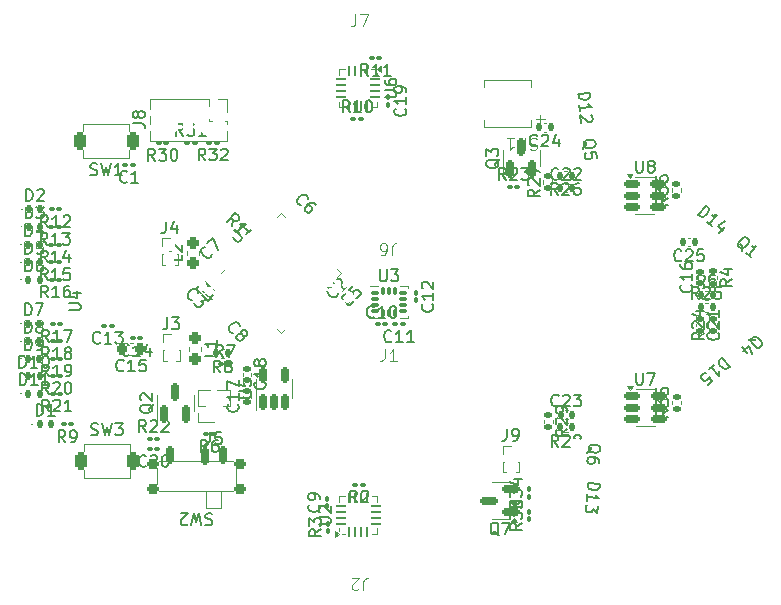
<source format=gbr>
%TF.GenerationSoftware,KiCad,Pcbnew,8.0.4-8.0.4-0~ubuntu22.04.1*%
%TF.CreationDate,2025-02-28T00:25:37+09:00*%
%TF.ProjectId,main,6d61696e-2e6b-4696-9361-645f70636258,rev?*%
%TF.SameCoordinates,Original*%
%TF.FileFunction,Legend,Top*%
%TF.FilePolarity,Positive*%
%FSLAX46Y46*%
G04 Gerber Fmt 4.6, Leading zero omitted, Abs format (unit mm)*
G04 Created by KiCad (PCBNEW 8.0.4-8.0.4-0~ubuntu22.04.1) date 2025-02-28 00:25:37*
%MOMM*%
%LPD*%
G01*
G04 APERTURE LIST*
G04 Aperture macros list*
%AMRoundRect*
0 Rectangle with rounded corners*
0 $1 Rounding radius*
0 $2 $3 $4 $5 $6 $7 $8 $9 X,Y pos of 4 corners*
0 Add a 4 corners polygon primitive as box body*
4,1,4,$2,$3,$4,$5,$6,$7,$8,$9,$2,$3,0*
0 Add four circle primitives for the rounded corners*
1,1,$1+$1,$2,$3*
1,1,$1+$1,$4,$5*
1,1,$1+$1,$6,$7*
1,1,$1+$1,$8,$9*
0 Add four rect primitives between the rounded corners*
20,1,$1+$1,$2,$3,$4,$5,0*
20,1,$1+$1,$4,$5,$6,$7,0*
20,1,$1+$1,$6,$7,$8,$9,0*
20,1,$1+$1,$8,$9,$2,$3,0*%
%AMRotRect*
0 Rectangle, with rotation*
0 The origin of the aperture is its center*
0 $1 length*
0 $2 width*
0 $3 Rotation angle, in degrees counterclockwise*
0 Add horizontal line*
21,1,$1,$2,0,0,$3*%
G04 Aperture macros list end*
%ADD10C,0.150000*%
%ADD11C,0.100000*%
%ADD12C,0.120000*%
%ADD13C,0.600000*%
%ADD14RoundRect,0.135000X0.135000X0.185000X-0.135000X0.185000X-0.135000X-0.185000X0.135000X-0.185000X0*%
%ADD15RoundRect,0.225000X0.225000X0.250000X-0.225000X0.250000X-0.225000X-0.250000X0.225000X-0.250000X0*%
%ADD16RoundRect,0.100000X0.162635X-0.021213X-0.021213X0.162635X-0.162635X0.021213X0.021213X-0.162635X0*%
%ADD17RotRect,5.600000X5.600000X45.000000*%
%ADD18RoundRect,0.062500X0.220971X-0.309359X0.309359X-0.220971X-0.220971X0.309359X-0.309359X0.220971X0*%
%ADD19RoundRect,0.062500X-0.220971X-0.309359X0.309359X0.220971X0.220971X0.309359X-0.309359X-0.220971X0*%
%ADD20RoundRect,0.262500X-0.262500X-0.537500X0.262500X-0.537500X0.262500X0.537500X-0.262500X0.537500X0*%
%ADD21RoundRect,0.100000X-0.130000X-0.100000X0.130000X-0.100000X0.130000X0.100000X-0.130000X0.100000X0*%
%ADD22C,1.100000*%
%ADD23RoundRect,0.135000X-0.135000X-0.185000X0.135000X-0.185000X0.135000X0.185000X-0.135000X0.185000X0*%
%ADD24RoundRect,0.147500X-0.147500X-0.172500X0.147500X-0.172500X0.147500X0.172500X-0.147500X0.172500X0*%
%ADD25RoundRect,0.237500X-0.237500X0.287500X-0.237500X-0.287500X0.237500X-0.287500X0.237500X0.287500X0*%
%ADD26RoundRect,0.100000X0.130000X0.100000X-0.130000X0.100000X-0.130000X-0.100000X0.130000X-0.100000X0*%
%ADD27RoundRect,0.140000X-0.170000X0.140000X-0.170000X-0.140000X0.170000X-0.140000X0.170000X0.140000X0*%
%ADD28RoundRect,0.135000X0.185000X-0.135000X0.185000X0.135000X-0.185000X0.135000X-0.185000X-0.135000X0*%
%ADD29RoundRect,0.150000X-0.512500X-0.150000X0.512500X-0.150000X0.512500X0.150000X-0.512500X0.150000X0*%
%ADD30RoundRect,0.135000X-0.185000X0.135000X-0.185000X-0.135000X0.185000X-0.135000X0.185000X0.135000X0*%
%ADD31RoundRect,0.100000X-0.162635X0.021213X0.021213X-0.162635X0.162635X-0.021213X-0.021213X0.162635X0*%
%ADD32R,0.900000X5.000000*%
%ADD33R,1.000000X0.280000*%
%ADD34RoundRect,0.100000X0.100000X-0.130000X0.100000X0.130000X-0.100000X0.130000X-0.100000X-0.130000X0*%
%ADD35RoundRect,0.140000X0.021213X-0.219203X0.219203X-0.021213X-0.021213X0.219203X-0.219203X0.021213X0*%
%ADD36R,1.750000X1.750000*%
%ADD37RoundRect,0.062500X0.325000X-0.062500X0.325000X0.062500X-0.325000X0.062500X-0.325000X-0.062500X0*%
%ADD38RoundRect,0.062500X0.062500X-0.325000X0.062500X0.325000X-0.062500X0.325000X-0.062500X-0.325000X0*%
%ADD39R,1.450000X2.400000*%
%ADD40RoundRect,0.087500X-0.087500X-0.225000X0.087500X-0.225000X0.087500X0.225000X-0.087500X0.225000X0*%
%ADD41RoundRect,0.087500X-0.225000X-0.087500X0.225000X-0.087500X0.225000X0.087500X-0.225000X0.087500X0*%
%ADD42RoundRect,0.175000X-0.175000X-0.575000X0.175000X-0.575000X0.175000X0.575000X-0.175000X0.575000X0*%
%ADD43RoundRect,0.200000X-0.300000X-0.200000X0.300000X-0.200000X0.300000X0.200000X-0.300000X0.200000X0*%
%ADD44RoundRect,0.140000X-0.140000X-0.170000X0.140000X-0.170000X0.140000X0.170000X-0.140000X0.170000X0*%
%ADD45RoundRect,0.237500X0.237500X-0.287500X0.237500X0.287500X-0.237500X0.287500X-0.237500X-0.287500X0*%
%ADD46RoundRect,0.140000X0.140000X0.170000X-0.140000X0.170000X-0.140000X-0.170000X0.140000X-0.170000X0*%
%ADD47R,0.900000X2.100000*%
%ADD48R,0.700000X1.500000*%
%ADD49RoundRect,0.062500X-0.325000X0.062500X-0.325000X-0.062500X0.325000X-0.062500X0.325000X0.062500X0*%
%ADD50RoundRect,0.062500X-0.062500X0.325000X-0.062500X-0.325000X0.062500X-0.325000X0.062500X0.325000X0*%
%ADD51O,1.000000X1.000000*%
%ADD52R,1.000000X1.000000*%
%ADD53RoundRect,0.140000X0.170000X-0.140000X0.170000X0.140000X-0.170000X0.140000X-0.170000X-0.140000X0*%
%ADD54RoundRect,0.150000X0.150000X-0.512500X0.150000X0.512500X-0.150000X0.512500X-0.150000X-0.512500X0*%
%ADD55RoundRect,0.150000X0.150000X-0.587500X0.150000X0.587500X-0.150000X0.587500X-0.150000X-0.587500X0*%
%ADD56RoundRect,0.100000X0.021213X0.162635X-0.162635X-0.021213X-0.021213X-0.162635X0.162635X0.021213X0*%
%ADD57O,0.850000X0.850000*%
%ADD58R,0.850000X0.850000*%
%ADD59RoundRect,0.150000X0.587500X0.150000X-0.587500X0.150000X-0.587500X-0.150000X0.587500X-0.150000X0*%
%ADD60RoundRect,0.100000X-0.021213X-0.162635X0.162635X0.021213X0.021213X0.162635X-0.162635X-0.021213X0*%
%ADD61RoundRect,0.100000X-0.100000X0.130000X-0.100000X-0.130000X0.100000X-0.130000X0.100000X0.130000X0*%
%ADD62RoundRect,0.140000X0.219203X0.021213X0.021213X0.219203X-0.219203X-0.021213X-0.021213X-0.219203X0*%
%ADD63R,0.600000X1.500000*%
%ADD64O,2.500000X1.800000*%
G04 APERTURE END LIST*
D10*
X150408333Y-103374819D02*
X150075000Y-102898628D01*
X149836905Y-103374819D02*
X149836905Y-102374819D01*
X149836905Y-102374819D02*
X150217857Y-102374819D01*
X150217857Y-102374819D02*
X150313095Y-102422438D01*
X150313095Y-102422438D02*
X150360714Y-102470057D01*
X150360714Y-102470057D02*
X150408333Y-102565295D01*
X150408333Y-102565295D02*
X150408333Y-102708152D01*
X150408333Y-102708152D02*
X150360714Y-102803390D01*
X150360714Y-102803390D02*
X150313095Y-102851009D01*
X150313095Y-102851009D02*
X150217857Y-102898628D01*
X150217857Y-102898628D02*
X149836905Y-102898628D01*
X150979762Y-102803390D02*
X150884524Y-102755771D01*
X150884524Y-102755771D02*
X150836905Y-102708152D01*
X150836905Y-102708152D02*
X150789286Y-102612914D01*
X150789286Y-102612914D02*
X150789286Y-102565295D01*
X150789286Y-102565295D02*
X150836905Y-102470057D01*
X150836905Y-102470057D02*
X150884524Y-102422438D01*
X150884524Y-102422438D02*
X150979762Y-102374819D01*
X150979762Y-102374819D02*
X151170238Y-102374819D01*
X151170238Y-102374819D02*
X151265476Y-102422438D01*
X151265476Y-102422438D02*
X151313095Y-102470057D01*
X151313095Y-102470057D02*
X151360714Y-102565295D01*
X151360714Y-102565295D02*
X151360714Y-102612914D01*
X151360714Y-102612914D02*
X151313095Y-102708152D01*
X151313095Y-102708152D02*
X151265476Y-102755771D01*
X151265476Y-102755771D02*
X151170238Y-102803390D01*
X151170238Y-102803390D02*
X150979762Y-102803390D01*
X150979762Y-102803390D02*
X150884524Y-102851009D01*
X150884524Y-102851009D02*
X150836905Y-102898628D01*
X150836905Y-102898628D02*
X150789286Y-102993866D01*
X150789286Y-102993866D02*
X150789286Y-103184342D01*
X150789286Y-103184342D02*
X150836905Y-103279580D01*
X150836905Y-103279580D02*
X150884524Y-103327200D01*
X150884524Y-103327200D02*
X150979762Y-103374819D01*
X150979762Y-103374819D02*
X151170238Y-103374819D01*
X151170238Y-103374819D02*
X151265476Y-103327200D01*
X151265476Y-103327200D02*
X151313095Y-103279580D01*
X151313095Y-103279580D02*
X151360714Y-103184342D01*
X151360714Y-103184342D02*
X151360714Y-102993866D01*
X151360714Y-102993866D02*
X151313095Y-102898628D01*
X151313095Y-102898628D02*
X151265476Y-102851009D01*
X151265476Y-102851009D02*
X151170238Y-102803390D01*
X142207142Y-103189580D02*
X142159523Y-103237200D01*
X142159523Y-103237200D02*
X142016666Y-103284819D01*
X142016666Y-103284819D02*
X141921428Y-103284819D01*
X141921428Y-103284819D02*
X141778571Y-103237200D01*
X141778571Y-103237200D02*
X141683333Y-103141961D01*
X141683333Y-103141961D02*
X141635714Y-103046723D01*
X141635714Y-103046723D02*
X141588095Y-102856247D01*
X141588095Y-102856247D02*
X141588095Y-102713390D01*
X141588095Y-102713390D02*
X141635714Y-102522914D01*
X141635714Y-102522914D02*
X141683333Y-102427676D01*
X141683333Y-102427676D02*
X141778571Y-102332438D01*
X141778571Y-102332438D02*
X141921428Y-102284819D01*
X141921428Y-102284819D02*
X142016666Y-102284819D01*
X142016666Y-102284819D02*
X142159523Y-102332438D01*
X142159523Y-102332438D02*
X142207142Y-102380057D01*
X143159523Y-103284819D02*
X142588095Y-103284819D01*
X142873809Y-103284819D02*
X142873809Y-102284819D01*
X142873809Y-102284819D02*
X142778571Y-102427676D01*
X142778571Y-102427676D02*
X142683333Y-102522914D01*
X142683333Y-102522914D02*
X142588095Y-102570533D01*
X144064285Y-102284819D02*
X143588095Y-102284819D01*
X143588095Y-102284819D02*
X143540476Y-102761009D01*
X143540476Y-102761009D02*
X143588095Y-102713390D01*
X143588095Y-102713390D02*
X143683333Y-102665771D01*
X143683333Y-102665771D02*
X143921428Y-102665771D01*
X143921428Y-102665771D02*
X144016666Y-102713390D01*
X144016666Y-102713390D02*
X144064285Y-102761009D01*
X144064285Y-102761009D02*
X144111904Y-102856247D01*
X144111904Y-102856247D02*
X144111904Y-103094342D01*
X144111904Y-103094342D02*
X144064285Y-103189580D01*
X144064285Y-103189580D02*
X144016666Y-103237200D01*
X144016666Y-103237200D02*
X143921428Y-103284819D01*
X143921428Y-103284819D02*
X143683333Y-103284819D01*
X143683333Y-103284819D02*
X143588095Y-103237200D01*
X143588095Y-103237200D02*
X143540476Y-103189580D01*
X148788570Y-96634234D02*
X148721226Y-96634234D01*
X148721226Y-96634234D02*
X148586539Y-96566890D01*
X148586539Y-96566890D02*
X148519196Y-96499547D01*
X148519196Y-96499547D02*
X148451852Y-96364860D01*
X148451852Y-96364860D02*
X148451852Y-96230173D01*
X148451852Y-96230173D02*
X148485524Y-96129158D01*
X148485524Y-96129158D02*
X148586539Y-95960799D01*
X148586539Y-95960799D02*
X148687554Y-95859784D01*
X148687554Y-95859784D02*
X148855913Y-95758768D01*
X148855913Y-95758768D02*
X148956928Y-95725097D01*
X148956928Y-95725097D02*
X149091615Y-95725097D01*
X149091615Y-95725097D02*
X149226302Y-95792440D01*
X149226302Y-95792440D02*
X149293646Y-95859784D01*
X149293646Y-95859784D02*
X149360989Y-95994471D01*
X149360989Y-95994471D02*
X149360989Y-96061814D01*
X149798722Y-96836264D02*
X149327318Y-97307669D01*
X149899737Y-96398532D02*
X149226302Y-96735249D01*
X149226302Y-96735249D02*
X149664035Y-97172982D01*
X151192495Y-91689660D02*
X151764915Y-92262080D01*
X151764915Y-92262080D02*
X151865930Y-92295752D01*
X151865930Y-92295752D02*
X151933274Y-92295752D01*
X151933274Y-92295752D02*
X152034289Y-92262080D01*
X152034289Y-92262080D02*
X152168976Y-92127393D01*
X152168976Y-92127393D02*
X152202648Y-92026378D01*
X152202648Y-92026378D02*
X152202648Y-91959034D01*
X152202648Y-91959034D02*
X152168976Y-91858019D01*
X152168976Y-91858019D02*
X151596556Y-91285599D01*
X153010770Y-91285599D02*
X152606709Y-91689660D01*
X152808739Y-91487630D02*
X152101633Y-90780523D01*
X152101633Y-90780523D02*
X152135304Y-90948882D01*
X152135304Y-90948882D02*
X152135304Y-91083569D01*
X152135304Y-91083569D02*
X152101633Y-91184584D01*
X139396666Y-86628200D02*
X139539523Y-86675819D01*
X139539523Y-86675819D02*
X139777618Y-86675819D01*
X139777618Y-86675819D02*
X139872856Y-86628200D01*
X139872856Y-86628200D02*
X139920475Y-86580580D01*
X139920475Y-86580580D02*
X139968094Y-86485342D01*
X139968094Y-86485342D02*
X139968094Y-86390104D01*
X139968094Y-86390104D02*
X139920475Y-86294866D01*
X139920475Y-86294866D02*
X139872856Y-86247247D01*
X139872856Y-86247247D02*
X139777618Y-86199628D01*
X139777618Y-86199628D02*
X139587142Y-86152009D01*
X139587142Y-86152009D02*
X139491904Y-86104390D01*
X139491904Y-86104390D02*
X139444285Y-86056771D01*
X139444285Y-86056771D02*
X139396666Y-85961533D01*
X139396666Y-85961533D02*
X139396666Y-85866295D01*
X139396666Y-85866295D02*
X139444285Y-85771057D01*
X139444285Y-85771057D02*
X139491904Y-85723438D01*
X139491904Y-85723438D02*
X139587142Y-85675819D01*
X139587142Y-85675819D02*
X139825237Y-85675819D01*
X139825237Y-85675819D02*
X139968094Y-85723438D01*
X140301428Y-85675819D02*
X140539523Y-86675819D01*
X140539523Y-86675819D02*
X140729999Y-85961533D01*
X140729999Y-85961533D02*
X140920475Y-86675819D01*
X140920475Y-86675819D02*
X141158571Y-85675819D01*
X142063332Y-86675819D02*
X141491904Y-86675819D01*
X141777618Y-86675819D02*
X141777618Y-85675819D01*
X141777618Y-85675819D02*
X141682380Y-85818676D01*
X141682380Y-85818676D02*
X141587142Y-85913914D01*
X141587142Y-85913914D02*
X141491904Y-85961533D01*
X174587142Y-87054819D02*
X174253809Y-86578628D01*
X174015714Y-87054819D02*
X174015714Y-86054819D01*
X174015714Y-86054819D02*
X174396666Y-86054819D01*
X174396666Y-86054819D02*
X174491904Y-86102438D01*
X174491904Y-86102438D02*
X174539523Y-86150057D01*
X174539523Y-86150057D02*
X174587142Y-86245295D01*
X174587142Y-86245295D02*
X174587142Y-86388152D01*
X174587142Y-86388152D02*
X174539523Y-86483390D01*
X174539523Y-86483390D02*
X174491904Y-86531009D01*
X174491904Y-86531009D02*
X174396666Y-86578628D01*
X174396666Y-86578628D02*
X174015714Y-86578628D01*
X174968095Y-86150057D02*
X175015714Y-86102438D01*
X175015714Y-86102438D02*
X175110952Y-86054819D01*
X175110952Y-86054819D02*
X175349047Y-86054819D01*
X175349047Y-86054819D02*
X175444285Y-86102438D01*
X175444285Y-86102438D02*
X175491904Y-86150057D01*
X175491904Y-86150057D02*
X175539523Y-86245295D01*
X175539523Y-86245295D02*
X175539523Y-86340533D01*
X175539523Y-86340533D02*
X175491904Y-86483390D01*
X175491904Y-86483390D02*
X174920476Y-87054819D01*
X174920476Y-87054819D02*
X175539523Y-87054819D01*
X175872857Y-86054819D02*
X176491904Y-86054819D01*
X176491904Y-86054819D02*
X176158571Y-86435771D01*
X176158571Y-86435771D02*
X176301428Y-86435771D01*
X176301428Y-86435771D02*
X176396666Y-86483390D01*
X176396666Y-86483390D02*
X176444285Y-86531009D01*
X176444285Y-86531009D02*
X176491904Y-86626247D01*
X176491904Y-86626247D02*
X176491904Y-86864342D01*
X176491904Y-86864342D02*
X176444285Y-86959580D01*
X176444285Y-86959580D02*
X176396666Y-87007200D01*
X176396666Y-87007200D02*
X176301428Y-87054819D01*
X176301428Y-87054819D02*
X176015714Y-87054819D01*
X176015714Y-87054819D02*
X175920476Y-87007200D01*
X175920476Y-87007200D02*
X175872857Y-86959580D01*
X180721423Y-79762558D02*
X181717618Y-79675402D01*
X181717618Y-79675402D02*
X181738369Y-79912591D01*
X181738369Y-79912591D02*
X181703382Y-80059055D01*
X181703382Y-80059055D02*
X181616807Y-80162231D01*
X181616807Y-80162231D02*
X181526082Y-80217969D01*
X181526082Y-80217969D02*
X181340481Y-80282008D01*
X181340481Y-80282008D02*
X181198167Y-80294459D01*
X181198167Y-80294459D02*
X181004265Y-80263622D01*
X181004265Y-80263622D02*
X180905239Y-80224485D01*
X180905239Y-80224485D02*
X180802063Y-80137910D01*
X180802063Y-80137910D02*
X180742175Y-79999747D01*
X180742175Y-79999747D02*
X180721423Y-79762558D01*
X180854232Y-81280569D02*
X180804429Y-80711314D01*
X180829330Y-80995941D02*
X181825525Y-80908786D01*
X181825525Y-80908786D02*
X181674911Y-80826361D01*
X181674911Y-80826361D02*
X181571735Y-80739786D01*
X181571735Y-80739786D02*
X181515996Y-80649060D01*
X181788753Y-81581216D02*
X181840341Y-81624504D01*
X181840341Y-81624504D02*
X181896080Y-81715229D01*
X181896080Y-81715229D02*
X181916831Y-81952418D01*
X181916831Y-81952418D02*
X181877694Y-82051444D01*
X181877694Y-82051444D02*
X181834406Y-82103032D01*
X181834406Y-82103032D02*
X181743681Y-82158771D01*
X181743681Y-82158771D02*
X181648805Y-82167071D01*
X181648805Y-82167071D02*
X181502341Y-82132084D01*
X181502341Y-82132084D02*
X180883284Y-81612633D01*
X180883284Y-81612633D02*
X180937237Y-82229325D01*
X190834990Y-90008204D02*
X191477777Y-89242160D01*
X191477777Y-89242160D02*
X191660169Y-89395204D01*
X191660169Y-89395204D02*
X191738995Y-89523510D01*
X191738995Y-89523510D02*
X191750733Y-89657684D01*
X191750733Y-89657684D02*
X191725994Y-89761250D01*
X191725994Y-89761250D02*
X191640036Y-89937772D01*
X191640036Y-89937772D02*
X191548210Y-90047207D01*
X191548210Y-90047207D02*
X191389296Y-90162511D01*
X191389296Y-90162511D02*
X191291599Y-90204859D01*
X191291599Y-90204859D02*
X191157425Y-90216597D01*
X191157425Y-90216597D02*
X191017381Y-90161249D01*
X191017381Y-90161249D02*
X190834990Y-90008204D01*
X192002295Y-90987690D02*
X191564556Y-90620383D01*
X191783426Y-90804037D02*
X192426213Y-90037992D01*
X192426213Y-90037992D02*
X192261430Y-90086209D01*
X192261430Y-90086209D02*
X192127255Y-90097948D01*
X192127255Y-90097948D02*
X192023690Y-90073208D01*
X193087430Y-91027955D02*
X192658905Y-91538651D01*
X193149910Y-90583084D02*
X192508384Y-90977213D01*
X192508384Y-90977213D02*
X192982602Y-91375130D01*
X190924266Y-97151159D02*
X190590933Y-96674968D01*
X190352838Y-97151159D02*
X190352838Y-96151159D01*
X190352838Y-96151159D02*
X190733790Y-96151159D01*
X190733790Y-96151159D02*
X190829028Y-96198778D01*
X190829028Y-96198778D02*
X190876647Y-96246397D01*
X190876647Y-96246397D02*
X190924266Y-96341635D01*
X190924266Y-96341635D02*
X190924266Y-96484492D01*
X190924266Y-96484492D02*
X190876647Y-96579730D01*
X190876647Y-96579730D02*
X190829028Y-96627349D01*
X190829028Y-96627349D02*
X190733790Y-96674968D01*
X190733790Y-96674968D02*
X190352838Y-96674968D01*
X191305219Y-96246397D02*
X191352838Y-96198778D01*
X191352838Y-96198778D02*
X191448076Y-96151159D01*
X191448076Y-96151159D02*
X191686171Y-96151159D01*
X191686171Y-96151159D02*
X191781409Y-96198778D01*
X191781409Y-96198778D02*
X191829028Y-96246397D01*
X191829028Y-96246397D02*
X191876647Y-96341635D01*
X191876647Y-96341635D02*
X191876647Y-96436873D01*
X191876647Y-96436873D02*
X191829028Y-96579730D01*
X191829028Y-96579730D02*
X191257600Y-97151159D01*
X191257600Y-97151159D02*
X191876647Y-97151159D01*
X192781409Y-96151159D02*
X192305219Y-96151159D01*
X192305219Y-96151159D02*
X192257600Y-96627349D01*
X192257600Y-96627349D02*
X192305219Y-96579730D01*
X192305219Y-96579730D02*
X192400457Y-96532111D01*
X192400457Y-96532111D02*
X192638552Y-96532111D01*
X192638552Y-96532111D02*
X192733790Y-96579730D01*
X192733790Y-96579730D02*
X192781409Y-96627349D01*
X192781409Y-96627349D02*
X192829028Y-96722587D01*
X192829028Y-96722587D02*
X192829028Y-96960682D01*
X192829028Y-96960682D02*
X192781409Y-97055920D01*
X192781409Y-97055920D02*
X192733790Y-97103540D01*
X192733790Y-97103540D02*
X192638552Y-97151159D01*
X192638552Y-97151159D02*
X192400457Y-97151159D01*
X192400457Y-97151159D02*
X192305219Y-97103540D01*
X192305219Y-97103540D02*
X192257600Y-97055920D01*
X133854406Y-98534820D02*
X133854406Y-97534820D01*
X133854406Y-97534820D02*
X134092501Y-97534820D01*
X134092501Y-97534820D02*
X134235358Y-97582439D01*
X134235358Y-97582439D02*
X134330596Y-97677677D01*
X134330596Y-97677677D02*
X134378215Y-97772915D01*
X134378215Y-97772915D02*
X134425834Y-97963391D01*
X134425834Y-97963391D02*
X134425834Y-98106248D01*
X134425834Y-98106248D02*
X134378215Y-98296724D01*
X134378215Y-98296724D02*
X134330596Y-98391962D01*
X134330596Y-98391962D02*
X134235358Y-98487201D01*
X134235358Y-98487201D02*
X134092501Y-98534820D01*
X134092501Y-98534820D02*
X133854406Y-98534820D01*
X134759168Y-97534820D02*
X135425834Y-97534820D01*
X135425834Y-97534820D02*
X134997263Y-98534820D01*
X150603333Y-102039816D02*
X150270000Y-101563625D01*
X150031905Y-102039816D02*
X150031905Y-101039816D01*
X150031905Y-101039816D02*
X150412857Y-101039816D01*
X150412857Y-101039816D02*
X150508095Y-101087435D01*
X150508095Y-101087435D02*
X150555714Y-101135054D01*
X150555714Y-101135054D02*
X150603333Y-101230292D01*
X150603333Y-101230292D02*
X150603333Y-101373149D01*
X150603333Y-101373149D02*
X150555714Y-101468387D01*
X150555714Y-101468387D02*
X150508095Y-101516006D01*
X150508095Y-101516006D02*
X150412857Y-101563625D01*
X150412857Y-101563625D02*
X150031905Y-101563625D01*
X150936667Y-101039816D02*
X151603333Y-101039816D01*
X151603333Y-101039816D02*
X151174762Y-102039816D01*
X150109819Y-101516666D02*
X150109819Y-101992856D01*
X150109819Y-101992856D02*
X149109819Y-101992856D01*
X150109819Y-100659523D02*
X150109819Y-101230951D01*
X150109819Y-100945237D02*
X149109819Y-100945237D01*
X149109819Y-100945237D02*
X149252676Y-101040475D01*
X149252676Y-101040475D02*
X149347914Y-101135713D01*
X149347914Y-101135713D02*
X149395533Y-101230951D01*
X135877142Y-103704820D02*
X135543809Y-103228629D01*
X135305714Y-103704820D02*
X135305714Y-102704820D01*
X135305714Y-102704820D02*
X135686666Y-102704820D01*
X135686666Y-102704820D02*
X135781904Y-102752439D01*
X135781904Y-102752439D02*
X135829523Y-102800058D01*
X135829523Y-102800058D02*
X135877142Y-102895296D01*
X135877142Y-102895296D02*
X135877142Y-103038153D01*
X135877142Y-103038153D02*
X135829523Y-103133391D01*
X135829523Y-103133391D02*
X135781904Y-103181010D01*
X135781904Y-103181010D02*
X135686666Y-103228629D01*
X135686666Y-103228629D02*
X135305714Y-103228629D01*
X136829523Y-103704820D02*
X136258095Y-103704820D01*
X136543809Y-103704820D02*
X136543809Y-102704820D01*
X136543809Y-102704820D02*
X136448571Y-102847677D01*
X136448571Y-102847677D02*
X136353333Y-102942915D01*
X136353333Y-102942915D02*
X136258095Y-102990534D01*
X137305714Y-103704820D02*
X137496190Y-103704820D01*
X137496190Y-103704820D02*
X137591428Y-103657201D01*
X137591428Y-103657201D02*
X137639047Y-103609581D01*
X137639047Y-103609581D02*
X137734285Y-103466724D01*
X137734285Y-103466724D02*
X137781904Y-103276248D01*
X137781904Y-103276248D02*
X137781904Y-102895296D01*
X137781904Y-102895296D02*
X137734285Y-102800058D01*
X137734285Y-102800058D02*
X137686666Y-102752439D01*
X137686666Y-102752439D02*
X137591428Y-102704820D01*
X137591428Y-102704820D02*
X137400952Y-102704820D01*
X137400952Y-102704820D02*
X137305714Y-102752439D01*
X137305714Y-102752439D02*
X137258095Y-102800058D01*
X137258095Y-102800058D02*
X137210476Y-102895296D01*
X137210476Y-102895296D02*
X137210476Y-103133391D01*
X137210476Y-103133391D02*
X137258095Y-103228629D01*
X137258095Y-103228629D02*
X137305714Y-103276248D01*
X137305714Y-103276248D02*
X137400952Y-103323867D01*
X137400952Y-103323867D02*
X137591428Y-103323867D01*
X137591428Y-103323867D02*
X137686666Y-103276248D01*
X137686666Y-103276248D02*
X137734285Y-103228629D01*
X137734285Y-103228629D02*
X137781904Y-103133391D01*
X133901905Y-94809819D02*
X133901905Y-93809819D01*
X133901905Y-93809819D02*
X134140000Y-93809819D01*
X134140000Y-93809819D02*
X134282857Y-93857438D01*
X134282857Y-93857438D02*
X134378095Y-93952676D01*
X134378095Y-93952676D02*
X134425714Y-94047914D01*
X134425714Y-94047914D02*
X134473333Y-94238390D01*
X134473333Y-94238390D02*
X134473333Y-94381247D01*
X134473333Y-94381247D02*
X134425714Y-94571723D01*
X134425714Y-94571723D02*
X134378095Y-94666961D01*
X134378095Y-94666961D02*
X134282857Y-94762200D01*
X134282857Y-94762200D02*
X134140000Y-94809819D01*
X134140000Y-94809819D02*
X133901905Y-94809819D01*
X135330476Y-93809819D02*
X135140000Y-93809819D01*
X135140000Y-93809819D02*
X135044762Y-93857438D01*
X135044762Y-93857438D02*
X134997143Y-93905057D01*
X134997143Y-93905057D02*
X134901905Y-94047914D01*
X134901905Y-94047914D02*
X134854286Y-94238390D01*
X134854286Y-94238390D02*
X134854286Y-94619342D01*
X134854286Y-94619342D02*
X134901905Y-94714580D01*
X134901905Y-94714580D02*
X134949524Y-94762200D01*
X134949524Y-94762200D02*
X135044762Y-94809819D01*
X135044762Y-94809819D02*
X135235238Y-94809819D01*
X135235238Y-94809819D02*
X135330476Y-94762200D01*
X135330476Y-94762200D02*
X135378095Y-94714580D01*
X135378095Y-94714580D02*
X135425714Y-94619342D01*
X135425714Y-94619342D02*
X135425714Y-94381247D01*
X135425714Y-94381247D02*
X135378095Y-94286009D01*
X135378095Y-94286009D02*
X135330476Y-94238390D01*
X135330476Y-94238390D02*
X135235238Y-94190771D01*
X135235238Y-94190771D02*
X135044762Y-94190771D01*
X135044762Y-94190771D02*
X134949524Y-94238390D01*
X134949524Y-94238390D02*
X134901905Y-94286009D01*
X134901905Y-94286009D02*
X134854286Y-94381247D01*
X154174580Y-104180357D02*
X154222200Y-104227976D01*
X154222200Y-104227976D02*
X154269819Y-104370833D01*
X154269819Y-104370833D02*
X154269819Y-104466071D01*
X154269819Y-104466071D02*
X154222200Y-104608928D01*
X154222200Y-104608928D02*
X154126961Y-104704166D01*
X154126961Y-104704166D02*
X154031723Y-104751785D01*
X154031723Y-104751785D02*
X153841247Y-104799404D01*
X153841247Y-104799404D02*
X153698390Y-104799404D01*
X153698390Y-104799404D02*
X153507914Y-104751785D01*
X153507914Y-104751785D02*
X153412676Y-104704166D01*
X153412676Y-104704166D02*
X153317438Y-104608928D01*
X153317438Y-104608928D02*
X153269819Y-104466071D01*
X153269819Y-104466071D02*
X153269819Y-104370833D01*
X153269819Y-104370833D02*
X153317438Y-104227976D01*
X153317438Y-104227976D02*
X153365057Y-104180357D01*
X154269819Y-103227976D02*
X154269819Y-103799404D01*
X154269819Y-103513690D02*
X153269819Y-103513690D01*
X153269819Y-103513690D02*
X153412676Y-103608928D01*
X153412676Y-103608928D02*
X153507914Y-103704166D01*
X153507914Y-103704166D02*
X153555533Y-103799404D01*
X153698390Y-102656547D02*
X153650771Y-102751785D01*
X153650771Y-102751785D02*
X153603152Y-102799404D01*
X153603152Y-102799404D02*
X153507914Y-102847023D01*
X153507914Y-102847023D02*
X153460295Y-102847023D01*
X153460295Y-102847023D02*
X153365057Y-102799404D01*
X153365057Y-102799404D02*
X153317438Y-102751785D01*
X153317438Y-102751785D02*
X153269819Y-102656547D01*
X153269819Y-102656547D02*
X153269819Y-102466071D01*
X153269819Y-102466071D02*
X153317438Y-102370833D01*
X153317438Y-102370833D02*
X153365057Y-102323214D01*
X153365057Y-102323214D02*
X153460295Y-102275595D01*
X153460295Y-102275595D02*
X153507914Y-102275595D01*
X153507914Y-102275595D02*
X153603152Y-102323214D01*
X153603152Y-102323214D02*
X153650771Y-102370833D01*
X153650771Y-102370833D02*
X153698390Y-102466071D01*
X153698390Y-102466071D02*
X153698390Y-102656547D01*
X153698390Y-102656547D02*
X153746009Y-102751785D01*
X153746009Y-102751785D02*
X153793628Y-102799404D01*
X153793628Y-102799404D02*
X153888866Y-102847023D01*
X153888866Y-102847023D02*
X154079342Y-102847023D01*
X154079342Y-102847023D02*
X154174580Y-102799404D01*
X154174580Y-102799404D02*
X154222200Y-102751785D01*
X154222200Y-102751785D02*
X154269819Y-102656547D01*
X154269819Y-102656547D02*
X154269819Y-102466071D01*
X154269819Y-102466071D02*
X154222200Y-102370833D01*
X154222200Y-102370833D02*
X154174580Y-102323214D01*
X154174580Y-102323214D02*
X154079342Y-102275595D01*
X154079342Y-102275595D02*
X153888866Y-102275595D01*
X153888866Y-102275595D02*
X153793628Y-102323214D01*
X153793628Y-102323214D02*
X153746009Y-102370833D01*
X153746009Y-102370833D02*
X153698390Y-102466071D01*
X188324819Y-106567857D02*
X187848628Y-106901190D01*
X188324819Y-107139285D02*
X187324819Y-107139285D01*
X187324819Y-107139285D02*
X187324819Y-106758333D01*
X187324819Y-106758333D02*
X187372438Y-106663095D01*
X187372438Y-106663095D02*
X187420057Y-106615476D01*
X187420057Y-106615476D02*
X187515295Y-106567857D01*
X187515295Y-106567857D02*
X187658152Y-106567857D01*
X187658152Y-106567857D02*
X187753390Y-106615476D01*
X187753390Y-106615476D02*
X187801009Y-106663095D01*
X187801009Y-106663095D02*
X187848628Y-106758333D01*
X187848628Y-106758333D02*
X187848628Y-107139285D01*
X187324819Y-106234523D02*
X187324819Y-105615476D01*
X187324819Y-105615476D02*
X187705771Y-105948809D01*
X187705771Y-105948809D02*
X187705771Y-105805952D01*
X187705771Y-105805952D02*
X187753390Y-105710714D01*
X187753390Y-105710714D02*
X187801009Y-105663095D01*
X187801009Y-105663095D02*
X187896247Y-105615476D01*
X187896247Y-105615476D02*
X188134342Y-105615476D01*
X188134342Y-105615476D02*
X188229580Y-105663095D01*
X188229580Y-105663095D02*
X188277200Y-105710714D01*
X188277200Y-105710714D02*
X188324819Y-105805952D01*
X188324819Y-105805952D02*
X188324819Y-106091666D01*
X188324819Y-106091666D02*
X188277200Y-106186904D01*
X188277200Y-106186904D02*
X188229580Y-106234523D01*
X187324819Y-104710714D02*
X187324819Y-105186904D01*
X187324819Y-105186904D02*
X187801009Y-105234523D01*
X187801009Y-105234523D02*
X187753390Y-105186904D01*
X187753390Y-105186904D02*
X187705771Y-105091666D01*
X187705771Y-105091666D02*
X187705771Y-104853571D01*
X187705771Y-104853571D02*
X187753390Y-104758333D01*
X187753390Y-104758333D02*
X187801009Y-104710714D01*
X187801009Y-104710714D02*
X187896247Y-104663095D01*
X187896247Y-104663095D02*
X188134342Y-104663095D01*
X188134342Y-104663095D02*
X188229580Y-104710714D01*
X188229580Y-104710714D02*
X188277200Y-104758333D01*
X188277200Y-104758333D02*
X188324819Y-104853571D01*
X188324819Y-104853571D02*
X188324819Y-105091666D01*
X188324819Y-105091666D02*
X188277200Y-105186904D01*
X188277200Y-105186904D02*
X188229580Y-105234523D01*
X185603095Y-103404819D02*
X185603095Y-104214342D01*
X185603095Y-104214342D02*
X185650714Y-104309580D01*
X185650714Y-104309580D02*
X185698333Y-104357200D01*
X185698333Y-104357200D02*
X185793571Y-104404819D01*
X185793571Y-104404819D02*
X185984047Y-104404819D01*
X185984047Y-104404819D02*
X186079285Y-104357200D01*
X186079285Y-104357200D02*
X186126904Y-104309580D01*
X186126904Y-104309580D02*
X186174523Y-104214342D01*
X186174523Y-104214342D02*
X186174523Y-103404819D01*
X186555476Y-103404819D02*
X187222142Y-103404819D01*
X187222142Y-103404819D02*
X186793571Y-104404819D01*
X161342142Y-81342320D02*
X161008809Y-80866129D01*
X160770714Y-81342320D02*
X160770714Y-80342320D01*
X160770714Y-80342320D02*
X161151666Y-80342320D01*
X161151666Y-80342320D02*
X161246904Y-80389939D01*
X161246904Y-80389939D02*
X161294523Y-80437558D01*
X161294523Y-80437558D02*
X161342142Y-80532796D01*
X161342142Y-80532796D02*
X161342142Y-80675653D01*
X161342142Y-80675653D02*
X161294523Y-80770891D01*
X161294523Y-80770891D02*
X161246904Y-80818510D01*
X161246904Y-80818510D02*
X161151666Y-80866129D01*
X161151666Y-80866129D02*
X160770714Y-80866129D01*
X162294523Y-81342320D02*
X161723095Y-81342320D01*
X162008809Y-81342320D02*
X162008809Y-80342320D01*
X162008809Y-80342320D02*
X161913571Y-80485177D01*
X161913571Y-80485177D02*
X161818333Y-80580415D01*
X161818333Y-80580415D02*
X161723095Y-80628034D01*
X162913571Y-80342320D02*
X163008809Y-80342320D01*
X163008809Y-80342320D02*
X163104047Y-80389939D01*
X163104047Y-80389939D02*
X163151666Y-80437558D01*
X163151666Y-80437558D02*
X163199285Y-80532796D01*
X163199285Y-80532796D02*
X163246904Y-80723272D01*
X163246904Y-80723272D02*
X163246904Y-80961367D01*
X163246904Y-80961367D02*
X163199285Y-81151843D01*
X163199285Y-81151843D02*
X163151666Y-81247081D01*
X163151666Y-81247081D02*
X163104047Y-81294701D01*
X163104047Y-81294701D02*
X163008809Y-81342320D01*
X163008809Y-81342320D02*
X162913571Y-81342320D01*
X162913571Y-81342320D02*
X162818333Y-81294701D01*
X162818333Y-81294701D02*
X162770714Y-81247081D01*
X162770714Y-81247081D02*
X162723095Y-81151843D01*
X162723095Y-81151843D02*
X162675476Y-80961367D01*
X162675476Y-80961367D02*
X162675476Y-80723272D01*
X162675476Y-80723272D02*
X162723095Y-80532796D01*
X162723095Y-80532796D02*
X162770714Y-80437558D01*
X162770714Y-80437558D02*
X162818333Y-80389939D01*
X162818333Y-80389939D02*
X162913571Y-80342320D01*
X135884643Y-100754821D02*
X135551310Y-100278630D01*
X135313215Y-100754821D02*
X135313215Y-99754821D01*
X135313215Y-99754821D02*
X135694167Y-99754821D01*
X135694167Y-99754821D02*
X135789405Y-99802440D01*
X135789405Y-99802440D02*
X135837024Y-99850059D01*
X135837024Y-99850059D02*
X135884643Y-99945297D01*
X135884643Y-99945297D02*
X135884643Y-100088154D01*
X135884643Y-100088154D02*
X135837024Y-100183392D01*
X135837024Y-100183392D02*
X135789405Y-100231011D01*
X135789405Y-100231011D02*
X135694167Y-100278630D01*
X135694167Y-100278630D02*
X135313215Y-100278630D01*
X136837024Y-100754821D02*
X136265596Y-100754821D01*
X136551310Y-100754821D02*
X136551310Y-99754821D01*
X136551310Y-99754821D02*
X136456072Y-99897678D01*
X136456072Y-99897678D02*
X136360834Y-99992916D01*
X136360834Y-99992916D02*
X136265596Y-100040535D01*
X137170358Y-99754821D02*
X137837024Y-99754821D01*
X137837024Y-99754821D02*
X137408453Y-100754821D01*
X147252142Y-83324819D02*
X146918809Y-82848628D01*
X146680714Y-83324819D02*
X146680714Y-82324819D01*
X146680714Y-82324819D02*
X147061666Y-82324819D01*
X147061666Y-82324819D02*
X147156904Y-82372438D01*
X147156904Y-82372438D02*
X147204523Y-82420057D01*
X147204523Y-82420057D02*
X147252142Y-82515295D01*
X147252142Y-82515295D02*
X147252142Y-82658152D01*
X147252142Y-82658152D02*
X147204523Y-82753390D01*
X147204523Y-82753390D02*
X147156904Y-82801009D01*
X147156904Y-82801009D02*
X147061666Y-82848628D01*
X147061666Y-82848628D02*
X146680714Y-82848628D01*
X147585476Y-82324819D02*
X148204523Y-82324819D01*
X148204523Y-82324819D02*
X147871190Y-82705771D01*
X147871190Y-82705771D02*
X148014047Y-82705771D01*
X148014047Y-82705771D02*
X148109285Y-82753390D01*
X148109285Y-82753390D02*
X148156904Y-82801009D01*
X148156904Y-82801009D02*
X148204523Y-82896247D01*
X148204523Y-82896247D02*
X148204523Y-83134342D01*
X148204523Y-83134342D02*
X148156904Y-83229580D01*
X148156904Y-83229580D02*
X148109285Y-83277200D01*
X148109285Y-83277200D02*
X148014047Y-83324819D01*
X148014047Y-83324819D02*
X147728333Y-83324819D01*
X147728333Y-83324819D02*
X147633095Y-83277200D01*
X147633095Y-83277200D02*
X147585476Y-83229580D01*
X149156904Y-83324819D02*
X148585476Y-83324819D01*
X148871190Y-83324819D02*
X148871190Y-82324819D01*
X148871190Y-82324819D02*
X148775952Y-82467676D01*
X148775952Y-82467676D02*
X148680714Y-82562914D01*
X148680714Y-82562914D02*
X148585476Y-82610533D01*
X193724819Y-95501666D02*
X193248628Y-95834999D01*
X193724819Y-96073094D02*
X192724819Y-96073094D01*
X192724819Y-96073094D02*
X192724819Y-95692142D01*
X192724819Y-95692142D02*
X192772438Y-95596904D01*
X192772438Y-95596904D02*
X192820057Y-95549285D01*
X192820057Y-95549285D02*
X192915295Y-95501666D01*
X192915295Y-95501666D02*
X193058152Y-95501666D01*
X193058152Y-95501666D02*
X193153390Y-95549285D01*
X193153390Y-95549285D02*
X193201009Y-95596904D01*
X193201009Y-95596904D02*
X193248628Y-95692142D01*
X193248628Y-95692142D02*
X193248628Y-96073094D01*
X193058152Y-94644523D02*
X193724819Y-94644523D01*
X192677200Y-94882618D02*
X193391485Y-95120713D01*
X193391485Y-95120713D02*
X193391485Y-94501666D01*
X144107142Y-108425528D02*
X143773809Y-107949337D01*
X143535714Y-108425528D02*
X143535714Y-107425528D01*
X143535714Y-107425528D02*
X143916666Y-107425528D01*
X143916666Y-107425528D02*
X144011904Y-107473147D01*
X144011904Y-107473147D02*
X144059523Y-107520766D01*
X144059523Y-107520766D02*
X144107142Y-107616004D01*
X144107142Y-107616004D02*
X144107142Y-107758861D01*
X144107142Y-107758861D02*
X144059523Y-107854099D01*
X144059523Y-107854099D02*
X144011904Y-107901718D01*
X144011904Y-107901718D02*
X143916666Y-107949337D01*
X143916666Y-107949337D02*
X143535714Y-107949337D01*
X144488095Y-107520766D02*
X144535714Y-107473147D01*
X144535714Y-107473147D02*
X144630952Y-107425528D01*
X144630952Y-107425528D02*
X144869047Y-107425528D01*
X144869047Y-107425528D02*
X144964285Y-107473147D01*
X144964285Y-107473147D02*
X145011904Y-107520766D01*
X145011904Y-107520766D02*
X145059523Y-107616004D01*
X145059523Y-107616004D02*
X145059523Y-107711242D01*
X145059523Y-107711242D02*
X145011904Y-107854099D01*
X145011904Y-107854099D02*
X144440476Y-108425528D01*
X144440476Y-108425528D02*
X145059523Y-108425528D01*
X145440476Y-107520766D02*
X145488095Y-107473147D01*
X145488095Y-107473147D02*
X145583333Y-107425528D01*
X145583333Y-107425528D02*
X145821428Y-107425528D01*
X145821428Y-107425528D02*
X145916666Y-107473147D01*
X145916666Y-107473147D02*
X145964285Y-107520766D01*
X145964285Y-107520766D02*
X146011904Y-107616004D01*
X146011904Y-107616004D02*
X146011904Y-107711242D01*
X146011904Y-107711242D02*
X145964285Y-107854099D01*
X145964285Y-107854099D02*
X145392857Y-108425528D01*
X145392857Y-108425528D02*
X146011904Y-108425528D01*
X192905055Y-102111509D02*
X193547843Y-102877553D01*
X193547843Y-102877553D02*
X193365451Y-103030598D01*
X193365451Y-103030598D02*
X193225408Y-103085947D01*
X193225408Y-103085947D02*
X193091233Y-103074208D01*
X193091233Y-103074208D02*
X192993537Y-103031860D01*
X192993537Y-103031860D02*
X192834623Y-102916556D01*
X192834623Y-102916556D02*
X192742796Y-102807121D01*
X192742796Y-102807121D02*
X192656839Y-102630599D01*
X192656839Y-102630599D02*
X192632099Y-102527033D01*
X192632099Y-102527033D02*
X192643838Y-102392859D01*
X192643838Y-102392859D02*
X192722664Y-102264554D01*
X192722664Y-102264554D02*
X192905055Y-102111509D01*
X191737749Y-103090995D02*
X192175489Y-102723688D01*
X191956619Y-102907341D02*
X192599407Y-103673386D01*
X192599407Y-103673386D02*
X192580537Y-103502733D01*
X192580537Y-103502733D02*
X192592276Y-103368559D01*
X192592276Y-103368559D02*
X192634623Y-103270862D01*
X191687449Y-104438609D02*
X192052232Y-104132520D01*
X192052232Y-104132520D02*
X191782621Y-103737128D01*
X191782621Y-103737128D02*
X191776752Y-103804215D01*
X191776752Y-103804215D02*
X191734404Y-103901911D01*
X191734404Y-103901911D02*
X191552013Y-104054956D01*
X191552013Y-104054956D02*
X191448447Y-104079695D01*
X191448447Y-104079695D02*
X191381360Y-104073826D01*
X191381360Y-104073826D02*
X191283664Y-104031478D01*
X191283664Y-104031478D02*
X191130619Y-103849087D01*
X191130619Y-103849087D02*
X191105879Y-103745521D01*
X191105879Y-103745521D02*
X191111749Y-103678434D01*
X191111749Y-103678434D02*
X191154097Y-103580738D01*
X191154097Y-103580738D02*
X191336488Y-103427693D01*
X191336488Y-103427693D02*
X191440054Y-103402954D01*
X191440054Y-103402954D02*
X191507141Y-103408823D01*
X133861905Y-101484819D02*
X133861905Y-100484819D01*
X133861905Y-100484819D02*
X134100000Y-100484819D01*
X134100000Y-100484819D02*
X134242857Y-100532438D01*
X134242857Y-100532438D02*
X134338095Y-100627676D01*
X134338095Y-100627676D02*
X134385714Y-100722914D01*
X134385714Y-100722914D02*
X134433333Y-100913390D01*
X134433333Y-100913390D02*
X134433333Y-101056247D01*
X134433333Y-101056247D02*
X134385714Y-101246723D01*
X134385714Y-101246723D02*
X134338095Y-101341961D01*
X134338095Y-101341961D02*
X134242857Y-101437200D01*
X134242857Y-101437200D02*
X134100000Y-101484819D01*
X134100000Y-101484819D02*
X133861905Y-101484819D01*
X134909524Y-101484819D02*
X135100000Y-101484819D01*
X135100000Y-101484819D02*
X135195238Y-101437200D01*
X135195238Y-101437200D02*
X135242857Y-101389580D01*
X135242857Y-101389580D02*
X135338095Y-101246723D01*
X135338095Y-101246723D02*
X135385714Y-101056247D01*
X135385714Y-101056247D02*
X135385714Y-100675295D01*
X135385714Y-100675295D02*
X135338095Y-100580057D01*
X135338095Y-100580057D02*
X135290476Y-100532438D01*
X135290476Y-100532438D02*
X135195238Y-100484819D01*
X135195238Y-100484819D02*
X135004762Y-100484819D01*
X135004762Y-100484819D02*
X134909524Y-100532438D01*
X134909524Y-100532438D02*
X134861905Y-100580057D01*
X134861905Y-100580057D02*
X134814286Y-100675295D01*
X134814286Y-100675295D02*
X134814286Y-100913390D01*
X134814286Y-100913390D02*
X134861905Y-101008628D01*
X134861905Y-101008628D02*
X134909524Y-101056247D01*
X134909524Y-101056247D02*
X135004762Y-101103866D01*
X135004762Y-101103866D02*
X135195238Y-101103866D01*
X135195238Y-101103866D02*
X135290476Y-101056247D01*
X135290476Y-101056247D02*
X135338095Y-101008628D01*
X135338095Y-101008628D02*
X135385714Y-100913390D01*
X135879640Y-102254819D02*
X135546307Y-101778628D01*
X135308212Y-102254819D02*
X135308212Y-101254819D01*
X135308212Y-101254819D02*
X135689164Y-101254819D01*
X135689164Y-101254819D02*
X135784402Y-101302438D01*
X135784402Y-101302438D02*
X135832021Y-101350057D01*
X135832021Y-101350057D02*
X135879640Y-101445295D01*
X135879640Y-101445295D02*
X135879640Y-101588152D01*
X135879640Y-101588152D02*
X135832021Y-101683390D01*
X135832021Y-101683390D02*
X135784402Y-101731009D01*
X135784402Y-101731009D02*
X135689164Y-101778628D01*
X135689164Y-101778628D02*
X135308212Y-101778628D01*
X136832021Y-102254819D02*
X136260593Y-102254819D01*
X136546307Y-102254819D02*
X136546307Y-101254819D01*
X136546307Y-101254819D02*
X136451069Y-101397676D01*
X136451069Y-101397676D02*
X136355831Y-101492914D01*
X136355831Y-101492914D02*
X136260593Y-101540533D01*
X137403450Y-101683390D02*
X137308212Y-101635771D01*
X137308212Y-101635771D02*
X137260593Y-101588152D01*
X137260593Y-101588152D02*
X137212974Y-101492914D01*
X137212974Y-101492914D02*
X137212974Y-101445295D01*
X137212974Y-101445295D02*
X137260593Y-101350057D01*
X137260593Y-101350057D02*
X137308212Y-101302438D01*
X137308212Y-101302438D02*
X137403450Y-101254819D01*
X137403450Y-101254819D02*
X137593926Y-101254819D01*
X137593926Y-101254819D02*
X137689164Y-101302438D01*
X137689164Y-101302438D02*
X137736783Y-101350057D01*
X137736783Y-101350057D02*
X137784402Y-101445295D01*
X137784402Y-101445295D02*
X137784402Y-101492914D01*
X137784402Y-101492914D02*
X137736783Y-101588152D01*
X137736783Y-101588152D02*
X137689164Y-101635771D01*
X137689164Y-101635771D02*
X137593926Y-101683390D01*
X137593926Y-101683390D02*
X137403450Y-101683390D01*
X137403450Y-101683390D02*
X137308212Y-101731009D01*
X137308212Y-101731009D02*
X137260593Y-101778628D01*
X137260593Y-101778628D02*
X137212974Y-101873866D01*
X137212974Y-101873866D02*
X137212974Y-102064342D01*
X137212974Y-102064342D02*
X137260593Y-102159580D01*
X137260593Y-102159580D02*
X137308212Y-102207200D01*
X137308212Y-102207200D02*
X137403450Y-102254819D01*
X137403450Y-102254819D02*
X137593926Y-102254819D01*
X137593926Y-102254819D02*
X137689164Y-102207200D01*
X137689164Y-102207200D02*
X137736783Y-102159580D01*
X137736783Y-102159580D02*
X137784402Y-102064342D01*
X137784402Y-102064342D02*
X137784402Y-101873866D01*
X137784402Y-101873866D02*
X137736783Y-101778628D01*
X137736783Y-101778628D02*
X137689164Y-101731009D01*
X137689164Y-101731009D02*
X137593926Y-101683390D01*
X194609641Y-93106548D02*
X194567293Y-93008852D01*
X194567293Y-93008852D02*
X194555555Y-92874677D01*
X194555555Y-92874677D02*
X194537946Y-92673415D01*
X194537946Y-92673415D02*
X194495599Y-92575719D01*
X194495599Y-92575719D02*
X194422642Y-92514501D01*
X194306076Y-92727502D02*
X194263728Y-92629806D01*
X194263728Y-92629806D02*
X194251989Y-92495631D01*
X194251989Y-92495631D02*
X194337947Y-92319109D01*
X194337947Y-92319109D02*
X194552209Y-92063761D01*
X194552209Y-92063761D02*
X194711123Y-91948457D01*
X194711123Y-91948457D02*
X194845298Y-91936718D01*
X194845298Y-91936718D02*
X194948863Y-91961457D01*
X194948863Y-91961457D02*
X195094777Y-92083893D01*
X195094777Y-92083893D02*
X195137124Y-92181589D01*
X195137124Y-92181589D02*
X195148863Y-92315764D01*
X195148863Y-92315764D02*
X195062906Y-92492286D01*
X195062906Y-92492286D02*
X194848643Y-92747634D01*
X194848643Y-92747634D02*
X194689729Y-92862938D01*
X194689729Y-92862938D02*
X194555555Y-92874677D01*
X194555555Y-92874677D02*
X194451989Y-92849938D01*
X194451989Y-92849938D02*
X194306076Y-92727502D01*
X195363947Y-93615161D02*
X194926207Y-93247854D01*
X195145077Y-93431507D02*
X195787864Y-92665463D01*
X195787864Y-92665463D02*
X195623081Y-92713680D01*
X195623081Y-92713680D02*
X195488907Y-92725419D01*
X195488907Y-92725419D02*
X195385341Y-92700679D01*
X133395714Y-102959819D02*
X133395714Y-101959819D01*
X133395714Y-101959819D02*
X133633809Y-101959819D01*
X133633809Y-101959819D02*
X133776666Y-102007438D01*
X133776666Y-102007438D02*
X133871904Y-102102676D01*
X133871904Y-102102676D02*
X133919523Y-102197914D01*
X133919523Y-102197914D02*
X133967142Y-102388390D01*
X133967142Y-102388390D02*
X133967142Y-102531247D01*
X133967142Y-102531247D02*
X133919523Y-102721723D01*
X133919523Y-102721723D02*
X133871904Y-102816961D01*
X133871904Y-102816961D02*
X133776666Y-102912200D01*
X133776666Y-102912200D02*
X133633809Y-102959819D01*
X133633809Y-102959819D02*
X133395714Y-102959819D01*
X134919523Y-102959819D02*
X134348095Y-102959819D01*
X134633809Y-102959819D02*
X134633809Y-101959819D01*
X134633809Y-101959819D02*
X134538571Y-102102676D01*
X134538571Y-102102676D02*
X134443333Y-102197914D01*
X134443333Y-102197914D02*
X134348095Y-102245533D01*
X135538571Y-101959819D02*
X135633809Y-101959819D01*
X135633809Y-101959819D02*
X135729047Y-102007438D01*
X135729047Y-102007438D02*
X135776666Y-102055057D01*
X135776666Y-102055057D02*
X135824285Y-102150295D01*
X135824285Y-102150295D02*
X135871904Y-102340771D01*
X135871904Y-102340771D02*
X135871904Y-102578866D01*
X135871904Y-102578866D02*
X135824285Y-102769342D01*
X135824285Y-102769342D02*
X135776666Y-102864580D01*
X135776666Y-102864580D02*
X135729047Y-102912200D01*
X135729047Y-102912200D02*
X135633809Y-102959819D01*
X135633809Y-102959819D02*
X135538571Y-102959819D01*
X135538571Y-102959819D02*
X135443333Y-102912200D01*
X135443333Y-102912200D02*
X135395714Y-102864580D01*
X135395714Y-102864580D02*
X135348095Y-102769342D01*
X135348095Y-102769342D02*
X135300476Y-102578866D01*
X135300476Y-102578866D02*
X135300476Y-102340771D01*
X135300476Y-102340771D02*
X135348095Y-102150295D01*
X135348095Y-102150295D02*
X135395714Y-102055057D01*
X135395714Y-102055057D02*
X135443333Y-102007438D01*
X135443333Y-102007438D02*
X135538571Y-101959819D01*
X191408333Y-96119819D02*
X191075000Y-95643628D01*
X190836905Y-96119819D02*
X190836905Y-95119819D01*
X190836905Y-95119819D02*
X191217857Y-95119819D01*
X191217857Y-95119819D02*
X191313095Y-95167438D01*
X191313095Y-95167438D02*
X191360714Y-95215057D01*
X191360714Y-95215057D02*
X191408333Y-95310295D01*
X191408333Y-95310295D02*
X191408333Y-95453152D01*
X191408333Y-95453152D02*
X191360714Y-95548390D01*
X191360714Y-95548390D02*
X191313095Y-95596009D01*
X191313095Y-95596009D02*
X191217857Y-95643628D01*
X191217857Y-95643628D02*
X190836905Y-95643628D01*
X192313095Y-95119819D02*
X191836905Y-95119819D01*
X191836905Y-95119819D02*
X191789286Y-95596009D01*
X191789286Y-95596009D02*
X191836905Y-95548390D01*
X191836905Y-95548390D02*
X191932143Y-95500771D01*
X191932143Y-95500771D02*
X192170238Y-95500771D01*
X192170238Y-95500771D02*
X192265476Y-95548390D01*
X192265476Y-95548390D02*
X192313095Y-95596009D01*
X192313095Y-95596009D02*
X192360714Y-95691247D01*
X192360714Y-95691247D02*
X192360714Y-95929342D01*
X192360714Y-95929342D02*
X192313095Y-96024580D01*
X192313095Y-96024580D02*
X192265476Y-96072200D01*
X192265476Y-96072200D02*
X192170238Y-96119819D01*
X192170238Y-96119819D02*
X191932143Y-96119819D01*
X191932143Y-96119819D02*
X191836905Y-96072200D01*
X191836905Y-96072200D02*
X191789286Y-96024580D01*
X142647143Y-101884580D02*
X142599524Y-101932200D01*
X142599524Y-101932200D02*
X142456667Y-101979819D01*
X142456667Y-101979819D02*
X142361429Y-101979819D01*
X142361429Y-101979819D02*
X142218572Y-101932200D01*
X142218572Y-101932200D02*
X142123334Y-101836961D01*
X142123334Y-101836961D02*
X142075715Y-101741723D01*
X142075715Y-101741723D02*
X142028096Y-101551247D01*
X142028096Y-101551247D02*
X142028096Y-101408390D01*
X142028096Y-101408390D02*
X142075715Y-101217914D01*
X142075715Y-101217914D02*
X142123334Y-101122676D01*
X142123334Y-101122676D02*
X142218572Y-101027438D01*
X142218572Y-101027438D02*
X142361429Y-100979819D01*
X142361429Y-100979819D02*
X142456667Y-100979819D01*
X142456667Y-100979819D02*
X142599524Y-101027438D01*
X142599524Y-101027438D02*
X142647143Y-101075057D01*
X143599524Y-101979819D02*
X143028096Y-101979819D01*
X143313810Y-101979819D02*
X143313810Y-100979819D01*
X143313810Y-100979819D02*
X143218572Y-101122676D01*
X143218572Y-101122676D02*
X143123334Y-101217914D01*
X143123334Y-101217914D02*
X143028096Y-101265533D01*
X144456667Y-101313152D02*
X144456667Y-101979819D01*
X144218572Y-100932200D02*
X143980477Y-101646485D01*
X143980477Y-101646485D02*
X144599524Y-101646485D01*
X157242386Y-89219872D02*
X157175042Y-89219872D01*
X157175042Y-89219872D02*
X157040355Y-89152528D01*
X157040355Y-89152528D02*
X156973012Y-89085185D01*
X156973012Y-89085185D02*
X156905668Y-88950498D01*
X156905668Y-88950498D02*
X156905668Y-88815811D01*
X156905668Y-88815811D02*
X156939340Y-88714796D01*
X156939340Y-88714796D02*
X157040355Y-88546437D01*
X157040355Y-88546437D02*
X157141370Y-88445422D01*
X157141370Y-88445422D02*
X157309729Y-88344406D01*
X157309729Y-88344406D02*
X157410744Y-88310735D01*
X157410744Y-88310735D02*
X157545431Y-88310735D01*
X157545431Y-88310735D02*
X157680118Y-88378078D01*
X157680118Y-88378078D02*
X157747462Y-88445422D01*
X157747462Y-88445422D02*
X157814805Y-88580109D01*
X157814805Y-88580109D02*
X157814805Y-88647452D01*
X158488240Y-89186200D02*
X158353553Y-89051513D01*
X158353553Y-89051513D02*
X158252538Y-89017841D01*
X158252538Y-89017841D02*
X158185195Y-89017841D01*
X158185195Y-89017841D02*
X158016836Y-89051513D01*
X158016836Y-89051513D02*
X157848477Y-89152528D01*
X157848477Y-89152528D02*
X157579103Y-89421902D01*
X157579103Y-89421902D02*
X157545431Y-89522918D01*
X157545431Y-89522918D02*
X157545431Y-89590261D01*
X157545431Y-89590261D02*
X157579103Y-89691276D01*
X157579103Y-89691276D02*
X157713790Y-89825963D01*
X157713790Y-89825963D02*
X157814805Y-89859635D01*
X157814805Y-89859635D02*
X157882149Y-89859635D01*
X157882149Y-89859635D02*
X157983164Y-89825963D01*
X157983164Y-89825963D02*
X158151523Y-89657605D01*
X158151523Y-89657605D02*
X158185195Y-89556589D01*
X158185195Y-89556589D02*
X158185195Y-89489246D01*
X158185195Y-89489246D02*
X158151523Y-89388231D01*
X158151523Y-89388231D02*
X158016836Y-89253544D01*
X158016836Y-89253544D02*
X157915821Y-89219872D01*
X157915821Y-89219872D02*
X157848477Y-89219872D01*
X157848477Y-89219872D02*
X157747462Y-89253544D01*
X185588095Y-85454819D02*
X185588095Y-86264342D01*
X185588095Y-86264342D02*
X185635714Y-86359580D01*
X185635714Y-86359580D02*
X185683333Y-86407200D01*
X185683333Y-86407200D02*
X185778571Y-86454819D01*
X185778571Y-86454819D02*
X185969047Y-86454819D01*
X185969047Y-86454819D02*
X186064285Y-86407200D01*
X186064285Y-86407200D02*
X186111904Y-86359580D01*
X186111904Y-86359580D02*
X186159523Y-86264342D01*
X186159523Y-86264342D02*
X186159523Y-85454819D01*
X186778571Y-85883390D02*
X186683333Y-85835771D01*
X186683333Y-85835771D02*
X186635714Y-85788152D01*
X186635714Y-85788152D02*
X186588095Y-85692914D01*
X186588095Y-85692914D02*
X186588095Y-85645295D01*
X186588095Y-85645295D02*
X186635714Y-85550057D01*
X186635714Y-85550057D02*
X186683333Y-85502438D01*
X186683333Y-85502438D02*
X186778571Y-85454819D01*
X186778571Y-85454819D02*
X186969047Y-85454819D01*
X186969047Y-85454819D02*
X187064285Y-85502438D01*
X187064285Y-85502438D02*
X187111904Y-85550057D01*
X187111904Y-85550057D02*
X187159523Y-85645295D01*
X187159523Y-85645295D02*
X187159523Y-85692914D01*
X187159523Y-85692914D02*
X187111904Y-85788152D01*
X187111904Y-85788152D02*
X187064285Y-85835771D01*
X187064285Y-85835771D02*
X186969047Y-85883390D01*
X186969047Y-85883390D02*
X186778571Y-85883390D01*
X186778571Y-85883390D02*
X186683333Y-85931009D01*
X186683333Y-85931009D02*
X186635714Y-85978628D01*
X186635714Y-85978628D02*
X186588095Y-86073866D01*
X186588095Y-86073866D02*
X186588095Y-86264342D01*
X186588095Y-86264342D02*
X186635714Y-86359580D01*
X186635714Y-86359580D02*
X186683333Y-86407200D01*
X186683333Y-86407200D02*
X186778571Y-86454819D01*
X186778571Y-86454819D02*
X186969047Y-86454819D01*
X186969047Y-86454819D02*
X187064285Y-86407200D01*
X187064285Y-86407200D02*
X187111904Y-86359580D01*
X187111904Y-86359580D02*
X187159523Y-86264342D01*
X187159523Y-86264342D02*
X187159523Y-86073866D01*
X187159523Y-86073866D02*
X187111904Y-85978628D01*
X187111904Y-85978628D02*
X187064285Y-85931009D01*
X187064285Y-85931009D02*
X186969047Y-85883390D01*
X133405714Y-104459819D02*
X133405714Y-103459819D01*
X133405714Y-103459819D02*
X133643809Y-103459819D01*
X133643809Y-103459819D02*
X133786666Y-103507438D01*
X133786666Y-103507438D02*
X133881904Y-103602676D01*
X133881904Y-103602676D02*
X133929523Y-103697914D01*
X133929523Y-103697914D02*
X133977142Y-103888390D01*
X133977142Y-103888390D02*
X133977142Y-104031247D01*
X133977142Y-104031247D02*
X133929523Y-104221723D01*
X133929523Y-104221723D02*
X133881904Y-104316961D01*
X133881904Y-104316961D02*
X133786666Y-104412200D01*
X133786666Y-104412200D02*
X133643809Y-104459819D01*
X133643809Y-104459819D02*
X133405714Y-104459819D01*
X134929523Y-104459819D02*
X134358095Y-104459819D01*
X134643809Y-104459819D02*
X134643809Y-103459819D01*
X134643809Y-103459819D02*
X134548571Y-103602676D01*
X134548571Y-103602676D02*
X134453333Y-103697914D01*
X134453333Y-103697914D02*
X134358095Y-103745533D01*
X135881904Y-104459819D02*
X135310476Y-104459819D01*
X135596190Y-104459819D02*
X135596190Y-103459819D01*
X135596190Y-103459819D02*
X135500952Y-103602676D01*
X135500952Y-103602676D02*
X135405714Y-103697914D01*
X135405714Y-103697914D02*
X135310476Y-103745533D01*
X137278333Y-109279819D02*
X136945000Y-108803628D01*
X136706905Y-109279819D02*
X136706905Y-108279819D01*
X136706905Y-108279819D02*
X137087857Y-108279819D01*
X137087857Y-108279819D02*
X137183095Y-108327438D01*
X137183095Y-108327438D02*
X137230714Y-108375057D01*
X137230714Y-108375057D02*
X137278333Y-108470295D01*
X137278333Y-108470295D02*
X137278333Y-108613152D01*
X137278333Y-108613152D02*
X137230714Y-108708390D01*
X137230714Y-108708390D02*
X137183095Y-108756009D01*
X137183095Y-108756009D02*
X137087857Y-108803628D01*
X137087857Y-108803628D02*
X136706905Y-108803628D01*
X137754524Y-109279819D02*
X137945000Y-109279819D01*
X137945000Y-109279819D02*
X138040238Y-109232200D01*
X138040238Y-109232200D02*
X138087857Y-109184580D01*
X138087857Y-109184580D02*
X138183095Y-109041723D01*
X138183095Y-109041723D02*
X138230714Y-108851247D01*
X138230714Y-108851247D02*
X138230714Y-108470295D01*
X138230714Y-108470295D02*
X138183095Y-108375057D01*
X138183095Y-108375057D02*
X138135476Y-108327438D01*
X138135476Y-108327438D02*
X138040238Y-108279819D01*
X138040238Y-108279819D02*
X137849762Y-108279819D01*
X137849762Y-108279819D02*
X137754524Y-108327438D01*
X137754524Y-108327438D02*
X137706905Y-108375057D01*
X137706905Y-108375057D02*
X137659286Y-108470295D01*
X137659286Y-108470295D02*
X137659286Y-108708390D01*
X137659286Y-108708390D02*
X137706905Y-108803628D01*
X137706905Y-108803628D02*
X137754524Y-108851247D01*
X137754524Y-108851247D02*
X137849762Y-108898866D01*
X137849762Y-108898866D02*
X138040238Y-108898866D01*
X138040238Y-108898866D02*
X138135476Y-108851247D01*
X138135476Y-108851247D02*
X138183095Y-108803628D01*
X138183095Y-108803628D02*
X138230714Y-108708390D01*
X135773142Y-95554819D02*
X135439809Y-95078628D01*
X135201714Y-95554819D02*
X135201714Y-94554819D01*
X135201714Y-94554819D02*
X135582666Y-94554819D01*
X135582666Y-94554819D02*
X135677904Y-94602438D01*
X135677904Y-94602438D02*
X135725523Y-94650057D01*
X135725523Y-94650057D02*
X135773142Y-94745295D01*
X135773142Y-94745295D02*
X135773142Y-94888152D01*
X135773142Y-94888152D02*
X135725523Y-94983390D01*
X135725523Y-94983390D02*
X135677904Y-95031009D01*
X135677904Y-95031009D02*
X135582666Y-95078628D01*
X135582666Y-95078628D02*
X135201714Y-95078628D01*
X136725523Y-95554819D02*
X136154095Y-95554819D01*
X136439809Y-95554819D02*
X136439809Y-94554819D01*
X136439809Y-94554819D02*
X136344571Y-94697676D01*
X136344571Y-94697676D02*
X136249333Y-94792914D01*
X136249333Y-94792914D02*
X136154095Y-94840533D01*
X137630285Y-94554819D02*
X137154095Y-94554819D01*
X137154095Y-94554819D02*
X137106476Y-95031009D01*
X137106476Y-95031009D02*
X137154095Y-94983390D01*
X137154095Y-94983390D02*
X137249333Y-94935771D01*
X137249333Y-94935771D02*
X137487428Y-94935771D01*
X137487428Y-94935771D02*
X137582666Y-94983390D01*
X137582666Y-94983390D02*
X137630285Y-95031009D01*
X137630285Y-95031009D02*
X137677904Y-95126247D01*
X137677904Y-95126247D02*
X137677904Y-95364342D01*
X137677904Y-95364342D02*
X137630285Y-95459580D01*
X137630285Y-95459580D02*
X137582666Y-95507200D01*
X137582666Y-95507200D02*
X137487428Y-95554819D01*
X137487428Y-95554819D02*
X137249333Y-95554819D01*
X137249333Y-95554819D02*
X137154095Y-95507200D01*
X137154095Y-95507200D02*
X137106476Y-95459580D01*
X135808142Y-97020820D02*
X135474809Y-96544629D01*
X135236714Y-97020820D02*
X135236714Y-96020820D01*
X135236714Y-96020820D02*
X135617666Y-96020820D01*
X135617666Y-96020820D02*
X135712904Y-96068439D01*
X135712904Y-96068439D02*
X135760523Y-96116058D01*
X135760523Y-96116058D02*
X135808142Y-96211296D01*
X135808142Y-96211296D02*
X135808142Y-96354153D01*
X135808142Y-96354153D02*
X135760523Y-96449391D01*
X135760523Y-96449391D02*
X135712904Y-96497010D01*
X135712904Y-96497010D02*
X135617666Y-96544629D01*
X135617666Y-96544629D02*
X135236714Y-96544629D01*
X136760523Y-97020820D02*
X136189095Y-97020820D01*
X136474809Y-97020820D02*
X136474809Y-96020820D01*
X136474809Y-96020820D02*
X136379571Y-96163677D01*
X136379571Y-96163677D02*
X136284333Y-96258915D01*
X136284333Y-96258915D02*
X136189095Y-96306534D01*
X137617666Y-96020820D02*
X137427190Y-96020820D01*
X137427190Y-96020820D02*
X137331952Y-96068439D01*
X137331952Y-96068439D02*
X137284333Y-96116058D01*
X137284333Y-96116058D02*
X137189095Y-96258915D01*
X137189095Y-96258915D02*
X137141476Y-96449391D01*
X137141476Y-96449391D02*
X137141476Y-96830343D01*
X137141476Y-96830343D02*
X137189095Y-96925581D01*
X137189095Y-96925581D02*
X137236714Y-96973201D01*
X137236714Y-96973201D02*
X137331952Y-97020820D01*
X137331952Y-97020820D02*
X137522428Y-97020820D01*
X137522428Y-97020820D02*
X137617666Y-96973201D01*
X137617666Y-96973201D02*
X137665285Y-96925581D01*
X137665285Y-96925581D02*
X137712904Y-96830343D01*
X137712904Y-96830343D02*
X137712904Y-96592248D01*
X137712904Y-96592248D02*
X137665285Y-96497010D01*
X137665285Y-96497010D02*
X137617666Y-96449391D01*
X137617666Y-96449391D02*
X137522428Y-96401772D01*
X137522428Y-96401772D02*
X137331952Y-96401772D01*
X137331952Y-96401772D02*
X137236714Y-96449391D01*
X137236714Y-96449391D02*
X137189095Y-96497010D01*
X137189095Y-96497010D02*
X137141476Y-96592248D01*
X181546274Y-112723859D02*
X182542469Y-112811015D01*
X182542469Y-112811015D02*
X182521717Y-113048204D01*
X182521717Y-113048204D02*
X182461829Y-113186368D01*
X182461829Y-113186368D02*
X182358653Y-113272943D01*
X182358653Y-113272943D02*
X182259627Y-113312080D01*
X182259627Y-113312080D02*
X182065725Y-113342917D01*
X182065725Y-113342917D02*
X181923411Y-113330466D01*
X181923411Y-113330466D02*
X181737810Y-113266427D01*
X181737810Y-113266427D02*
X181647085Y-113210689D01*
X181647085Y-113210689D02*
X181560510Y-113107512D01*
X181560510Y-113107512D02*
X181525523Y-112961049D01*
X181525523Y-112961049D02*
X181546274Y-112723859D01*
X181413465Y-114241870D02*
X181463269Y-113672616D01*
X181438367Y-113957243D02*
X182434562Y-114044399D01*
X182434562Y-114044399D02*
X182300549Y-113937073D01*
X182300549Y-113937073D02*
X182213974Y-113833896D01*
X182213974Y-113833896D02*
X182174836Y-113734870D01*
X182380608Y-114661091D02*
X182326655Y-115277783D01*
X182326655Y-115277783D02*
X181976204Y-114912516D01*
X181976204Y-114912516D02*
X181963753Y-115054829D01*
X181963753Y-115054829D02*
X181908015Y-115145555D01*
X181908015Y-115145555D02*
X181856426Y-115188842D01*
X181856426Y-115188842D02*
X181757401Y-115227980D01*
X181757401Y-115227980D02*
X181520211Y-115207228D01*
X181520211Y-115207228D02*
X181429486Y-115151490D01*
X181429486Y-115151490D02*
X181386198Y-115099902D01*
X181386198Y-115099902D02*
X181347061Y-115000876D01*
X181347061Y-115000876D02*
X181371963Y-114716249D01*
X181371963Y-114716249D02*
X181427701Y-114625523D01*
X181427701Y-114625523D02*
X181479289Y-114582236D01*
X188284819Y-88592857D02*
X187808628Y-88926190D01*
X188284819Y-89164285D02*
X187284819Y-89164285D01*
X187284819Y-89164285D02*
X187284819Y-88783333D01*
X187284819Y-88783333D02*
X187332438Y-88688095D01*
X187332438Y-88688095D02*
X187380057Y-88640476D01*
X187380057Y-88640476D02*
X187475295Y-88592857D01*
X187475295Y-88592857D02*
X187618152Y-88592857D01*
X187618152Y-88592857D02*
X187713390Y-88640476D01*
X187713390Y-88640476D02*
X187761009Y-88688095D01*
X187761009Y-88688095D02*
X187808628Y-88783333D01*
X187808628Y-88783333D02*
X187808628Y-89164285D01*
X187284819Y-88259523D02*
X187284819Y-87640476D01*
X187284819Y-87640476D02*
X187665771Y-87973809D01*
X187665771Y-87973809D02*
X187665771Y-87830952D01*
X187665771Y-87830952D02*
X187713390Y-87735714D01*
X187713390Y-87735714D02*
X187761009Y-87688095D01*
X187761009Y-87688095D02*
X187856247Y-87640476D01*
X187856247Y-87640476D02*
X188094342Y-87640476D01*
X188094342Y-87640476D02*
X188189580Y-87688095D01*
X188189580Y-87688095D02*
X188237200Y-87735714D01*
X188237200Y-87735714D02*
X188284819Y-87830952D01*
X188284819Y-87830952D02*
X188284819Y-88116666D01*
X188284819Y-88116666D02*
X188237200Y-88211904D01*
X188237200Y-88211904D02*
X188189580Y-88259523D01*
X187284819Y-86783333D02*
X187284819Y-86973809D01*
X187284819Y-86973809D02*
X187332438Y-87069047D01*
X187332438Y-87069047D02*
X187380057Y-87116666D01*
X187380057Y-87116666D02*
X187522914Y-87211904D01*
X187522914Y-87211904D02*
X187713390Y-87259523D01*
X187713390Y-87259523D02*
X188094342Y-87259523D01*
X188094342Y-87259523D02*
X188189580Y-87211904D01*
X188189580Y-87211904D02*
X188237200Y-87164285D01*
X188237200Y-87164285D02*
X188284819Y-87069047D01*
X188284819Y-87069047D02*
X188284819Y-86878571D01*
X188284819Y-86878571D02*
X188237200Y-86783333D01*
X188237200Y-86783333D02*
X188189580Y-86735714D01*
X188189580Y-86735714D02*
X188094342Y-86688095D01*
X188094342Y-86688095D02*
X187856247Y-86688095D01*
X187856247Y-86688095D02*
X187761009Y-86735714D01*
X187761009Y-86735714D02*
X187713390Y-86783333D01*
X187713390Y-86783333D02*
X187665771Y-86878571D01*
X187665771Y-86878571D02*
X187665771Y-87069047D01*
X187665771Y-87069047D02*
X187713390Y-87164285D01*
X187713390Y-87164285D02*
X187761009Y-87211904D01*
X187761009Y-87211904D02*
X187856247Y-87259523D01*
X137570220Y-98102104D02*
X138379743Y-98102104D01*
X138379743Y-98102104D02*
X138474981Y-98054485D01*
X138474981Y-98054485D02*
X138522601Y-98006866D01*
X138522601Y-98006866D02*
X138570220Y-97911628D01*
X138570220Y-97911628D02*
X138570220Y-97721152D01*
X138570220Y-97721152D02*
X138522601Y-97625914D01*
X138522601Y-97625914D02*
X138474981Y-97578295D01*
X138474981Y-97578295D02*
X138379743Y-97530676D01*
X138379743Y-97530676D02*
X137570220Y-97530676D01*
X137903553Y-96625914D02*
X138570220Y-96625914D01*
X137522601Y-96864009D02*
X138236886Y-97102104D01*
X138236886Y-97102104D02*
X138236886Y-96483057D01*
X135797142Y-91079819D02*
X135463809Y-90603628D01*
X135225714Y-91079819D02*
X135225714Y-90079819D01*
X135225714Y-90079819D02*
X135606666Y-90079819D01*
X135606666Y-90079819D02*
X135701904Y-90127438D01*
X135701904Y-90127438D02*
X135749523Y-90175057D01*
X135749523Y-90175057D02*
X135797142Y-90270295D01*
X135797142Y-90270295D02*
X135797142Y-90413152D01*
X135797142Y-90413152D02*
X135749523Y-90508390D01*
X135749523Y-90508390D02*
X135701904Y-90556009D01*
X135701904Y-90556009D02*
X135606666Y-90603628D01*
X135606666Y-90603628D02*
X135225714Y-90603628D01*
X136749523Y-91079819D02*
X136178095Y-91079819D01*
X136463809Y-91079819D02*
X136463809Y-90079819D01*
X136463809Y-90079819D02*
X136368571Y-90222676D01*
X136368571Y-90222676D02*
X136273333Y-90317914D01*
X136273333Y-90317914D02*
X136178095Y-90365533D01*
X137130476Y-90175057D02*
X137178095Y-90127438D01*
X137178095Y-90127438D02*
X137273333Y-90079819D01*
X137273333Y-90079819D02*
X137511428Y-90079819D01*
X137511428Y-90079819D02*
X137606666Y-90127438D01*
X137606666Y-90127438D02*
X137654285Y-90175057D01*
X137654285Y-90175057D02*
X137701904Y-90270295D01*
X137701904Y-90270295D02*
X137701904Y-90365533D01*
X137701904Y-90365533D02*
X137654285Y-90508390D01*
X137654285Y-90508390D02*
X137082857Y-91079819D01*
X137082857Y-91079819D02*
X137701904Y-91079819D01*
X175917321Y-116142855D02*
X175441130Y-116476188D01*
X175917321Y-116714283D02*
X174917321Y-116714283D01*
X174917321Y-116714283D02*
X174917321Y-116333331D01*
X174917321Y-116333331D02*
X174964940Y-116238093D01*
X174964940Y-116238093D02*
X175012559Y-116190474D01*
X175012559Y-116190474D02*
X175107797Y-116142855D01*
X175107797Y-116142855D02*
X175250654Y-116142855D01*
X175250654Y-116142855D02*
X175345892Y-116190474D01*
X175345892Y-116190474D02*
X175393511Y-116238093D01*
X175393511Y-116238093D02*
X175441130Y-116333331D01*
X175441130Y-116333331D02*
X175441130Y-116714283D01*
X174917321Y-115809521D02*
X174917321Y-115190474D01*
X174917321Y-115190474D02*
X175298273Y-115523807D01*
X175298273Y-115523807D02*
X175298273Y-115380950D01*
X175298273Y-115380950D02*
X175345892Y-115285712D01*
X175345892Y-115285712D02*
X175393511Y-115238093D01*
X175393511Y-115238093D02*
X175488749Y-115190474D01*
X175488749Y-115190474D02*
X175726844Y-115190474D01*
X175726844Y-115190474D02*
X175822082Y-115238093D01*
X175822082Y-115238093D02*
X175869702Y-115285712D01*
X175869702Y-115285712D02*
X175917321Y-115380950D01*
X175917321Y-115380950D02*
X175917321Y-115666664D01*
X175917321Y-115666664D02*
X175869702Y-115761902D01*
X175869702Y-115761902D02*
X175822082Y-115809521D01*
X174917321Y-114857140D02*
X174917321Y-114238093D01*
X174917321Y-114238093D02*
X175298273Y-114571426D01*
X175298273Y-114571426D02*
X175298273Y-114428569D01*
X175298273Y-114428569D02*
X175345892Y-114333331D01*
X175345892Y-114333331D02*
X175393511Y-114285712D01*
X175393511Y-114285712D02*
X175488749Y-114238093D01*
X175488749Y-114238093D02*
X175726844Y-114238093D01*
X175726844Y-114238093D02*
X175822082Y-114285712D01*
X175822082Y-114285712D02*
X175869702Y-114333331D01*
X175869702Y-114333331D02*
X175917321Y-114428569D01*
X175917321Y-114428569D02*
X175917321Y-114714283D01*
X175917321Y-114714283D02*
X175869702Y-114809521D01*
X175869702Y-114809521D02*
X175822082Y-114857140D01*
X160365437Y-96679728D02*
X160365437Y-96747072D01*
X160365437Y-96747072D02*
X160298093Y-96881759D01*
X160298093Y-96881759D02*
X160230750Y-96949102D01*
X160230750Y-96949102D02*
X160096063Y-97016446D01*
X160096063Y-97016446D02*
X159961376Y-97016446D01*
X159961376Y-97016446D02*
X159860361Y-96982774D01*
X159860361Y-96982774D02*
X159692002Y-96881759D01*
X159692002Y-96881759D02*
X159590987Y-96780744D01*
X159590987Y-96780744D02*
X159489971Y-96612385D01*
X159489971Y-96612385D02*
X159456300Y-96511370D01*
X159456300Y-96511370D02*
X159456300Y-96376683D01*
X159456300Y-96376683D02*
X159523643Y-96241996D01*
X159523643Y-96241996D02*
X159590987Y-96174652D01*
X159590987Y-96174652D02*
X159725674Y-96107309D01*
X159725674Y-96107309D02*
X159793017Y-96107309D01*
X160062391Y-95837935D02*
X160062391Y-95770591D01*
X160062391Y-95770591D02*
X160096063Y-95669576D01*
X160096063Y-95669576D02*
X160264422Y-95501217D01*
X160264422Y-95501217D02*
X160365437Y-95467545D01*
X160365437Y-95467545D02*
X160432780Y-95467545D01*
X160432780Y-95467545D02*
X160533796Y-95501217D01*
X160533796Y-95501217D02*
X160601139Y-95568561D01*
X160601139Y-95568561D02*
X160668483Y-95703248D01*
X160668483Y-95703248D02*
X160668483Y-96511370D01*
X160668483Y-96511370D02*
X161106215Y-96073637D01*
X158729819Y-116211904D02*
X159539342Y-116211904D01*
X159539342Y-116211904D02*
X159634580Y-116164285D01*
X159634580Y-116164285D02*
X159682200Y-116116666D01*
X159682200Y-116116666D02*
X159729819Y-116021428D01*
X159729819Y-116021428D02*
X159729819Y-115830952D01*
X159729819Y-115830952D02*
X159682200Y-115735714D01*
X159682200Y-115735714D02*
X159634580Y-115688095D01*
X159634580Y-115688095D02*
X159539342Y-115640476D01*
X159539342Y-115640476D02*
X158729819Y-115640476D01*
X158825057Y-115211904D02*
X158777438Y-115164285D01*
X158777438Y-115164285D02*
X158729819Y-115069047D01*
X158729819Y-115069047D02*
X158729819Y-114830952D01*
X158729819Y-114830952D02*
X158777438Y-114735714D01*
X158777438Y-114735714D02*
X158825057Y-114688095D01*
X158825057Y-114688095D02*
X158920295Y-114640476D01*
X158920295Y-114640476D02*
X159015533Y-114640476D01*
X159015533Y-114640476D02*
X159158390Y-114688095D01*
X159158390Y-114688095D02*
X159729819Y-115259523D01*
X159729819Y-115259523D02*
X159729819Y-114640476D01*
X175917321Y-114222855D02*
X175441130Y-114556188D01*
X175917321Y-114794283D02*
X174917321Y-114794283D01*
X174917321Y-114794283D02*
X174917321Y-114413331D01*
X174917321Y-114413331D02*
X174964940Y-114318093D01*
X174964940Y-114318093D02*
X175012559Y-114270474D01*
X175012559Y-114270474D02*
X175107797Y-114222855D01*
X175107797Y-114222855D02*
X175250654Y-114222855D01*
X175250654Y-114222855D02*
X175345892Y-114270474D01*
X175345892Y-114270474D02*
X175393511Y-114318093D01*
X175393511Y-114318093D02*
X175441130Y-114413331D01*
X175441130Y-114413331D02*
X175441130Y-114794283D01*
X174917321Y-113889521D02*
X174917321Y-113270474D01*
X174917321Y-113270474D02*
X175298273Y-113603807D01*
X175298273Y-113603807D02*
X175298273Y-113460950D01*
X175298273Y-113460950D02*
X175345892Y-113365712D01*
X175345892Y-113365712D02*
X175393511Y-113318093D01*
X175393511Y-113318093D02*
X175488749Y-113270474D01*
X175488749Y-113270474D02*
X175726844Y-113270474D01*
X175726844Y-113270474D02*
X175822082Y-113318093D01*
X175822082Y-113318093D02*
X175869702Y-113365712D01*
X175869702Y-113365712D02*
X175917321Y-113460950D01*
X175917321Y-113460950D02*
X175917321Y-113746664D01*
X175917321Y-113746664D02*
X175869702Y-113841902D01*
X175869702Y-113841902D02*
X175822082Y-113889521D01*
X175250654Y-112413331D02*
X175917321Y-112413331D01*
X174869702Y-112651426D02*
X175583987Y-112889521D01*
X175583987Y-112889521D02*
X175583987Y-112270474D01*
X135773142Y-94054819D02*
X135439809Y-93578628D01*
X135201714Y-94054819D02*
X135201714Y-93054819D01*
X135201714Y-93054819D02*
X135582666Y-93054819D01*
X135582666Y-93054819D02*
X135677904Y-93102438D01*
X135677904Y-93102438D02*
X135725523Y-93150057D01*
X135725523Y-93150057D02*
X135773142Y-93245295D01*
X135773142Y-93245295D02*
X135773142Y-93388152D01*
X135773142Y-93388152D02*
X135725523Y-93483390D01*
X135725523Y-93483390D02*
X135677904Y-93531009D01*
X135677904Y-93531009D02*
X135582666Y-93578628D01*
X135582666Y-93578628D02*
X135201714Y-93578628D01*
X136725523Y-94054819D02*
X136154095Y-94054819D01*
X136439809Y-94054819D02*
X136439809Y-93054819D01*
X136439809Y-93054819D02*
X136344571Y-93197676D01*
X136344571Y-93197676D02*
X136249333Y-93292914D01*
X136249333Y-93292914D02*
X136154095Y-93340533D01*
X137582666Y-93388152D02*
X137582666Y-94054819D01*
X137344571Y-93007200D02*
X137106476Y-93721485D01*
X137106476Y-93721485D02*
X137725523Y-93721485D01*
X192546704Y-100009197D02*
X192594324Y-100056816D01*
X192594324Y-100056816D02*
X192641943Y-100199673D01*
X192641943Y-100199673D02*
X192641943Y-100294911D01*
X192641943Y-100294911D02*
X192594324Y-100437768D01*
X192594324Y-100437768D02*
X192499085Y-100533006D01*
X192499085Y-100533006D02*
X192403847Y-100580625D01*
X192403847Y-100580625D02*
X192213371Y-100628244D01*
X192213371Y-100628244D02*
X192070514Y-100628244D01*
X192070514Y-100628244D02*
X191880038Y-100580625D01*
X191880038Y-100580625D02*
X191784800Y-100533006D01*
X191784800Y-100533006D02*
X191689562Y-100437768D01*
X191689562Y-100437768D02*
X191641943Y-100294911D01*
X191641943Y-100294911D02*
X191641943Y-100199673D01*
X191641943Y-100199673D02*
X191689562Y-100056816D01*
X191689562Y-100056816D02*
X191737181Y-100009197D01*
X191737181Y-99628244D02*
X191689562Y-99580625D01*
X191689562Y-99580625D02*
X191641943Y-99485387D01*
X191641943Y-99485387D02*
X191641943Y-99247292D01*
X191641943Y-99247292D02*
X191689562Y-99152054D01*
X191689562Y-99152054D02*
X191737181Y-99104435D01*
X191737181Y-99104435D02*
X191832419Y-99056816D01*
X191832419Y-99056816D02*
X191927657Y-99056816D01*
X191927657Y-99056816D02*
X192070514Y-99104435D01*
X192070514Y-99104435D02*
X192641943Y-99675863D01*
X192641943Y-99675863D02*
X192641943Y-99056816D01*
X192641943Y-98104435D02*
X192641943Y-98675863D01*
X192641943Y-98390149D02*
X191641943Y-98390149D01*
X191641943Y-98390149D02*
X191784800Y-98485387D01*
X191784800Y-98485387D02*
X191880038Y-98580625D01*
X191880038Y-98580625D02*
X191927657Y-98675863D01*
D11*
X177193903Y-83590200D02*
X177051046Y-83542580D01*
X177051046Y-83542580D02*
X176812951Y-83542580D01*
X176812951Y-83542580D02*
X176717713Y-83590200D01*
X176717713Y-83590200D02*
X176670094Y-83637819D01*
X176670094Y-83637819D02*
X176622475Y-83733057D01*
X176622475Y-83733057D02*
X176622475Y-83828295D01*
X176622475Y-83828295D02*
X176670094Y-83923533D01*
X176670094Y-83923533D02*
X176717713Y-83971152D01*
X176717713Y-83971152D02*
X176812951Y-84018771D01*
X176812951Y-84018771D02*
X177003427Y-84066390D01*
X177003427Y-84066390D02*
X177098665Y-84114009D01*
X177098665Y-84114009D02*
X177146284Y-84161628D01*
X177146284Y-84161628D02*
X177193903Y-84256866D01*
X177193903Y-84256866D02*
X177193903Y-84352104D01*
X177193903Y-84352104D02*
X177146284Y-84447342D01*
X177146284Y-84447342D02*
X177098665Y-84494961D01*
X177098665Y-84494961D02*
X177003427Y-84542580D01*
X177003427Y-84542580D02*
X176765332Y-84542580D01*
X176765332Y-84542580D02*
X176622475Y-84494961D01*
X176193903Y-83542580D02*
X176193903Y-84542580D01*
X176193903Y-84542580D02*
X175812951Y-84542580D01*
X175812951Y-84542580D02*
X175717713Y-84494961D01*
X175717713Y-84494961D02*
X175670094Y-84447342D01*
X175670094Y-84447342D02*
X175622475Y-84352104D01*
X175622475Y-84352104D02*
X175622475Y-84209247D01*
X175622475Y-84209247D02*
X175670094Y-84114009D01*
X175670094Y-84114009D02*
X175717713Y-84066390D01*
X175717713Y-84066390D02*
X175812951Y-84018771D01*
X175812951Y-84018771D02*
X176193903Y-84018771D01*
X174670094Y-83542580D02*
X175241522Y-83542580D01*
X174955808Y-83542580D02*
X174955808Y-84542580D01*
X174955808Y-84542580D02*
X175051046Y-84399723D01*
X175051046Y-84399723D02*
X175146284Y-84304485D01*
X175146284Y-84304485D02*
X175241522Y-84256866D01*
X177846302Y-81923700D02*
X177084398Y-81923700D01*
X177465350Y-81542747D02*
X177465350Y-82304652D01*
D10*
X151460425Y-100048540D02*
X151393081Y-100048540D01*
X151393081Y-100048540D02*
X151258394Y-99981196D01*
X151258394Y-99981196D02*
X151191051Y-99913853D01*
X151191051Y-99913853D02*
X151123707Y-99779166D01*
X151123707Y-99779166D02*
X151123707Y-99644479D01*
X151123707Y-99644479D02*
X151157379Y-99543464D01*
X151157379Y-99543464D02*
X151258394Y-99375105D01*
X151258394Y-99375105D02*
X151359409Y-99274090D01*
X151359409Y-99274090D02*
X151527768Y-99173074D01*
X151527768Y-99173074D02*
X151628783Y-99139403D01*
X151628783Y-99139403D02*
X151763470Y-99139403D01*
X151763470Y-99139403D02*
X151898157Y-99206746D01*
X151898157Y-99206746D02*
X151965501Y-99274090D01*
X151965501Y-99274090D02*
X152032844Y-99408777D01*
X152032844Y-99408777D02*
X152032844Y-99476120D01*
X152201203Y-100115883D02*
X152167531Y-100014868D01*
X152167531Y-100014868D02*
X152167531Y-99947525D01*
X152167531Y-99947525D02*
X152201203Y-99846509D01*
X152201203Y-99846509D02*
X152234875Y-99812838D01*
X152234875Y-99812838D02*
X152335890Y-99779166D01*
X152335890Y-99779166D02*
X152403234Y-99779166D01*
X152403234Y-99779166D02*
X152504249Y-99812838D01*
X152504249Y-99812838D02*
X152638936Y-99947525D01*
X152638936Y-99947525D02*
X152672608Y-100048540D01*
X152672608Y-100048540D02*
X152672608Y-100115883D01*
X152672608Y-100115883D02*
X152638936Y-100216899D01*
X152638936Y-100216899D02*
X152605264Y-100250570D01*
X152605264Y-100250570D02*
X152504249Y-100284242D01*
X152504249Y-100284242D02*
X152436905Y-100284242D01*
X152436905Y-100284242D02*
X152335890Y-100250570D01*
X152335890Y-100250570D02*
X152201203Y-100115883D01*
X152201203Y-100115883D02*
X152100188Y-100082212D01*
X152100188Y-100082212D02*
X152032844Y-100082212D01*
X152032844Y-100082212D02*
X151931829Y-100115883D01*
X151931829Y-100115883D02*
X151797142Y-100250570D01*
X151797142Y-100250570D02*
X151763470Y-100351586D01*
X151763470Y-100351586D02*
X151763470Y-100418929D01*
X151763470Y-100418929D02*
X151797142Y-100519944D01*
X151797142Y-100519944D02*
X151931829Y-100654631D01*
X151931829Y-100654631D02*
X152032844Y-100688303D01*
X152032844Y-100688303D02*
X152100188Y-100688303D01*
X152100188Y-100688303D02*
X152201203Y-100654631D01*
X152201203Y-100654631D02*
X152335890Y-100519944D01*
X152335890Y-100519944D02*
X152369562Y-100418929D01*
X152369562Y-100418929D02*
X152369562Y-100351586D01*
X152369562Y-100351586D02*
X152335890Y-100250570D01*
X163913095Y-94654819D02*
X163913095Y-95464342D01*
X163913095Y-95464342D02*
X163960714Y-95559580D01*
X163960714Y-95559580D02*
X164008333Y-95607200D01*
X164008333Y-95607200D02*
X164103571Y-95654819D01*
X164103571Y-95654819D02*
X164294047Y-95654819D01*
X164294047Y-95654819D02*
X164389285Y-95607200D01*
X164389285Y-95607200D02*
X164436904Y-95559580D01*
X164436904Y-95559580D02*
X164484523Y-95464342D01*
X164484523Y-95464342D02*
X164484523Y-94654819D01*
X164865476Y-94654819D02*
X165484523Y-94654819D01*
X165484523Y-94654819D02*
X165151190Y-95035771D01*
X165151190Y-95035771D02*
X165294047Y-95035771D01*
X165294047Y-95035771D02*
X165389285Y-95083390D01*
X165389285Y-95083390D02*
X165436904Y-95131009D01*
X165436904Y-95131009D02*
X165484523Y-95226247D01*
X165484523Y-95226247D02*
X165484523Y-95464342D01*
X165484523Y-95464342D02*
X165436904Y-95559580D01*
X165436904Y-95559580D02*
X165389285Y-95607200D01*
X165389285Y-95607200D02*
X165294047Y-95654819D01*
X165294047Y-95654819D02*
X165008333Y-95654819D01*
X165008333Y-95654819D02*
X164913095Y-95607200D01*
X164913095Y-95607200D02*
X164865476Y-95559580D01*
X158929819Y-116666666D02*
X158453628Y-116999999D01*
X158929819Y-117238094D02*
X157929819Y-117238094D01*
X157929819Y-117238094D02*
X157929819Y-116857142D01*
X157929819Y-116857142D02*
X157977438Y-116761904D01*
X157977438Y-116761904D02*
X158025057Y-116714285D01*
X158025057Y-116714285D02*
X158120295Y-116666666D01*
X158120295Y-116666666D02*
X158263152Y-116666666D01*
X158263152Y-116666666D02*
X158358390Y-116714285D01*
X158358390Y-116714285D02*
X158406009Y-116761904D01*
X158406009Y-116761904D02*
X158453628Y-116857142D01*
X158453628Y-116857142D02*
X158453628Y-117238094D01*
X157929819Y-116333332D02*
X157929819Y-115714285D01*
X157929819Y-115714285D02*
X158310771Y-116047618D01*
X158310771Y-116047618D02*
X158310771Y-115904761D01*
X158310771Y-115904761D02*
X158358390Y-115809523D01*
X158358390Y-115809523D02*
X158406009Y-115761904D01*
X158406009Y-115761904D02*
X158501247Y-115714285D01*
X158501247Y-115714285D02*
X158739342Y-115714285D01*
X158739342Y-115714285D02*
X158834580Y-115761904D01*
X158834580Y-115761904D02*
X158882200Y-115809523D01*
X158882200Y-115809523D02*
X158929819Y-115904761D01*
X158929819Y-115904761D02*
X158929819Y-116190475D01*
X158929819Y-116190475D02*
X158882200Y-116285713D01*
X158882200Y-116285713D02*
X158834580Y-116333332D01*
X135877142Y-105179819D02*
X135543809Y-104703628D01*
X135305714Y-105179819D02*
X135305714Y-104179819D01*
X135305714Y-104179819D02*
X135686666Y-104179819D01*
X135686666Y-104179819D02*
X135781904Y-104227438D01*
X135781904Y-104227438D02*
X135829523Y-104275057D01*
X135829523Y-104275057D02*
X135877142Y-104370295D01*
X135877142Y-104370295D02*
X135877142Y-104513152D01*
X135877142Y-104513152D02*
X135829523Y-104608390D01*
X135829523Y-104608390D02*
X135781904Y-104656009D01*
X135781904Y-104656009D02*
X135686666Y-104703628D01*
X135686666Y-104703628D02*
X135305714Y-104703628D01*
X136258095Y-104275057D02*
X136305714Y-104227438D01*
X136305714Y-104227438D02*
X136400952Y-104179819D01*
X136400952Y-104179819D02*
X136639047Y-104179819D01*
X136639047Y-104179819D02*
X136734285Y-104227438D01*
X136734285Y-104227438D02*
X136781904Y-104275057D01*
X136781904Y-104275057D02*
X136829523Y-104370295D01*
X136829523Y-104370295D02*
X136829523Y-104465533D01*
X136829523Y-104465533D02*
X136781904Y-104608390D01*
X136781904Y-104608390D02*
X136210476Y-105179819D01*
X136210476Y-105179819D02*
X136829523Y-105179819D01*
X137448571Y-104179819D02*
X137543809Y-104179819D01*
X137543809Y-104179819D02*
X137639047Y-104227438D01*
X137639047Y-104227438D02*
X137686666Y-104275057D01*
X137686666Y-104275057D02*
X137734285Y-104370295D01*
X137734285Y-104370295D02*
X137781904Y-104560771D01*
X137781904Y-104560771D02*
X137781904Y-104798866D01*
X137781904Y-104798866D02*
X137734285Y-104989342D01*
X137734285Y-104989342D02*
X137686666Y-105084580D01*
X137686666Y-105084580D02*
X137639047Y-105132200D01*
X137639047Y-105132200D02*
X137543809Y-105179819D01*
X137543809Y-105179819D02*
X137448571Y-105179819D01*
X137448571Y-105179819D02*
X137353333Y-105132200D01*
X137353333Y-105132200D02*
X137305714Y-105084580D01*
X137305714Y-105084580D02*
X137258095Y-104989342D01*
X137258095Y-104989342D02*
X137210476Y-104798866D01*
X137210476Y-104798866D02*
X137210476Y-104560771D01*
X137210476Y-104560771D02*
X137258095Y-104370295D01*
X137258095Y-104370295D02*
X137305714Y-104275057D01*
X137305714Y-104275057D02*
X137353333Y-104227438D01*
X137353333Y-104227438D02*
X137448571Y-104179819D01*
X149708332Y-115344999D02*
X149565475Y-115297379D01*
X149565475Y-115297379D02*
X149327380Y-115297379D01*
X149327380Y-115297379D02*
X149232142Y-115344999D01*
X149232142Y-115344999D02*
X149184523Y-115392618D01*
X149184523Y-115392618D02*
X149136904Y-115487856D01*
X149136904Y-115487856D02*
X149136904Y-115583094D01*
X149136904Y-115583094D02*
X149184523Y-115678332D01*
X149184523Y-115678332D02*
X149232142Y-115725951D01*
X149232142Y-115725951D02*
X149327380Y-115773570D01*
X149327380Y-115773570D02*
X149517856Y-115821189D01*
X149517856Y-115821189D02*
X149613094Y-115868808D01*
X149613094Y-115868808D02*
X149660713Y-115916427D01*
X149660713Y-115916427D02*
X149708332Y-116011665D01*
X149708332Y-116011665D02*
X149708332Y-116106903D01*
X149708332Y-116106903D02*
X149660713Y-116202141D01*
X149660713Y-116202141D02*
X149613094Y-116249760D01*
X149613094Y-116249760D02*
X149517856Y-116297379D01*
X149517856Y-116297379D02*
X149279761Y-116297379D01*
X149279761Y-116297379D02*
X149136904Y-116249760D01*
X148803570Y-116297379D02*
X148565475Y-115297379D01*
X148565475Y-115297379D02*
X148374999Y-116011665D01*
X148374999Y-116011665D02*
X148184523Y-115297379D01*
X148184523Y-115297379D02*
X147946428Y-116297379D01*
X147613094Y-116202141D02*
X147565475Y-116249760D01*
X147565475Y-116249760D02*
X147470237Y-116297379D01*
X147470237Y-116297379D02*
X147232142Y-116297379D01*
X147232142Y-116297379D02*
X147136904Y-116249760D01*
X147136904Y-116249760D02*
X147089285Y-116202141D01*
X147089285Y-116202141D02*
X147041666Y-116106903D01*
X147041666Y-116106903D02*
X147041666Y-116011665D01*
X147041666Y-116011665D02*
X147089285Y-115868808D01*
X147089285Y-115868808D02*
X147660713Y-115297379D01*
X147660713Y-115297379D02*
X147041666Y-115297379D01*
X149127142Y-85414819D02*
X148793809Y-84938628D01*
X148555714Y-85414819D02*
X148555714Y-84414819D01*
X148555714Y-84414819D02*
X148936666Y-84414819D01*
X148936666Y-84414819D02*
X149031904Y-84462438D01*
X149031904Y-84462438D02*
X149079523Y-84510057D01*
X149079523Y-84510057D02*
X149127142Y-84605295D01*
X149127142Y-84605295D02*
X149127142Y-84748152D01*
X149127142Y-84748152D02*
X149079523Y-84843390D01*
X149079523Y-84843390D02*
X149031904Y-84891009D01*
X149031904Y-84891009D02*
X148936666Y-84938628D01*
X148936666Y-84938628D02*
X148555714Y-84938628D01*
X149460476Y-84414819D02*
X150079523Y-84414819D01*
X150079523Y-84414819D02*
X149746190Y-84795771D01*
X149746190Y-84795771D02*
X149889047Y-84795771D01*
X149889047Y-84795771D02*
X149984285Y-84843390D01*
X149984285Y-84843390D02*
X150031904Y-84891009D01*
X150031904Y-84891009D02*
X150079523Y-84986247D01*
X150079523Y-84986247D02*
X150079523Y-85224342D01*
X150079523Y-85224342D02*
X150031904Y-85319580D01*
X150031904Y-85319580D02*
X149984285Y-85367200D01*
X149984285Y-85367200D02*
X149889047Y-85414819D01*
X149889047Y-85414819D02*
X149603333Y-85414819D01*
X149603333Y-85414819D02*
X149508095Y-85367200D01*
X149508095Y-85367200D02*
X149460476Y-85319580D01*
X150460476Y-84510057D02*
X150508095Y-84462438D01*
X150508095Y-84462438D02*
X150603333Y-84414819D01*
X150603333Y-84414819D02*
X150841428Y-84414819D01*
X150841428Y-84414819D02*
X150936666Y-84462438D01*
X150936666Y-84462438D02*
X150984285Y-84510057D01*
X150984285Y-84510057D02*
X151031904Y-84605295D01*
X151031904Y-84605295D02*
X151031904Y-84700533D01*
X151031904Y-84700533D02*
X150984285Y-84843390D01*
X150984285Y-84843390D02*
X150412857Y-85414819D01*
X150412857Y-85414819D02*
X151031904Y-85414819D01*
X179017142Y-86974582D02*
X178969523Y-87022202D01*
X178969523Y-87022202D02*
X178826666Y-87069821D01*
X178826666Y-87069821D02*
X178731428Y-87069821D01*
X178731428Y-87069821D02*
X178588571Y-87022202D01*
X178588571Y-87022202D02*
X178493333Y-86926963D01*
X178493333Y-86926963D02*
X178445714Y-86831725D01*
X178445714Y-86831725D02*
X178398095Y-86641249D01*
X178398095Y-86641249D02*
X178398095Y-86498392D01*
X178398095Y-86498392D02*
X178445714Y-86307916D01*
X178445714Y-86307916D02*
X178493333Y-86212678D01*
X178493333Y-86212678D02*
X178588571Y-86117440D01*
X178588571Y-86117440D02*
X178731428Y-86069821D01*
X178731428Y-86069821D02*
X178826666Y-86069821D01*
X178826666Y-86069821D02*
X178969523Y-86117440D01*
X178969523Y-86117440D02*
X179017142Y-86165059D01*
X179398095Y-86165059D02*
X179445714Y-86117440D01*
X179445714Y-86117440D02*
X179540952Y-86069821D01*
X179540952Y-86069821D02*
X179779047Y-86069821D01*
X179779047Y-86069821D02*
X179874285Y-86117440D01*
X179874285Y-86117440D02*
X179921904Y-86165059D01*
X179921904Y-86165059D02*
X179969523Y-86260297D01*
X179969523Y-86260297D02*
X179969523Y-86355535D01*
X179969523Y-86355535D02*
X179921904Y-86498392D01*
X179921904Y-86498392D02*
X179350476Y-87069821D01*
X179350476Y-87069821D02*
X179969523Y-87069821D01*
X180350476Y-86165059D02*
X180398095Y-86117440D01*
X180398095Y-86117440D02*
X180493333Y-86069821D01*
X180493333Y-86069821D02*
X180731428Y-86069821D01*
X180731428Y-86069821D02*
X180826666Y-86117440D01*
X180826666Y-86117440D02*
X180874285Y-86165059D01*
X180874285Y-86165059D02*
X180921904Y-86260297D01*
X180921904Y-86260297D02*
X180921904Y-86355535D01*
X180921904Y-86355535D02*
X180874285Y-86498392D01*
X180874285Y-86498392D02*
X180302857Y-87069821D01*
X180302857Y-87069821D02*
X180921904Y-87069821D01*
X149305832Y-110102320D02*
X148972499Y-109626129D01*
X148734404Y-110102320D02*
X148734404Y-109102320D01*
X148734404Y-109102320D02*
X149115356Y-109102320D01*
X149115356Y-109102320D02*
X149210594Y-109149939D01*
X149210594Y-109149939D02*
X149258213Y-109197558D01*
X149258213Y-109197558D02*
X149305832Y-109292796D01*
X149305832Y-109292796D02*
X149305832Y-109435653D01*
X149305832Y-109435653D02*
X149258213Y-109530891D01*
X149258213Y-109530891D02*
X149210594Y-109578510D01*
X149210594Y-109578510D02*
X149115356Y-109626129D01*
X149115356Y-109626129D02*
X148734404Y-109626129D01*
X150162975Y-109102320D02*
X149972499Y-109102320D01*
X149972499Y-109102320D02*
X149877261Y-109149939D01*
X149877261Y-109149939D02*
X149829642Y-109197558D01*
X149829642Y-109197558D02*
X149734404Y-109340415D01*
X149734404Y-109340415D02*
X149686785Y-109530891D01*
X149686785Y-109530891D02*
X149686785Y-109911843D01*
X149686785Y-109911843D02*
X149734404Y-110007081D01*
X149734404Y-110007081D02*
X149782023Y-110054701D01*
X149782023Y-110054701D02*
X149877261Y-110102320D01*
X149877261Y-110102320D02*
X150067737Y-110102320D01*
X150067737Y-110102320D02*
X150162975Y-110054701D01*
X150162975Y-110054701D02*
X150210594Y-110007081D01*
X150210594Y-110007081D02*
X150258213Y-109911843D01*
X150258213Y-109911843D02*
X150258213Y-109673748D01*
X150258213Y-109673748D02*
X150210594Y-109578510D01*
X150210594Y-109578510D02*
X150162975Y-109530891D01*
X150162975Y-109530891D02*
X150067737Y-109483272D01*
X150067737Y-109483272D02*
X149877261Y-109483272D01*
X149877261Y-109483272D02*
X149782023Y-109530891D01*
X149782023Y-109530891D02*
X149734404Y-109578510D01*
X149734404Y-109578510D02*
X149686785Y-109673748D01*
X147124819Y-93416666D02*
X147124819Y-93892856D01*
X147124819Y-93892856D02*
X146124819Y-93892856D01*
X146220057Y-93130951D02*
X146172438Y-93083332D01*
X146172438Y-93083332D02*
X146124819Y-92988094D01*
X146124819Y-92988094D02*
X146124819Y-92749999D01*
X146124819Y-92749999D02*
X146172438Y-92654761D01*
X146172438Y-92654761D02*
X146220057Y-92607142D01*
X146220057Y-92607142D02*
X146315295Y-92559523D01*
X146315295Y-92559523D02*
X146410533Y-92559523D01*
X146410533Y-92559523D02*
X146553390Y-92607142D01*
X146553390Y-92607142D02*
X147124819Y-93178570D01*
X147124819Y-93178570D02*
X147124819Y-92559523D01*
X189437142Y-93869579D02*
X189389523Y-93917199D01*
X189389523Y-93917199D02*
X189246666Y-93964818D01*
X189246666Y-93964818D02*
X189151428Y-93964818D01*
X189151428Y-93964818D02*
X189008571Y-93917199D01*
X189008571Y-93917199D02*
X188913333Y-93821960D01*
X188913333Y-93821960D02*
X188865714Y-93726722D01*
X188865714Y-93726722D02*
X188818095Y-93536246D01*
X188818095Y-93536246D02*
X188818095Y-93393389D01*
X188818095Y-93393389D02*
X188865714Y-93202913D01*
X188865714Y-93202913D02*
X188913333Y-93107675D01*
X188913333Y-93107675D02*
X189008571Y-93012437D01*
X189008571Y-93012437D02*
X189151428Y-92964818D01*
X189151428Y-92964818D02*
X189246666Y-92964818D01*
X189246666Y-92964818D02*
X189389523Y-93012437D01*
X189389523Y-93012437D02*
X189437142Y-93060056D01*
X189818095Y-93060056D02*
X189865714Y-93012437D01*
X189865714Y-93012437D02*
X189960952Y-92964818D01*
X189960952Y-92964818D02*
X190199047Y-92964818D01*
X190199047Y-92964818D02*
X190294285Y-93012437D01*
X190294285Y-93012437D02*
X190341904Y-93060056D01*
X190341904Y-93060056D02*
X190389523Y-93155294D01*
X190389523Y-93155294D02*
X190389523Y-93250532D01*
X190389523Y-93250532D02*
X190341904Y-93393389D01*
X190341904Y-93393389D02*
X189770476Y-93964818D01*
X189770476Y-93964818D02*
X190389523Y-93964818D01*
X191294285Y-92964818D02*
X190818095Y-92964818D01*
X190818095Y-92964818D02*
X190770476Y-93441008D01*
X190770476Y-93441008D02*
X190818095Y-93393389D01*
X190818095Y-93393389D02*
X190913333Y-93345770D01*
X190913333Y-93345770D02*
X191151428Y-93345770D01*
X191151428Y-93345770D02*
X191246666Y-93393389D01*
X191246666Y-93393389D02*
X191294285Y-93441008D01*
X191294285Y-93441008D02*
X191341904Y-93536246D01*
X191341904Y-93536246D02*
X191341904Y-93774341D01*
X191341904Y-93774341D02*
X191294285Y-93869579D01*
X191294285Y-93869579D02*
X191246666Y-93917199D01*
X191246666Y-93917199D02*
X191151428Y-93964818D01*
X191151428Y-93964818D02*
X190913333Y-93964818D01*
X190913333Y-93964818D02*
X190818095Y-93917199D01*
X190818095Y-93917199D02*
X190770476Y-93869579D01*
X133936905Y-88859819D02*
X133936905Y-87859819D01*
X133936905Y-87859819D02*
X134175000Y-87859819D01*
X134175000Y-87859819D02*
X134317857Y-87907438D01*
X134317857Y-87907438D02*
X134413095Y-88002676D01*
X134413095Y-88002676D02*
X134460714Y-88097914D01*
X134460714Y-88097914D02*
X134508333Y-88288390D01*
X134508333Y-88288390D02*
X134508333Y-88431247D01*
X134508333Y-88431247D02*
X134460714Y-88621723D01*
X134460714Y-88621723D02*
X134413095Y-88716961D01*
X134413095Y-88716961D02*
X134317857Y-88812200D01*
X134317857Y-88812200D02*
X134175000Y-88859819D01*
X134175000Y-88859819D02*
X133936905Y-88859819D01*
X134889286Y-87955057D02*
X134936905Y-87907438D01*
X134936905Y-87907438D02*
X135032143Y-87859819D01*
X135032143Y-87859819D02*
X135270238Y-87859819D01*
X135270238Y-87859819D02*
X135365476Y-87907438D01*
X135365476Y-87907438D02*
X135413095Y-87955057D01*
X135413095Y-87955057D02*
X135460714Y-88050295D01*
X135460714Y-88050295D02*
X135460714Y-88145533D01*
X135460714Y-88145533D02*
X135413095Y-88288390D01*
X135413095Y-88288390D02*
X134841667Y-88859819D01*
X134841667Y-88859819D02*
X135460714Y-88859819D01*
D11*
X162508333Y-121792580D02*
X162508333Y-121078295D01*
X162508333Y-121078295D02*
X162555952Y-120935438D01*
X162555952Y-120935438D02*
X162651190Y-120840200D01*
X162651190Y-120840200D02*
X162794047Y-120792580D01*
X162794047Y-120792580D02*
X162889285Y-120792580D01*
X162079761Y-121697342D02*
X162032142Y-121744961D01*
X162032142Y-121744961D02*
X161936904Y-121792580D01*
X161936904Y-121792580D02*
X161698809Y-121792580D01*
X161698809Y-121792580D02*
X161603571Y-121744961D01*
X161603571Y-121744961D02*
X161555952Y-121697342D01*
X161555952Y-121697342D02*
X161508333Y-121602104D01*
X161508333Y-121602104D02*
X161508333Y-121506866D01*
X161508333Y-121506866D02*
X161555952Y-121364009D01*
X161555952Y-121364009D02*
X162127380Y-120792580D01*
X162127380Y-120792580D02*
X161508333Y-120792580D01*
D10*
X164304819Y-80074404D02*
X165114342Y-80074404D01*
X165114342Y-80074404D02*
X165209580Y-80026785D01*
X165209580Y-80026785D02*
X165257200Y-79979166D01*
X165257200Y-79979166D02*
X165304819Y-79883928D01*
X165304819Y-79883928D02*
X165304819Y-79693452D01*
X165304819Y-79693452D02*
X165257200Y-79598214D01*
X165257200Y-79598214D02*
X165209580Y-79550595D01*
X165209580Y-79550595D02*
X165114342Y-79502976D01*
X165114342Y-79502976D02*
X164304819Y-79502976D01*
X164304819Y-78598214D02*
X164304819Y-78788690D01*
X164304819Y-78788690D02*
X164352438Y-78883928D01*
X164352438Y-78883928D02*
X164400057Y-78931547D01*
X164400057Y-78931547D02*
X164542914Y-79026785D01*
X164542914Y-79026785D02*
X164733390Y-79074404D01*
X164733390Y-79074404D02*
X165114342Y-79074404D01*
X165114342Y-79074404D02*
X165209580Y-79026785D01*
X165209580Y-79026785D02*
X165257200Y-78979166D01*
X165257200Y-78979166D02*
X165304819Y-78883928D01*
X165304819Y-78883928D02*
X165304819Y-78693452D01*
X165304819Y-78693452D02*
X165257200Y-78598214D01*
X165257200Y-78598214D02*
X165209580Y-78550595D01*
X165209580Y-78550595D02*
X165114342Y-78502976D01*
X165114342Y-78502976D02*
X164876247Y-78502976D01*
X164876247Y-78502976D02*
X164781009Y-78550595D01*
X164781009Y-78550595D02*
X164733390Y-78598214D01*
X164733390Y-78598214D02*
X164685771Y-78693452D01*
X164685771Y-78693452D02*
X164685771Y-78883928D01*
X164685771Y-78883928D02*
X164733390Y-78979166D01*
X164733390Y-78979166D02*
X164781009Y-79026785D01*
X164781009Y-79026785D02*
X164876247Y-79074404D01*
X133899905Y-91834819D02*
X133899905Y-90834819D01*
X133899905Y-90834819D02*
X134138000Y-90834819D01*
X134138000Y-90834819D02*
X134280857Y-90882438D01*
X134280857Y-90882438D02*
X134376095Y-90977676D01*
X134376095Y-90977676D02*
X134423714Y-91072914D01*
X134423714Y-91072914D02*
X134471333Y-91263390D01*
X134471333Y-91263390D02*
X134471333Y-91406247D01*
X134471333Y-91406247D02*
X134423714Y-91596723D01*
X134423714Y-91596723D02*
X134376095Y-91691961D01*
X134376095Y-91691961D02*
X134280857Y-91787200D01*
X134280857Y-91787200D02*
X134138000Y-91834819D01*
X134138000Y-91834819D02*
X133899905Y-91834819D01*
X135328476Y-91168152D02*
X135328476Y-91834819D01*
X135090381Y-90787200D02*
X134852286Y-91501485D01*
X134852286Y-91501485D02*
X135471333Y-91501485D01*
X179047141Y-106154579D02*
X178999522Y-106202199D01*
X178999522Y-106202199D02*
X178856665Y-106249818D01*
X178856665Y-106249818D02*
X178761427Y-106249818D01*
X178761427Y-106249818D02*
X178618570Y-106202199D01*
X178618570Y-106202199D02*
X178523332Y-106106960D01*
X178523332Y-106106960D02*
X178475713Y-106011722D01*
X178475713Y-106011722D02*
X178428094Y-105821246D01*
X178428094Y-105821246D02*
X178428094Y-105678389D01*
X178428094Y-105678389D02*
X178475713Y-105487913D01*
X178475713Y-105487913D02*
X178523332Y-105392675D01*
X178523332Y-105392675D02*
X178618570Y-105297437D01*
X178618570Y-105297437D02*
X178761427Y-105249818D01*
X178761427Y-105249818D02*
X178856665Y-105249818D01*
X178856665Y-105249818D02*
X178999522Y-105297437D01*
X178999522Y-105297437D02*
X179047141Y-105345056D01*
X179428094Y-105345056D02*
X179475713Y-105297437D01*
X179475713Y-105297437D02*
X179570951Y-105249818D01*
X179570951Y-105249818D02*
X179809046Y-105249818D01*
X179809046Y-105249818D02*
X179904284Y-105297437D01*
X179904284Y-105297437D02*
X179951903Y-105345056D01*
X179951903Y-105345056D02*
X179999522Y-105440294D01*
X179999522Y-105440294D02*
X179999522Y-105535532D01*
X179999522Y-105535532D02*
X179951903Y-105678389D01*
X179951903Y-105678389D02*
X179380475Y-106249818D01*
X179380475Y-106249818D02*
X179999522Y-106249818D01*
X180332856Y-105249818D02*
X180951903Y-105249818D01*
X180951903Y-105249818D02*
X180618570Y-105630770D01*
X180618570Y-105630770D02*
X180761427Y-105630770D01*
X180761427Y-105630770D02*
X180856665Y-105678389D01*
X180856665Y-105678389D02*
X180904284Y-105726008D01*
X180904284Y-105726008D02*
X180951903Y-105821246D01*
X180951903Y-105821246D02*
X180951903Y-106059341D01*
X180951903Y-106059341D02*
X180904284Y-106154579D01*
X180904284Y-106154579D02*
X180856665Y-106202199D01*
X180856665Y-106202199D02*
X180761427Y-106249818D01*
X180761427Y-106249818D02*
X180475713Y-106249818D01*
X180475713Y-106249818D02*
X180380475Y-106202199D01*
X180380475Y-106202199D02*
X180332856Y-106154579D01*
X142984819Y-82258333D02*
X143699104Y-82258333D01*
X143699104Y-82258333D02*
X143841961Y-82305952D01*
X143841961Y-82305952D02*
X143937200Y-82401190D01*
X143937200Y-82401190D02*
X143984819Y-82544047D01*
X143984819Y-82544047D02*
X143984819Y-82639285D01*
X143413390Y-81639285D02*
X143365771Y-81734523D01*
X143365771Y-81734523D02*
X143318152Y-81782142D01*
X143318152Y-81782142D02*
X143222914Y-81829761D01*
X143222914Y-81829761D02*
X143175295Y-81829761D01*
X143175295Y-81829761D02*
X143080057Y-81782142D01*
X143080057Y-81782142D02*
X143032438Y-81734523D01*
X143032438Y-81734523D02*
X142984819Y-81639285D01*
X142984819Y-81639285D02*
X142984819Y-81448809D01*
X142984819Y-81448809D02*
X143032438Y-81353571D01*
X143032438Y-81353571D02*
X143080057Y-81305952D01*
X143080057Y-81305952D02*
X143175295Y-81258333D01*
X143175295Y-81258333D02*
X143222914Y-81258333D01*
X143222914Y-81258333D02*
X143318152Y-81305952D01*
X143318152Y-81305952D02*
X143365771Y-81353571D01*
X143365771Y-81353571D02*
X143413390Y-81448809D01*
X143413390Y-81448809D02*
X143413390Y-81639285D01*
X143413390Y-81639285D02*
X143461009Y-81734523D01*
X143461009Y-81734523D02*
X143508628Y-81782142D01*
X143508628Y-81782142D02*
X143603866Y-81829761D01*
X143603866Y-81829761D02*
X143794342Y-81829761D01*
X143794342Y-81829761D02*
X143889580Y-81782142D01*
X143889580Y-81782142D02*
X143937200Y-81734523D01*
X143937200Y-81734523D02*
X143984819Y-81639285D01*
X143984819Y-81639285D02*
X143984819Y-81448809D01*
X143984819Y-81448809D02*
X143937200Y-81353571D01*
X143937200Y-81353571D02*
X143889580Y-81305952D01*
X143889580Y-81305952D02*
X143794342Y-81258333D01*
X143794342Y-81258333D02*
X143603866Y-81258333D01*
X143603866Y-81258333D02*
X143508628Y-81305952D01*
X143508628Y-81305952D02*
X143461009Y-81353571D01*
X143461009Y-81353571D02*
X143413390Y-81448809D01*
X195123056Y-100609166D02*
X195226622Y-100584427D01*
X195226622Y-100584427D02*
X195360796Y-100596166D01*
X195360796Y-100596166D02*
X195562058Y-100613774D01*
X195562058Y-100613774D02*
X195665623Y-100589034D01*
X195665623Y-100589034D02*
X195738580Y-100527816D01*
X195549057Y-100376034D02*
X195652623Y-100351294D01*
X195652623Y-100351294D02*
X195786797Y-100363033D01*
X195786797Y-100363033D02*
X195945711Y-100478337D01*
X195945711Y-100478337D02*
X196159974Y-100733685D01*
X196159974Y-100733685D02*
X196245931Y-100910207D01*
X196245931Y-100910207D02*
X196234192Y-101044382D01*
X196234192Y-101044382D02*
X196191845Y-101142078D01*
X196191845Y-101142078D02*
X196045932Y-101264514D01*
X196045932Y-101264514D02*
X195942366Y-101289253D01*
X195942366Y-101289253D02*
X195808191Y-101277515D01*
X195808191Y-101277515D02*
X195649277Y-101162210D01*
X195649277Y-101162210D02*
X195435015Y-100906862D01*
X195435015Y-100906862D02*
X195349057Y-100730340D01*
X195349057Y-100730340D02*
X195360796Y-100596166D01*
X195360796Y-100596166D02*
X195403144Y-100498469D01*
X195403144Y-100498469D02*
X195549057Y-100376034D01*
X194992668Y-101713171D02*
X194564143Y-101202475D01*
X195419931Y-101851953D02*
X195143188Y-101151734D01*
X195143188Y-101151734D02*
X194668971Y-101549650D01*
X135887142Y-106679819D02*
X135553809Y-106203628D01*
X135315714Y-106679819D02*
X135315714Y-105679819D01*
X135315714Y-105679819D02*
X135696666Y-105679819D01*
X135696666Y-105679819D02*
X135791904Y-105727438D01*
X135791904Y-105727438D02*
X135839523Y-105775057D01*
X135839523Y-105775057D02*
X135887142Y-105870295D01*
X135887142Y-105870295D02*
X135887142Y-106013152D01*
X135887142Y-106013152D02*
X135839523Y-106108390D01*
X135839523Y-106108390D02*
X135791904Y-106156009D01*
X135791904Y-106156009D02*
X135696666Y-106203628D01*
X135696666Y-106203628D02*
X135315714Y-106203628D01*
X136268095Y-105775057D02*
X136315714Y-105727438D01*
X136315714Y-105727438D02*
X136410952Y-105679819D01*
X136410952Y-105679819D02*
X136649047Y-105679819D01*
X136649047Y-105679819D02*
X136744285Y-105727438D01*
X136744285Y-105727438D02*
X136791904Y-105775057D01*
X136791904Y-105775057D02*
X136839523Y-105870295D01*
X136839523Y-105870295D02*
X136839523Y-105965533D01*
X136839523Y-105965533D02*
X136791904Y-106108390D01*
X136791904Y-106108390D02*
X136220476Y-106679819D01*
X136220476Y-106679819D02*
X136839523Y-106679819D01*
X137791904Y-106679819D02*
X137220476Y-106679819D01*
X137506190Y-106679819D02*
X137506190Y-105679819D01*
X137506190Y-105679819D02*
X137410952Y-105822676D01*
X137410952Y-105822676D02*
X137315714Y-105917914D01*
X137315714Y-105917914D02*
X137220476Y-105965533D01*
X151874580Y-106080357D02*
X151922200Y-106127976D01*
X151922200Y-106127976D02*
X151969819Y-106270833D01*
X151969819Y-106270833D02*
X151969819Y-106366071D01*
X151969819Y-106366071D02*
X151922200Y-106508928D01*
X151922200Y-106508928D02*
X151826961Y-106604166D01*
X151826961Y-106604166D02*
X151731723Y-106651785D01*
X151731723Y-106651785D02*
X151541247Y-106699404D01*
X151541247Y-106699404D02*
X151398390Y-106699404D01*
X151398390Y-106699404D02*
X151207914Y-106651785D01*
X151207914Y-106651785D02*
X151112676Y-106604166D01*
X151112676Y-106604166D02*
X151017438Y-106508928D01*
X151017438Y-106508928D02*
X150969819Y-106366071D01*
X150969819Y-106366071D02*
X150969819Y-106270833D01*
X150969819Y-106270833D02*
X151017438Y-106127976D01*
X151017438Y-106127976D02*
X151065057Y-106080357D01*
X151969819Y-105127976D02*
X151969819Y-105699404D01*
X151969819Y-105413690D02*
X150969819Y-105413690D01*
X150969819Y-105413690D02*
X151112676Y-105508928D01*
X151112676Y-105508928D02*
X151207914Y-105604166D01*
X151207914Y-105604166D02*
X151255533Y-105699404D01*
X150969819Y-104794642D02*
X150969819Y-104127976D01*
X150969819Y-104127976D02*
X151969819Y-104556547D01*
X152004819Y-105499404D02*
X152814342Y-105499404D01*
X152814342Y-105499404D02*
X152909580Y-105451785D01*
X152909580Y-105451785D02*
X152957200Y-105404166D01*
X152957200Y-105404166D02*
X153004819Y-105308928D01*
X153004819Y-105308928D02*
X153004819Y-105118452D01*
X153004819Y-105118452D02*
X152957200Y-105023214D01*
X152957200Y-105023214D02*
X152909580Y-104975595D01*
X152909580Y-104975595D02*
X152814342Y-104927976D01*
X152814342Y-104927976D02*
X152004819Y-104927976D01*
X152004819Y-103975595D02*
X152004819Y-104451785D01*
X152004819Y-104451785D02*
X152481009Y-104499404D01*
X152481009Y-104499404D02*
X152433390Y-104451785D01*
X152433390Y-104451785D02*
X152385771Y-104356547D01*
X152385771Y-104356547D02*
X152385771Y-104118452D01*
X152385771Y-104118452D02*
X152433390Y-104023214D01*
X152433390Y-104023214D02*
X152481009Y-103975595D01*
X152481009Y-103975595D02*
X152576247Y-103927976D01*
X152576247Y-103927976D02*
X152814342Y-103927976D01*
X152814342Y-103927976D02*
X152909580Y-103975595D01*
X152909580Y-103975595D02*
X152957200Y-104023214D01*
X152957200Y-104023214D02*
X153004819Y-104118452D01*
X153004819Y-104118452D02*
X153004819Y-104356547D01*
X153004819Y-104356547D02*
X152957200Y-104451785D01*
X152957200Y-104451785D02*
X152909580Y-104499404D01*
X133864404Y-100034819D02*
X133864404Y-99034819D01*
X133864404Y-99034819D02*
X134102499Y-99034819D01*
X134102499Y-99034819D02*
X134245356Y-99082438D01*
X134245356Y-99082438D02*
X134340594Y-99177676D01*
X134340594Y-99177676D02*
X134388213Y-99272914D01*
X134388213Y-99272914D02*
X134435832Y-99463390D01*
X134435832Y-99463390D02*
X134435832Y-99606247D01*
X134435832Y-99606247D02*
X134388213Y-99796723D01*
X134388213Y-99796723D02*
X134340594Y-99891961D01*
X134340594Y-99891961D02*
X134245356Y-99987200D01*
X134245356Y-99987200D02*
X134102499Y-100034819D01*
X134102499Y-100034819D02*
X133864404Y-100034819D01*
X135007261Y-99463390D02*
X134912023Y-99415771D01*
X134912023Y-99415771D02*
X134864404Y-99368152D01*
X134864404Y-99368152D02*
X134816785Y-99272914D01*
X134816785Y-99272914D02*
X134816785Y-99225295D01*
X134816785Y-99225295D02*
X134864404Y-99130057D01*
X134864404Y-99130057D02*
X134912023Y-99082438D01*
X134912023Y-99082438D02*
X135007261Y-99034819D01*
X135007261Y-99034819D02*
X135197737Y-99034819D01*
X135197737Y-99034819D02*
X135292975Y-99082438D01*
X135292975Y-99082438D02*
X135340594Y-99130057D01*
X135340594Y-99130057D02*
X135388213Y-99225295D01*
X135388213Y-99225295D02*
X135388213Y-99272914D01*
X135388213Y-99272914D02*
X135340594Y-99368152D01*
X135340594Y-99368152D02*
X135292975Y-99415771D01*
X135292975Y-99415771D02*
X135197737Y-99463390D01*
X135197737Y-99463390D02*
X135007261Y-99463390D01*
X135007261Y-99463390D02*
X134912023Y-99511009D01*
X134912023Y-99511009D02*
X134864404Y-99558628D01*
X134864404Y-99558628D02*
X134816785Y-99653866D01*
X134816785Y-99653866D02*
X134816785Y-99844342D01*
X134816785Y-99844342D02*
X134864404Y-99939580D01*
X134864404Y-99939580D02*
X134912023Y-99987200D01*
X134912023Y-99987200D02*
X135007261Y-100034819D01*
X135007261Y-100034819D02*
X135197737Y-100034819D01*
X135197737Y-100034819D02*
X135292975Y-99987200D01*
X135292975Y-99987200D02*
X135340594Y-99939580D01*
X135340594Y-99939580D02*
X135388213Y-99844342D01*
X135388213Y-99844342D02*
X135388213Y-99653866D01*
X135388213Y-99653866D02*
X135340594Y-99558628D01*
X135340594Y-99558628D02*
X135292975Y-99511009D01*
X135292975Y-99511009D02*
X135197737Y-99463390D01*
X142493335Y-87209580D02*
X142445716Y-87257200D01*
X142445716Y-87257200D02*
X142302859Y-87304819D01*
X142302859Y-87304819D02*
X142207621Y-87304819D01*
X142207621Y-87304819D02*
X142064764Y-87257200D01*
X142064764Y-87257200D02*
X141969526Y-87161961D01*
X141969526Y-87161961D02*
X141921907Y-87066723D01*
X141921907Y-87066723D02*
X141874288Y-86876247D01*
X141874288Y-86876247D02*
X141874288Y-86733390D01*
X141874288Y-86733390D02*
X141921907Y-86542914D01*
X141921907Y-86542914D02*
X141969526Y-86447676D01*
X141969526Y-86447676D02*
X142064764Y-86352438D01*
X142064764Y-86352438D02*
X142207621Y-86304819D01*
X142207621Y-86304819D02*
X142302859Y-86304819D01*
X142302859Y-86304819D02*
X142445716Y-86352438D01*
X142445716Y-86352438D02*
X142493335Y-86400057D01*
X143445716Y-87304819D02*
X142874288Y-87304819D01*
X143160002Y-87304819D02*
X143160002Y-86304819D01*
X143160002Y-86304819D02*
X143064764Y-86447676D01*
X143064764Y-86447676D02*
X142969526Y-86542914D01*
X142969526Y-86542914D02*
X142874288Y-86590533D01*
X161973333Y-114372321D02*
X161640000Y-113896130D01*
X161401905Y-114372321D02*
X161401905Y-113372321D01*
X161401905Y-113372321D02*
X161782857Y-113372321D01*
X161782857Y-113372321D02*
X161878095Y-113419940D01*
X161878095Y-113419940D02*
X161925714Y-113467559D01*
X161925714Y-113467559D02*
X161973333Y-113562797D01*
X161973333Y-113562797D02*
X161973333Y-113705654D01*
X161973333Y-113705654D02*
X161925714Y-113800892D01*
X161925714Y-113800892D02*
X161878095Y-113848511D01*
X161878095Y-113848511D02*
X161782857Y-113896130D01*
X161782857Y-113896130D02*
X161401905Y-113896130D01*
X162354286Y-113467559D02*
X162401905Y-113419940D01*
X162401905Y-113419940D02*
X162497143Y-113372321D01*
X162497143Y-113372321D02*
X162735238Y-113372321D01*
X162735238Y-113372321D02*
X162830476Y-113419940D01*
X162830476Y-113419940D02*
X162878095Y-113467559D01*
X162878095Y-113467559D02*
X162925714Y-113562797D01*
X162925714Y-113562797D02*
X162925714Y-113658035D01*
X162925714Y-113658035D02*
X162878095Y-113800892D01*
X162878095Y-113800892D02*
X162306667Y-114372321D01*
X162306667Y-114372321D02*
X162925714Y-114372321D01*
X174030057Y-85320238D02*
X173982438Y-85415476D01*
X173982438Y-85415476D02*
X173887200Y-85510714D01*
X173887200Y-85510714D02*
X173744342Y-85653571D01*
X173744342Y-85653571D02*
X173696723Y-85748809D01*
X173696723Y-85748809D02*
X173696723Y-85844047D01*
X173934819Y-85796428D02*
X173887200Y-85891666D01*
X173887200Y-85891666D02*
X173791961Y-85986904D01*
X173791961Y-85986904D02*
X173601485Y-86034523D01*
X173601485Y-86034523D02*
X173268152Y-86034523D01*
X173268152Y-86034523D02*
X173077676Y-85986904D01*
X173077676Y-85986904D02*
X172982438Y-85891666D01*
X172982438Y-85891666D02*
X172934819Y-85796428D01*
X172934819Y-85796428D02*
X172934819Y-85605952D01*
X172934819Y-85605952D02*
X172982438Y-85510714D01*
X172982438Y-85510714D02*
X173077676Y-85415476D01*
X173077676Y-85415476D02*
X173268152Y-85367857D01*
X173268152Y-85367857D02*
X173601485Y-85367857D01*
X173601485Y-85367857D02*
X173791961Y-85415476D01*
X173791961Y-85415476D02*
X173887200Y-85510714D01*
X173887200Y-85510714D02*
X173934819Y-85605952D01*
X173934819Y-85605952D02*
X173934819Y-85796428D01*
X172934819Y-85034523D02*
X172934819Y-84415476D01*
X172934819Y-84415476D02*
X173315771Y-84748809D01*
X173315771Y-84748809D02*
X173315771Y-84605952D01*
X173315771Y-84605952D02*
X173363390Y-84510714D01*
X173363390Y-84510714D02*
X173411009Y-84463095D01*
X173411009Y-84463095D02*
X173506247Y-84415476D01*
X173506247Y-84415476D02*
X173744342Y-84415476D01*
X173744342Y-84415476D02*
X173839580Y-84463095D01*
X173839580Y-84463095D02*
X173887200Y-84510714D01*
X173887200Y-84510714D02*
X173934819Y-84605952D01*
X173934819Y-84605952D02*
X173934819Y-84891666D01*
X173934819Y-84891666D02*
X173887200Y-84986904D01*
X173887200Y-84986904D02*
X173839580Y-85034523D01*
X179022142Y-109654819D02*
X178688809Y-109178628D01*
X178450714Y-109654819D02*
X178450714Y-108654819D01*
X178450714Y-108654819D02*
X178831666Y-108654819D01*
X178831666Y-108654819D02*
X178926904Y-108702438D01*
X178926904Y-108702438D02*
X178974523Y-108750057D01*
X178974523Y-108750057D02*
X179022142Y-108845295D01*
X179022142Y-108845295D02*
X179022142Y-108988152D01*
X179022142Y-108988152D02*
X178974523Y-109083390D01*
X178974523Y-109083390D02*
X178926904Y-109131009D01*
X178926904Y-109131009D02*
X178831666Y-109178628D01*
X178831666Y-109178628D02*
X178450714Y-109178628D01*
X179403095Y-108750057D02*
X179450714Y-108702438D01*
X179450714Y-108702438D02*
X179545952Y-108654819D01*
X179545952Y-108654819D02*
X179784047Y-108654819D01*
X179784047Y-108654819D02*
X179879285Y-108702438D01*
X179879285Y-108702438D02*
X179926904Y-108750057D01*
X179926904Y-108750057D02*
X179974523Y-108845295D01*
X179974523Y-108845295D02*
X179974523Y-108940533D01*
X179974523Y-108940533D02*
X179926904Y-109083390D01*
X179926904Y-109083390D02*
X179355476Y-109654819D01*
X179355476Y-109654819D02*
X179974523Y-109654819D01*
X180545952Y-109083390D02*
X180450714Y-109035771D01*
X180450714Y-109035771D02*
X180403095Y-108988152D01*
X180403095Y-108988152D02*
X180355476Y-108892914D01*
X180355476Y-108892914D02*
X180355476Y-108845295D01*
X180355476Y-108845295D02*
X180403095Y-108750057D01*
X180403095Y-108750057D02*
X180450714Y-108702438D01*
X180450714Y-108702438D02*
X180545952Y-108654819D01*
X180545952Y-108654819D02*
X180736428Y-108654819D01*
X180736428Y-108654819D02*
X180831666Y-108702438D01*
X180831666Y-108702438D02*
X180879285Y-108750057D01*
X180879285Y-108750057D02*
X180926904Y-108845295D01*
X180926904Y-108845295D02*
X180926904Y-108892914D01*
X180926904Y-108892914D02*
X180879285Y-108988152D01*
X180879285Y-108988152D02*
X180831666Y-109035771D01*
X180831666Y-109035771D02*
X180736428Y-109083390D01*
X180736428Y-109083390D02*
X180545952Y-109083390D01*
X180545952Y-109083390D02*
X180450714Y-109131009D01*
X180450714Y-109131009D02*
X180403095Y-109178628D01*
X180403095Y-109178628D02*
X180355476Y-109273866D01*
X180355476Y-109273866D02*
X180355476Y-109464342D01*
X180355476Y-109464342D02*
X180403095Y-109559580D01*
X180403095Y-109559580D02*
X180450714Y-109607200D01*
X180450714Y-109607200D02*
X180545952Y-109654819D01*
X180545952Y-109654819D02*
X180736428Y-109654819D01*
X180736428Y-109654819D02*
X180831666Y-109607200D01*
X180831666Y-109607200D02*
X180879285Y-109559580D01*
X180879285Y-109559580D02*
X180926904Y-109464342D01*
X180926904Y-109464342D02*
X180926904Y-109273866D01*
X180926904Y-109273866D02*
X180879285Y-109178628D01*
X180879285Y-109178628D02*
X180831666Y-109131009D01*
X180831666Y-109131009D02*
X180736428Y-109083390D01*
X181099767Y-84450815D02*
X181138904Y-84351789D01*
X181138904Y-84351789D02*
X181225479Y-84248613D01*
X181225479Y-84248613D02*
X181355342Y-84093849D01*
X181355342Y-84093849D02*
X181394479Y-83994823D01*
X181394479Y-83994823D02*
X181386179Y-83899947D01*
X181153140Y-83968136D02*
X181192277Y-83869111D01*
X181192277Y-83869111D02*
X181278852Y-83765934D01*
X181278852Y-83765934D02*
X181464453Y-83701895D01*
X181464453Y-83701895D02*
X181796518Y-83672843D01*
X181796518Y-83672843D02*
X181990420Y-83703680D01*
X181990420Y-83703680D02*
X182093596Y-83790255D01*
X182093596Y-83790255D02*
X182149335Y-83880981D01*
X182149335Y-83880981D02*
X182165936Y-84070732D01*
X182165936Y-84070732D02*
X182126798Y-84169758D01*
X182126798Y-84169758D02*
X182040223Y-84272934D01*
X182040223Y-84272934D02*
X181854622Y-84336973D01*
X181854622Y-84336973D02*
X181522557Y-84366025D01*
X181522557Y-84366025D02*
X181328656Y-84335188D01*
X181328656Y-84335188D02*
X181225479Y-84248613D01*
X181225479Y-84248613D02*
X181169741Y-84157888D01*
X181169741Y-84157888D02*
X181153140Y-83968136D01*
X182265542Y-85209240D02*
X182224040Y-84734862D01*
X182224040Y-84734862D02*
X181745511Y-84728927D01*
X181745511Y-84728927D02*
X181797099Y-84772214D01*
X181797099Y-84772214D02*
X181852837Y-84862940D01*
X181852837Y-84862940D02*
X181873589Y-85100129D01*
X181873589Y-85100129D02*
X181834451Y-85199155D01*
X181834451Y-85199155D02*
X181791164Y-85250743D01*
X181791164Y-85250743D02*
X181700438Y-85306481D01*
X181700438Y-85306481D02*
X181463249Y-85327233D01*
X181463249Y-85327233D02*
X181364223Y-85288095D01*
X181364223Y-85288095D02*
X181312635Y-85244808D01*
X181312635Y-85244808D02*
X181256897Y-85154083D01*
X181256897Y-85154083D02*
X181236145Y-84916893D01*
X181236145Y-84916893D02*
X181275283Y-84817867D01*
X181275283Y-84817867D02*
X181318570Y-84766279D01*
X149516666Y-108439819D02*
X149516666Y-109154104D01*
X149516666Y-109154104D02*
X149469047Y-109296961D01*
X149469047Y-109296961D02*
X149373809Y-109392200D01*
X149373809Y-109392200D02*
X149230952Y-109439819D01*
X149230952Y-109439819D02*
X149135714Y-109439819D01*
X150469047Y-108439819D02*
X149992857Y-108439819D01*
X149992857Y-108439819D02*
X149945238Y-108916009D01*
X149945238Y-108916009D02*
X149992857Y-108868390D01*
X149992857Y-108868390D02*
X150088095Y-108820771D01*
X150088095Y-108820771D02*
X150326190Y-108820771D01*
X150326190Y-108820771D02*
X150421428Y-108868390D01*
X150421428Y-108868390D02*
X150469047Y-108916009D01*
X150469047Y-108916009D02*
X150516666Y-109011247D01*
X150516666Y-109011247D02*
X150516666Y-109249342D01*
X150516666Y-109249342D02*
X150469047Y-109344580D01*
X150469047Y-109344580D02*
X150421428Y-109392200D01*
X150421428Y-109392200D02*
X150326190Y-109439819D01*
X150326190Y-109439819D02*
X150088095Y-109439819D01*
X150088095Y-109439819D02*
X149992857Y-109392200D01*
X149992857Y-109392200D02*
X149945238Y-109344580D01*
X177424819Y-87892859D02*
X176948628Y-88226192D01*
X177424819Y-88464287D02*
X176424819Y-88464287D01*
X176424819Y-88464287D02*
X176424819Y-88083335D01*
X176424819Y-88083335D02*
X176472438Y-87988097D01*
X176472438Y-87988097D02*
X176520057Y-87940478D01*
X176520057Y-87940478D02*
X176615295Y-87892859D01*
X176615295Y-87892859D02*
X176758152Y-87892859D01*
X176758152Y-87892859D02*
X176853390Y-87940478D01*
X176853390Y-87940478D02*
X176901009Y-87988097D01*
X176901009Y-87988097D02*
X176948628Y-88083335D01*
X176948628Y-88083335D02*
X176948628Y-88464287D01*
X176520057Y-87511906D02*
X176472438Y-87464287D01*
X176472438Y-87464287D02*
X176424819Y-87369049D01*
X176424819Y-87369049D02*
X176424819Y-87130954D01*
X176424819Y-87130954D02*
X176472438Y-87035716D01*
X176472438Y-87035716D02*
X176520057Y-86988097D01*
X176520057Y-86988097D02*
X176615295Y-86940478D01*
X176615295Y-86940478D02*
X176710533Y-86940478D01*
X176710533Y-86940478D02*
X176853390Y-86988097D01*
X176853390Y-86988097D02*
X177424819Y-87559525D01*
X177424819Y-87559525D02*
X177424819Y-86940478D01*
X176424819Y-86607144D02*
X176424819Y-85940478D01*
X176424819Y-85940478D02*
X177424819Y-86369049D01*
X161631159Y-97301984D02*
X161631159Y-97369328D01*
X161631159Y-97369328D02*
X161563815Y-97504015D01*
X161563815Y-97504015D02*
X161496472Y-97571358D01*
X161496472Y-97571358D02*
X161361785Y-97638702D01*
X161361785Y-97638702D02*
X161227098Y-97638702D01*
X161227098Y-97638702D02*
X161126083Y-97605030D01*
X161126083Y-97605030D02*
X160957724Y-97504015D01*
X160957724Y-97504015D02*
X160856709Y-97403000D01*
X160856709Y-97403000D02*
X160755693Y-97234641D01*
X160755693Y-97234641D02*
X160722022Y-97133626D01*
X160722022Y-97133626D02*
X160722022Y-96998939D01*
X160722022Y-96998939D02*
X160789365Y-96864252D01*
X160789365Y-96864252D02*
X160856709Y-96796908D01*
X160856709Y-96796908D02*
X160991396Y-96729565D01*
X160991396Y-96729565D02*
X161058739Y-96729565D01*
X161631159Y-96022458D02*
X161294441Y-96359175D01*
X161294441Y-96359175D02*
X161597487Y-96729565D01*
X161597487Y-96729565D02*
X161597487Y-96662221D01*
X161597487Y-96662221D02*
X161631159Y-96561206D01*
X161631159Y-96561206D02*
X161799518Y-96392847D01*
X161799518Y-96392847D02*
X161900533Y-96359175D01*
X161900533Y-96359175D02*
X161967876Y-96359175D01*
X161967876Y-96359175D02*
X162068892Y-96392847D01*
X162068892Y-96392847D02*
X162237250Y-96561206D01*
X162237250Y-96561206D02*
X162270922Y-96662221D01*
X162270922Y-96662221D02*
X162270922Y-96729565D01*
X162270922Y-96729565D02*
X162237250Y-96830580D01*
X162237250Y-96830580D02*
X162068892Y-96998939D01*
X162068892Y-96998939D02*
X161967876Y-97032610D01*
X161967876Y-97032610D02*
X161900533Y-97032610D01*
X174666666Y-108144818D02*
X174666666Y-108859103D01*
X174666666Y-108859103D02*
X174619047Y-109001960D01*
X174619047Y-109001960D02*
X174523809Y-109097199D01*
X174523809Y-109097199D02*
X174380952Y-109144818D01*
X174380952Y-109144818D02*
X174285714Y-109144818D01*
X175190476Y-109144818D02*
X175380952Y-109144818D01*
X175380952Y-109144818D02*
X175476190Y-109097199D01*
X175476190Y-109097199D02*
X175523809Y-109049579D01*
X175523809Y-109049579D02*
X175619047Y-108906722D01*
X175619047Y-108906722D02*
X175666666Y-108716246D01*
X175666666Y-108716246D02*
X175666666Y-108335294D01*
X175666666Y-108335294D02*
X175619047Y-108240056D01*
X175619047Y-108240056D02*
X175571428Y-108192437D01*
X175571428Y-108192437D02*
X175476190Y-108144818D01*
X175476190Y-108144818D02*
X175285714Y-108144818D01*
X175285714Y-108144818D02*
X175190476Y-108192437D01*
X175190476Y-108192437D02*
X175142857Y-108240056D01*
X175142857Y-108240056D02*
X175095238Y-108335294D01*
X175095238Y-108335294D02*
X175095238Y-108573389D01*
X175095238Y-108573389D02*
X175142857Y-108668627D01*
X175142857Y-108668627D02*
X175190476Y-108716246D01*
X175190476Y-108716246D02*
X175285714Y-108763865D01*
X175285714Y-108763865D02*
X175476190Y-108763865D01*
X175476190Y-108763865D02*
X175571428Y-108716246D01*
X175571428Y-108716246D02*
X175619047Y-108668627D01*
X175619047Y-108668627D02*
X175666666Y-108573389D01*
X173992263Y-117175056D02*
X173897025Y-117127437D01*
X173897025Y-117127437D02*
X173801787Y-117032199D01*
X173801787Y-117032199D02*
X173658930Y-116889341D01*
X173658930Y-116889341D02*
X173563692Y-116841722D01*
X173563692Y-116841722D02*
X173468454Y-116841722D01*
X173516073Y-117079818D02*
X173420835Y-117032199D01*
X173420835Y-117032199D02*
X173325597Y-116936960D01*
X173325597Y-116936960D02*
X173277978Y-116746484D01*
X173277978Y-116746484D02*
X173277978Y-116413151D01*
X173277978Y-116413151D02*
X173325597Y-116222675D01*
X173325597Y-116222675D02*
X173420835Y-116127437D01*
X173420835Y-116127437D02*
X173516073Y-116079818D01*
X173516073Y-116079818D02*
X173706549Y-116079818D01*
X173706549Y-116079818D02*
X173801787Y-116127437D01*
X173801787Y-116127437D02*
X173897025Y-116222675D01*
X173897025Y-116222675D02*
X173944644Y-116413151D01*
X173944644Y-116413151D02*
X173944644Y-116746484D01*
X173944644Y-116746484D02*
X173897025Y-116936960D01*
X173897025Y-116936960D02*
X173801787Y-117032199D01*
X173801787Y-117032199D02*
X173706549Y-117079818D01*
X173706549Y-117079818D02*
X173516073Y-117079818D01*
X174277978Y-116079818D02*
X174944644Y-116079818D01*
X174944644Y-116079818D02*
X174516073Y-117079818D01*
X134836905Y-107059819D02*
X134836905Y-106059819D01*
X134836905Y-106059819D02*
X135075000Y-106059819D01*
X135075000Y-106059819D02*
X135217857Y-106107438D01*
X135217857Y-106107438D02*
X135313095Y-106202676D01*
X135313095Y-106202676D02*
X135360714Y-106297914D01*
X135360714Y-106297914D02*
X135408333Y-106488390D01*
X135408333Y-106488390D02*
X135408333Y-106631247D01*
X135408333Y-106631247D02*
X135360714Y-106821723D01*
X135360714Y-106821723D02*
X135313095Y-106916961D01*
X135313095Y-106916961D02*
X135217857Y-107012200D01*
X135217857Y-107012200D02*
X135075000Y-107059819D01*
X135075000Y-107059819D02*
X134836905Y-107059819D01*
X136360714Y-107059819D02*
X135789286Y-107059819D01*
X136075000Y-107059819D02*
X136075000Y-106059819D01*
X136075000Y-106059819D02*
X135979762Y-106202676D01*
X135979762Y-106202676D02*
X135884524Y-106297914D01*
X135884524Y-106297914D02*
X135789286Y-106345533D01*
X149712874Y-93310364D02*
X149712874Y-93377708D01*
X149712874Y-93377708D02*
X149645530Y-93512395D01*
X149645530Y-93512395D02*
X149578187Y-93579738D01*
X149578187Y-93579738D02*
X149443500Y-93647082D01*
X149443500Y-93647082D02*
X149308813Y-93647082D01*
X149308813Y-93647082D02*
X149207798Y-93613410D01*
X149207798Y-93613410D02*
X149039439Y-93512395D01*
X149039439Y-93512395D02*
X148938424Y-93411380D01*
X148938424Y-93411380D02*
X148837408Y-93243021D01*
X148837408Y-93243021D02*
X148803737Y-93142006D01*
X148803737Y-93142006D02*
X148803737Y-93007319D01*
X148803737Y-93007319D02*
X148871080Y-92872632D01*
X148871080Y-92872632D02*
X148938424Y-92805288D01*
X148938424Y-92805288D02*
X149073111Y-92737945D01*
X149073111Y-92737945D02*
X149140454Y-92737945D01*
X149308813Y-92434899D02*
X149780217Y-91963494D01*
X149780217Y-91963494D02*
X150184278Y-92973647D01*
X151378006Y-91005960D02*
X151479021Y-90433541D01*
X150973945Y-90601899D02*
X151681052Y-89894793D01*
X151681052Y-89894793D02*
X151950426Y-90164167D01*
X151950426Y-90164167D02*
X151984098Y-90265182D01*
X151984098Y-90265182D02*
X151984098Y-90332525D01*
X151984098Y-90332525D02*
X151950426Y-90433541D01*
X151950426Y-90433541D02*
X151849411Y-90534556D01*
X151849411Y-90534556D02*
X151748395Y-90568228D01*
X151748395Y-90568228D02*
X151681052Y-90568228D01*
X151681052Y-90568228D02*
X151580037Y-90534556D01*
X151580037Y-90534556D02*
X151310663Y-90265182D01*
X152051441Y-91679395D02*
X151647380Y-91275334D01*
X151849411Y-91477365D02*
X152556517Y-90770258D01*
X152556517Y-90770258D02*
X152388159Y-90803930D01*
X152388159Y-90803930D02*
X152253472Y-90803930D01*
X152253472Y-90803930D02*
X152152456Y-90770258D01*
X166047079Y-81030358D02*
X166094699Y-81077977D01*
X166094699Y-81077977D02*
X166142318Y-81220834D01*
X166142318Y-81220834D02*
X166142318Y-81316072D01*
X166142318Y-81316072D02*
X166094699Y-81458929D01*
X166094699Y-81458929D02*
X165999460Y-81554167D01*
X165999460Y-81554167D02*
X165904222Y-81601786D01*
X165904222Y-81601786D02*
X165713746Y-81649405D01*
X165713746Y-81649405D02*
X165570889Y-81649405D01*
X165570889Y-81649405D02*
X165380413Y-81601786D01*
X165380413Y-81601786D02*
X165285175Y-81554167D01*
X165285175Y-81554167D02*
X165189937Y-81458929D01*
X165189937Y-81458929D02*
X165142318Y-81316072D01*
X165142318Y-81316072D02*
X165142318Y-81220834D01*
X165142318Y-81220834D02*
X165189937Y-81077977D01*
X165189937Y-81077977D02*
X165237556Y-81030358D01*
X166142318Y-80077977D02*
X166142318Y-80649405D01*
X166142318Y-80363691D02*
X165142318Y-80363691D01*
X165142318Y-80363691D02*
X165285175Y-80458929D01*
X165285175Y-80458929D02*
X165380413Y-80554167D01*
X165380413Y-80554167D02*
X165428032Y-80649405D01*
X166142318Y-79601786D02*
X166142318Y-79411310D01*
X166142318Y-79411310D02*
X166094699Y-79316072D01*
X166094699Y-79316072D02*
X166047079Y-79268453D01*
X166047079Y-79268453D02*
X165904222Y-79173215D01*
X165904222Y-79173215D02*
X165713746Y-79125596D01*
X165713746Y-79125596D02*
X165332794Y-79125596D01*
X165332794Y-79125596D02*
X165237556Y-79173215D01*
X165237556Y-79173215D02*
X165189937Y-79220834D01*
X165189937Y-79220834D02*
X165142318Y-79316072D01*
X165142318Y-79316072D02*
X165142318Y-79506548D01*
X165142318Y-79506548D02*
X165189937Y-79601786D01*
X165189937Y-79601786D02*
X165237556Y-79649405D01*
X165237556Y-79649405D02*
X165332794Y-79697024D01*
X165332794Y-79697024D02*
X165570889Y-79697024D01*
X165570889Y-79697024D02*
X165666127Y-79649405D01*
X165666127Y-79649405D02*
X165713746Y-79601786D01*
X165713746Y-79601786D02*
X165761365Y-79506548D01*
X165761365Y-79506548D02*
X165761365Y-79316072D01*
X165761365Y-79316072D02*
X165713746Y-79220834D01*
X165713746Y-79220834D02*
X165666127Y-79173215D01*
X165666127Y-79173215D02*
X165570889Y-79125596D01*
X135749142Y-92554819D02*
X135415809Y-92078628D01*
X135177714Y-92554819D02*
X135177714Y-91554819D01*
X135177714Y-91554819D02*
X135558666Y-91554819D01*
X135558666Y-91554819D02*
X135653904Y-91602438D01*
X135653904Y-91602438D02*
X135701523Y-91650057D01*
X135701523Y-91650057D02*
X135749142Y-91745295D01*
X135749142Y-91745295D02*
X135749142Y-91888152D01*
X135749142Y-91888152D02*
X135701523Y-91983390D01*
X135701523Y-91983390D02*
X135653904Y-92031009D01*
X135653904Y-92031009D02*
X135558666Y-92078628D01*
X135558666Y-92078628D02*
X135177714Y-92078628D01*
X136701523Y-92554819D02*
X136130095Y-92554819D01*
X136415809Y-92554819D02*
X136415809Y-91554819D01*
X136415809Y-91554819D02*
X136320571Y-91697676D01*
X136320571Y-91697676D02*
X136225333Y-91792914D01*
X136225333Y-91792914D02*
X136130095Y-91840533D01*
X137034857Y-91554819D02*
X137653904Y-91554819D01*
X137653904Y-91554819D02*
X137320571Y-91935771D01*
X137320571Y-91935771D02*
X137463428Y-91935771D01*
X137463428Y-91935771D02*
X137558666Y-91983390D01*
X137558666Y-91983390D02*
X137606285Y-92031009D01*
X137606285Y-92031009D02*
X137653904Y-92126247D01*
X137653904Y-92126247D02*
X137653904Y-92364342D01*
X137653904Y-92364342D02*
X137606285Y-92459580D01*
X137606285Y-92459580D02*
X137558666Y-92507200D01*
X137558666Y-92507200D02*
X137463428Y-92554819D01*
X137463428Y-92554819D02*
X137177714Y-92554819D01*
X137177714Y-92554819D02*
X137082476Y-92507200D01*
X137082476Y-92507200D02*
X137034857Y-92459580D01*
X181452712Y-110161502D02*
X181508450Y-110070777D01*
X181508450Y-110070777D02*
X181611627Y-109984202D01*
X181611627Y-109984202D02*
X181766391Y-109854339D01*
X181766391Y-109854339D02*
X181822129Y-109763614D01*
X181822129Y-109763614D02*
X181830430Y-109668738D01*
X181589090Y-109695424D02*
X181644829Y-109604699D01*
X181644829Y-109604699D02*
X181748005Y-109518124D01*
X181748005Y-109518124D02*
X181941907Y-109487287D01*
X181941907Y-109487287D02*
X182273972Y-109516339D01*
X182273972Y-109516339D02*
X182459573Y-109580378D01*
X182459573Y-109580378D02*
X182546148Y-109683554D01*
X182546148Y-109683554D02*
X182585285Y-109782580D01*
X182585285Y-109782580D02*
X182568684Y-109972331D01*
X182568684Y-109972331D02*
X182512946Y-110063057D01*
X182512946Y-110063057D02*
X182409769Y-110149632D01*
X182409769Y-110149632D02*
X182215868Y-110180469D01*
X182215868Y-110180469D02*
X181883803Y-110151417D01*
X181883803Y-110151417D02*
X181698202Y-110087378D01*
X181698202Y-110087378D02*
X181611627Y-109984202D01*
X181611627Y-109984202D02*
X181572489Y-109885176D01*
X181572489Y-109885176D02*
X181589090Y-109695424D01*
X182473228Y-111063402D02*
X182489829Y-110873650D01*
X182489829Y-110873650D02*
X182450692Y-110774624D01*
X182450692Y-110774624D02*
X182407404Y-110723036D01*
X182407404Y-110723036D02*
X182273391Y-110615710D01*
X182273391Y-110615710D02*
X182087790Y-110551671D01*
X182087790Y-110551671D02*
X181708287Y-110518469D01*
X181708287Y-110518469D02*
X181609261Y-110557606D01*
X181609261Y-110557606D02*
X181557673Y-110600894D01*
X181557673Y-110600894D02*
X181501935Y-110691619D01*
X181501935Y-110691619D02*
X181485334Y-110881370D01*
X181485334Y-110881370D02*
X181524471Y-110980396D01*
X181524471Y-110980396D02*
X181567758Y-111031984D01*
X181567758Y-111031984D02*
X181658484Y-111087723D01*
X181658484Y-111087723D02*
X181895673Y-111108474D01*
X181895673Y-111108474D02*
X181994699Y-111069337D01*
X181994699Y-111069337D02*
X182046287Y-111026049D01*
X182046287Y-111026049D02*
X182102026Y-110935324D01*
X182102026Y-110935324D02*
X182118627Y-110745573D01*
X182118627Y-110745573D02*
X182079489Y-110646547D01*
X182079489Y-110646547D02*
X182036202Y-110594958D01*
X182036202Y-110594958D02*
X181945476Y-110539220D01*
X144862142Y-85444819D02*
X144528809Y-84968628D01*
X144290714Y-85444819D02*
X144290714Y-84444819D01*
X144290714Y-84444819D02*
X144671666Y-84444819D01*
X144671666Y-84444819D02*
X144766904Y-84492438D01*
X144766904Y-84492438D02*
X144814523Y-84540057D01*
X144814523Y-84540057D02*
X144862142Y-84635295D01*
X144862142Y-84635295D02*
X144862142Y-84778152D01*
X144862142Y-84778152D02*
X144814523Y-84873390D01*
X144814523Y-84873390D02*
X144766904Y-84921009D01*
X144766904Y-84921009D02*
X144671666Y-84968628D01*
X144671666Y-84968628D02*
X144290714Y-84968628D01*
X145195476Y-84444819D02*
X145814523Y-84444819D01*
X145814523Y-84444819D02*
X145481190Y-84825771D01*
X145481190Y-84825771D02*
X145624047Y-84825771D01*
X145624047Y-84825771D02*
X145719285Y-84873390D01*
X145719285Y-84873390D02*
X145766904Y-84921009D01*
X145766904Y-84921009D02*
X145814523Y-85016247D01*
X145814523Y-85016247D02*
X145814523Y-85254342D01*
X145814523Y-85254342D02*
X145766904Y-85349580D01*
X145766904Y-85349580D02*
X145719285Y-85397200D01*
X145719285Y-85397200D02*
X145624047Y-85444819D01*
X145624047Y-85444819D02*
X145338333Y-85444819D01*
X145338333Y-85444819D02*
X145243095Y-85397200D01*
X145243095Y-85397200D02*
X145195476Y-85349580D01*
X146433571Y-84444819D02*
X146528809Y-84444819D01*
X146528809Y-84444819D02*
X146624047Y-84492438D01*
X146624047Y-84492438D02*
X146671666Y-84540057D01*
X146671666Y-84540057D02*
X146719285Y-84635295D01*
X146719285Y-84635295D02*
X146766904Y-84825771D01*
X146766904Y-84825771D02*
X146766904Y-85063866D01*
X146766904Y-85063866D02*
X146719285Y-85254342D01*
X146719285Y-85254342D02*
X146671666Y-85349580D01*
X146671666Y-85349580D02*
X146624047Y-85397200D01*
X146624047Y-85397200D02*
X146528809Y-85444819D01*
X146528809Y-85444819D02*
X146433571Y-85444819D01*
X146433571Y-85444819D02*
X146338333Y-85397200D01*
X146338333Y-85397200D02*
X146290714Y-85349580D01*
X146290714Y-85349580D02*
X146243095Y-85254342D01*
X146243095Y-85254342D02*
X146195476Y-85063866D01*
X146195476Y-85063866D02*
X146195476Y-84825771D01*
X146195476Y-84825771D02*
X146243095Y-84635295D01*
X146243095Y-84635295D02*
X146290714Y-84540057D01*
X146290714Y-84540057D02*
X146338333Y-84492438D01*
X146338333Y-84492438D02*
X146433571Y-84444819D01*
X145791666Y-90594818D02*
X145791666Y-91309103D01*
X145791666Y-91309103D02*
X145744047Y-91451960D01*
X145744047Y-91451960D02*
X145648809Y-91547199D01*
X145648809Y-91547199D02*
X145505952Y-91594818D01*
X145505952Y-91594818D02*
X145410714Y-91594818D01*
X146696428Y-90928151D02*
X146696428Y-91594818D01*
X146458333Y-90547199D02*
X146220238Y-91261484D01*
X146220238Y-91261484D02*
X146839285Y-91261484D01*
X133911905Y-90334819D02*
X133911905Y-89334819D01*
X133911905Y-89334819D02*
X134150000Y-89334819D01*
X134150000Y-89334819D02*
X134292857Y-89382438D01*
X134292857Y-89382438D02*
X134388095Y-89477676D01*
X134388095Y-89477676D02*
X134435714Y-89572914D01*
X134435714Y-89572914D02*
X134483333Y-89763390D01*
X134483333Y-89763390D02*
X134483333Y-89906247D01*
X134483333Y-89906247D02*
X134435714Y-90096723D01*
X134435714Y-90096723D02*
X134388095Y-90191961D01*
X134388095Y-90191961D02*
X134292857Y-90287200D01*
X134292857Y-90287200D02*
X134150000Y-90334819D01*
X134150000Y-90334819D02*
X133911905Y-90334819D01*
X134816667Y-89334819D02*
X135435714Y-89334819D01*
X135435714Y-89334819D02*
X135102381Y-89715771D01*
X135102381Y-89715771D02*
X135245238Y-89715771D01*
X135245238Y-89715771D02*
X135340476Y-89763390D01*
X135340476Y-89763390D02*
X135388095Y-89811009D01*
X135388095Y-89811009D02*
X135435714Y-89906247D01*
X135435714Y-89906247D02*
X135435714Y-90144342D01*
X135435714Y-90144342D02*
X135388095Y-90239580D01*
X135388095Y-90239580D02*
X135340476Y-90287200D01*
X135340476Y-90287200D02*
X135245238Y-90334819D01*
X135245238Y-90334819D02*
X134959524Y-90334819D01*
X134959524Y-90334819D02*
X134864286Y-90287200D01*
X134864286Y-90287200D02*
X134816667Y-90239580D01*
X145916666Y-98719818D02*
X145916666Y-99434103D01*
X145916666Y-99434103D02*
X145869047Y-99576960D01*
X145869047Y-99576960D02*
X145773809Y-99672199D01*
X145773809Y-99672199D02*
X145630952Y-99719818D01*
X145630952Y-99719818D02*
X145535714Y-99719818D01*
X146297619Y-98719818D02*
X146916666Y-98719818D01*
X146916666Y-98719818D02*
X146583333Y-99100770D01*
X146583333Y-99100770D02*
X146726190Y-99100770D01*
X146726190Y-99100770D02*
X146821428Y-99148389D01*
X146821428Y-99148389D02*
X146869047Y-99196008D01*
X146869047Y-99196008D02*
X146916666Y-99291246D01*
X146916666Y-99291246D02*
X146916666Y-99529341D01*
X146916666Y-99529341D02*
X146869047Y-99624579D01*
X146869047Y-99624579D02*
X146821428Y-99672199D01*
X146821428Y-99672199D02*
X146726190Y-99719818D01*
X146726190Y-99719818D02*
X146440476Y-99719818D01*
X146440476Y-99719818D02*
X146345238Y-99672199D01*
X146345238Y-99672199D02*
X146297619Y-99624579D01*
X140232142Y-100834580D02*
X140184523Y-100882200D01*
X140184523Y-100882200D02*
X140041666Y-100929819D01*
X140041666Y-100929819D02*
X139946428Y-100929819D01*
X139946428Y-100929819D02*
X139803571Y-100882200D01*
X139803571Y-100882200D02*
X139708333Y-100786961D01*
X139708333Y-100786961D02*
X139660714Y-100691723D01*
X139660714Y-100691723D02*
X139613095Y-100501247D01*
X139613095Y-100501247D02*
X139613095Y-100358390D01*
X139613095Y-100358390D02*
X139660714Y-100167914D01*
X139660714Y-100167914D02*
X139708333Y-100072676D01*
X139708333Y-100072676D02*
X139803571Y-99977438D01*
X139803571Y-99977438D02*
X139946428Y-99929819D01*
X139946428Y-99929819D02*
X140041666Y-99929819D01*
X140041666Y-99929819D02*
X140184523Y-99977438D01*
X140184523Y-99977438D02*
X140232142Y-100025057D01*
X141184523Y-100929819D02*
X140613095Y-100929819D01*
X140898809Y-100929819D02*
X140898809Y-99929819D01*
X140898809Y-99929819D02*
X140803571Y-100072676D01*
X140803571Y-100072676D02*
X140708333Y-100167914D01*
X140708333Y-100167914D02*
X140613095Y-100215533D01*
X141517857Y-99929819D02*
X142136904Y-99929819D01*
X142136904Y-99929819D02*
X141803571Y-100310771D01*
X141803571Y-100310771D02*
X141946428Y-100310771D01*
X141946428Y-100310771D02*
X142041666Y-100358390D01*
X142041666Y-100358390D02*
X142089285Y-100406009D01*
X142089285Y-100406009D02*
X142136904Y-100501247D01*
X142136904Y-100501247D02*
X142136904Y-100739342D01*
X142136904Y-100739342D02*
X142089285Y-100834580D01*
X142089285Y-100834580D02*
X142041666Y-100882200D01*
X142041666Y-100882200D02*
X141946428Y-100929819D01*
X141946428Y-100929819D02*
X141660714Y-100929819D01*
X141660714Y-100929819D02*
X141565476Y-100882200D01*
X141565476Y-100882200D02*
X141517857Y-100834580D01*
X133899905Y-93334819D02*
X133899905Y-92334819D01*
X133899905Y-92334819D02*
X134138000Y-92334819D01*
X134138000Y-92334819D02*
X134280857Y-92382438D01*
X134280857Y-92382438D02*
X134376095Y-92477676D01*
X134376095Y-92477676D02*
X134423714Y-92572914D01*
X134423714Y-92572914D02*
X134471333Y-92763390D01*
X134471333Y-92763390D02*
X134471333Y-92906247D01*
X134471333Y-92906247D02*
X134423714Y-93096723D01*
X134423714Y-93096723D02*
X134376095Y-93191961D01*
X134376095Y-93191961D02*
X134280857Y-93287200D01*
X134280857Y-93287200D02*
X134138000Y-93334819D01*
X134138000Y-93334819D02*
X133899905Y-93334819D01*
X135376095Y-92334819D02*
X134899905Y-92334819D01*
X134899905Y-92334819D02*
X134852286Y-92811009D01*
X134852286Y-92811009D02*
X134899905Y-92763390D01*
X134899905Y-92763390D02*
X134995143Y-92715771D01*
X134995143Y-92715771D02*
X135233238Y-92715771D01*
X135233238Y-92715771D02*
X135328476Y-92763390D01*
X135328476Y-92763390D02*
X135376095Y-92811009D01*
X135376095Y-92811009D02*
X135423714Y-92906247D01*
X135423714Y-92906247D02*
X135423714Y-93144342D01*
X135423714Y-93144342D02*
X135376095Y-93239580D01*
X135376095Y-93239580D02*
X135328476Y-93287200D01*
X135328476Y-93287200D02*
X135233238Y-93334819D01*
X135233238Y-93334819D02*
X134995143Y-93334819D01*
X134995143Y-93334819D02*
X134899905Y-93287200D01*
X134899905Y-93287200D02*
X134852286Y-93239580D01*
X158734578Y-114559164D02*
X158782198Y-114606783D01*
X158782198Y-114606783D02*
X158829817Y-114749640D01*
X158829817Y-114749640D02*
X158829817Y-114844878D01*
X158829817Y-114844878D02*
X158782198Y-114987735D01*
X158782198Y-114987735D02*
X158686959Y-115082973D01*
X158686959Y-115082973D02*
X158591721Y-115130592D01*
X158591721Y-115130592D02*
X158401245Y-115178211D01*
X158401245Y-115178211D02*
X158258388Y-115178211D01*
X158258388Y-115178211D02*
X158067912Y-115130592D01*
X158067912Y-115130592D02*
X157972674Y-115082973D01*
X157972674Y-115082973D02*
X157877436Y-114987735D01*
X157877436Y-114987735D02*
X157829817Y-114844878D01*
X157829817Y-114844878D02*
X157829817Y-114749640D01*
X157829817Y-114749640D02*
X157877436Y-114606783D01*
X157877436Y-114606783D02*
X157925055Y-114559164D01*
X158829817Y-114082973D02*
X158829817Y-113892497D01*
X158829817Y-113892497D02*
X158782198Y-113797259D01*
X158782198Y-113797259D02*
X158734578Y-113749640D01*
X158734578Y-113749640D02*
X158591721Y-113654402D01*
X158591721Y-113654402D02*
X158401245Y-113606783D01*
X158401245Y-113606783D02*
X158020293Y-113606783D01*
X158020293Y-113606783D02*
X157925055Y-113654402D01*
X157925055Y-113654402D02*
X157877436Y-113702021D01*
X157877436Y-113702021D02*
X157829817Y-113797259D01*
X157829817Y-113797259D02*
X157829817Y-113987735D01*
X157829817Y-113987735D02*
X157877436Y-114082973D01*
X157877436Y-114082973D02*
X157925055Y-114130592D01*
X157925055Y-114130592D02*
X158020293Y-114178211D01*
X158020293Y-114178211D02*
X158258388Y-114178211D01*
X158258388Y-114178211D02*
X158353626Y-114130592D01*
X158353626Y-114130592D02*
X158401245Y-114082973D01*
X158401245Y-114082973D02*
X158448864Y-113987735D01*
X158448864Y-113987735D02*
X158448864Y-113797259D01*
X158448864Y-113797259D02*
X158401245Y-113702021D01*
X158401245Y-113702021D02*
X158353626Y-113654402D01*
X158353626Y-113654402D02*
X158258388Y-113606783D01*
X162907142Y-78267319D02*
X162573809Y-77791128D01*
X162335714Y-78267319D02*
X162335714Y-77267319D01*
X162335714Y-77267319D02*
X162716666Y-77267319D01*
X162716666Y-77267319D02*
X162811904Y-77314938D01*
X162811904Y-77314938D02*
X162859523Y-77362557D01*
X162859523Y-77362557D02*
X162907142Y-77457795D01*
X162907142Y-77457795D02*
X162907142Y-77600652D01*
X162907142Y-77600652D02*
X162859523Y-77695890D01*
X162859523Y-77695890D02*
X162811904Y-77743509D01*
X162811904Y-77743509D02*
X162716666Y-77791128D01*
X162716666Y-77791128D02*
X162335714Y-77791128D01*
X163859523Y-78267319D02*
X163288095Y-78267319D01*
X163573809Y-78267319D02*
X163573809Y-77267319D01*
X163573809Y-77267319D02*
X163478571Y-77410176D01*
X163478571Y-77410176D02*
X163383333Y-77505414D01*
X163383333Y-77505414D02*
X163288095Y-77553033D01*
X164811904Y-78267319D02*
X164240476Y-78267319D01*
X164526190Y-78267319D02*
X164526190Y-77267319D01*
X164526190Y-77267319D02*
X164430952Y-77410176D01*
X164430952Y-77410176D02*
X164335714Y-77505414D01*
X164335714Y-77505414D02*
X164240476Y-77553033D01*
X178992142Y-88344819D02*
X178658809Y-87868628D01*
X178420714Y-88344819D02*
X178420714Y-87344819D01*
X178420714Y-87344819D02*
X178801666Y-87344819D01*
X178801666Y-87344819D02*
X178896904Y-87392438D01*
X178896904Y-87392438D02*
X178944523Y-87440057D01*
X178944523Y-87440057D02*
X178992142Y-87535295D01*
X178992142Y-87535295D02*
X178992142Y-87678152D01*
X178992142Y-87678152D02*
X178944523Y-87773390D01*
X178944523Y-87773390D02*
X178896904Y-87821009D01*
X178896904Y-87821009D02*
X178801666Y-87868628D01*
X178801666Y-87868628D02*
X178420714Y-87868628D01*
X179373095Y-87440057D02*
X179420714Y-87392438D01*
X179420714Y-87392438D02*
X179515952Y-87344819D01*
X179515952Y-87344819D02*
X179754047Y-87344819D01*
X179754047Y-87344819D02*
X179849285Y-87392438D01*
X179849285Y-87392438D02*
X179896904Y-87440057D01*
X179896904Y-87440057D02*
X179944523Y-87535295D01*
X179944523Y-87535295D02*
X179944523Y-87630533D01*
X179944523Y-87630533D02*
X179896904Y-87773390D01*
X179896904Y-87773390D02*
X179325476Y-88344819D01*
X179325476Y-88344819D02*
X179944523Y-88344819D01*
X180801666Y-87344819D02*
X180611190Y-87344819D01*
X180611190Y-87344819D02*
X180515952Y-87392438D01*
X180515952Y-87392438D02*
X180468333Y-87440057D01*
X180468333Y-87440057D02*
X180373095Y-87582914D01*
X180373095Y-87582914D02*
X180325476Y-87773390D01*
X180325476Y-87773390D02*
X180325476Y-88154342D01*
X180325476Y-88154342D02*
X180373095Y-88249580D01*
X180373095Y-88249580D02*
X180420714Y-88297200D01*
X180420714Y-88297200D02*
X180515952Y-88344819D01*
X180515952Y-88344819D02*
X180706428Y-88344819D01*
X180706428Y-88344819D02*
X180801666Y-88297200D01*
X180801666Y-88297200D02*
X180849285Y-88249580D01*
X180849285Y-88249580D02*
X180896904Y-88154342D01*
X180896904Y-88154342D02*
X180896904Y-87916247D01*
X180896904Y-87916247D02*
X180849285Y-87821009D01*
X180849285Y-87821009D02*
X180801666Y-87773390D01*
X180801666Y-87773390D02*
X180706428Y-87725771D01*
X180706428Y-87725771D02*
X180515952Y-87725771D01*
X180515952Y-87725771D02*
X180420714Y-87773390D01*
X180420714Y-87773390D02*
X180373095Y-87821009D01*
X180373095Y-87821009D02*
X180325476Y-87916247D01*
X191361943Y-100009197D02*
X190885752Y-100342530D01*
X191361943Y-100580625D02*
X190361943Y-100580625D01*
X190361943Y-100580625D02*
X190361943Y-100199673D01*
X190361943Y-100199673D02*
X190409562Y-100104435D01*
X190409562Y-100104435D02*
X190457181Y-100056816D01*
X190457181Y-100056816D02*
X190552419Y-100009197D01*
X190552419Y-100009197D02*
X190695276Y-100009197D01*
X190695276Y-100009197D02*
X190790514Y-100056816D01*
X190790514Y-100056816D02*
X190838133Y-100104435D01*
X190838133Y-100104435D02*
X190885752Y-100199673D01*
X190885752Y-100199673D02*
X190885752Y-100580625D01*
X190457181Y-99628244D02*
X190409562Y-99580625D01*
X190409562Y-99580625D02*
X190361943Y-99485387D01*
X190361943Y-99485387D02*
X190361943Y-99247292D01*
X190361943Y-99247292D02*
X190409562Y-99152054D01*
X190409562Y-99152054D02*
X190457181Y-99104435D01*
X190457181Y-99104435D02*
X190552419Y-99056816D01*
X190552419Y-99056816D02*
X190647657Y-99056816D01*
X190647657Y-99056816D02*
X190790514Y-99104435D01*
X190790514Y-99104435D02*
X191361943Y-99675863D01*
X191361943Y-99675863D02*
X191361943Y-99056816D01*
X190695276Y-98199673D02*
X191361943Y-98199673D01*
X190314324Y-98437768D02*
X191028609Y-98675863D01*
X191028609Y-98675863D02*
X191028609Y-98056816D01*
X190249580Y-95962856D02*
X190297200Y-96010475D01*
X190297200Y-96010475D02*
X190344819Y-96153332D01*
X190344819Y-96153332D02*
X190344819Y-96248570D01*
X190344819Y-96248570D02*
X190297200Y-96391427D01*
X190297200Y-96391427D02*
X190201961Y-96486665D01*
X190201961Y-96486665D02*
X190106723Y-96534284D01*
X190106723Y-96534284D02*
X189916247Y-96581903D01*
X189916247Y-96581903D02*
X189773390Y-96581903D01*
X189773390Y-96581903D02*
X189582914Y-96534284D01*
X189582914Y-96534284D02*
X189487676Y-96486665D01*
X189487676Y-96486665D02*
X189392438Y-96391427D01*
X189392438Y-96391427D02*
X189344819Y-96248570D01*
X189344819Y-96248570D02*
X189344819Y-96153332D01*
X189344819Y-96153332D02*
X189392438Y-96010475D01*
X189392438Y-96010475D02*
X189440057Y-95962856D01*
X190344819Y-95010475D02*
X190344819Y-95581903D01*
X190344819Y-95296189D02*
X189344819Y-95296189D01*
X189344819Y-95296189D02*
X189487676Y-95391427D01*
X189487676Y-95391427D02*
X189582914Y-95486665D01*
X189582914Y-95486665D02*
X189630533Y-95581903D01*
X189344819Y-94153332D02*
X189344819Y-94343808D01*
X189344819Y-94343808D02*
X189392438Y-94439046D01*
X189392438Y-94439046D02*
X189440057Y-94486665D01*
X189440057Y-94486665D02*
X189582914Y-94581903D01*
X189582914Y-94581903D02*
X189773390Y-94629522D01*
X189773390Y-94629522D02*
X190154342Y-94629522D01*
X190154342Y-94629522D02*
X190249580Y-94581903D01*
X190249580Y-94581903D02*
X190297200Y-94534284D01*
X190297200Y-94534284D02*
X190344819Y-94439046D01*
X190344819Y-94439046D02*
X190344819Y-94248570D01*
X190344819Y-94248570D02*
X190297200Y-94153332D01*
X190297200Y-94153332D02*
X190249580Y-94105713D01*
X190249580Y-94105713D02*
X190154342Y-94058094D01*
X190154342Y-94058094D02*
X189916247Y-94058094D01*
X189916247Y-94058094D02*
X189821009Y-94105713D01*
X189821009Y-94105713D02*
X189773390Y-94153332D01*
X189773390Y-94153332D02*
X189725771Y-94248570D01*
X189725771Y-94248570D02*
X189725771Y-94439046D01*
X189725771Y-94439046D02*
X189773390Y-94534284D01*
X189773390Y-94534284D02*
X189821009Y-94581903D01*
X189821009Y-94581903D02*
X189916247Y-94629522D01*
X147963377Y-97221846D02*
X147896033Y-97221846D01*
X147896033Y-97221846D02*
X147761346Y-97154502D01*
X147761346Y-97154502D02*
X147694003Y-97087159D01*
X147694003Y-97087159D02*
X147626659Y-96952472D01*
X147626659Y-96952472D02*
X147626659Y-96817785D01*
X147626659Y-96817785D02*
X147660331Y-96716770D01*
X147660331Y-96716770D02*
X147761346Y-96548411D01*
X147761346Y-96548411D02*
X147862361Y-96447396D01*
X147862361Y-96447396D02*
X148030720Y-96346380D01*
X148030720Y-96346380D02*
X148131735Y-96312709D01*
X148131735Y-96312709D02*
X148266422Y-96312709D01*
X148266422Y-96312709D02*
X148401109Y-96380052D01*
X148401109Y-96380052D02*
X148468453Y-96447396D01*
X148468453Y-96447396D02*
X148535796Y-96582083D01*
X148535796Y-96582083D02*
X148535796Y-96649426D01*
X148838842Y-96817785D02*
X149276575Y-97255518D01*
X149276575Y-97255518D02*
X148771499Y-97289189D01*
X148771499Y-97289189D02*
X148872514Y-97390205D01*
X148872514Y-97390205D02*
X148906186Y-97491220D01*
X148906186Y-97491220D02*
X148906186Y-97558563D01*
X148906186Y-97558563D02*
X148872514Y-97659579D01*
X148872514Y-97659579D02*
X148704155Y-97827937D01*
X148704155Y-97827937D02*
X148603140Y-97861609D01*
X148603140Y-97861609D02*
X148535796Y-97861609D01*
X148535796Y-97861609D02*
X148434781Y-97827937D01*
X148434781Y-97827937D02*
X148232751Y-97625907D01*
X148232751Y-97625907D02*
X148199079Y-97524892D01*
X148199079Y-97524892D02*
X148199079Y-97457548D01*
X168339579Y-97598858D02*
X168387199Y-97646477D01*
X168387199Y-97646477D02*
X168434818Y-97789334D01*
X168434818Y-97789334D02*
X168434818Y-97884572D01*
X168434818Y-97884572D02*
X168387199Y-98027429D01*
X168387199Y-98027429D02*
X168291960Y-98122667D01*
X168291960Y-98122667D02*
X168196722Y-98170286D01*
X168196722Y-98170286D02*
X168006246Y-98217905D01*
X168006246Y-98217905D02*
X167863389Y-98217905D01*
X167863389Y-98217905D02*
X167672913Y-98170286D01*
X167672913Y-98170286D02*
X167577675Y-98122667D01*
X167577675Y-98122667D02*
X167482437Y-98027429D01*
X167482437Y-98027429D02*
X167434818Y-97884572D01*
X167434818Y-97884572D02*
X167434818Y-97789334D01*
X167434818Y-97789334D02*
X167482437Y-97646477D01*
X167482437Y-97646477D02*
X167530056Y-97598858D01*
X168434818Y-96646477D02*
X168434818Y-97217905D01*
X168434818Y-96932191D02*
X167434818Y-96932191D01*
X167434818Y-96932191D02*
X167577675Y-97027429D01*
X167577675Y-97027429D02*
X167672913Y-97122667D01*
X167672913Y-97122667D02*
X167720532Y-97217905D01*
X167530056Y-96265524D02*
X167482437Y-96217905D01*
X167482437Y-96217905D02*
X167434818Y-96122667D01*
X167434818Y-96122667D02*
X167434818Y-95884572D01*
X167434818Y-95884572D02*
X167482437Y-95789334D01*
X167482437Y-95789334D02*
X167530056Y-95741715D01*
X167530056Y-95741715D02*
X167625294Y-95694096D01*
X167625294Y-95694096D02*
X167720532Y-95694096D01*
X167720532Y-95694096D02*
X167863389Y-95741715D01*
X167863389Y-95741715D02*
X168434818Y-96313143D01*
X168434818Y-96313143D02*
X168434818Y-95694096D01*
X139457667Y-108636200D02*
X139600524Y-108683819D01*
X139600524Y-108683819D02*
X139838619Y-108683819D01*
X139838619Y-108683819D02*
X139933857Y-108636200D01*
X139933857Y-108636200D02*
X139981476Y-108588580D01*
X139981476Y-108588580D02*
X140029095Y-108493342D01*
X140029095Y-108493342D02*
X140029095Y-108398104D01*
X140029095Y-108398104D02*
X139981476Y-108302866D01*
X139981476Y-108302866D02*
X139933857Y-108255247D01*
X139933857Y-108255247D02*
X139838619Y-108207628D01*
X139838619Y-108207628D02*
X139648143Y-108160009D01*
X139648143Y-108160009D02*
X139552905Y-108112390D01*
X139552905Y-108112390D02*
X139505286Y-108064771D01*
X139505286Y-108064771D02*
X139457667Y-107969533D01*
X139457667Y-107969533D02*
X139457667Y-107874295D01*
X139457667Y-107874295D02*
X139505286Y-107779057D01*
X139505286Y-107779057D02*
X139552905Y-107731438D01*
X139552905Y-107731438D02*
X139648143Y-107683819D01*
X139648143Y-107683819D02*
X139886238Y-107683819D01*
X139886238Y-107683819D02*
X140029095Y-107731438D01*
X140362429Y-107683819D02*
X140600524Y-108683819D01*
X140600524Y-108683819D02*
X140791000Y-107969533D01*
X140791000Y-107969533D02*
X140981476Y-108683819D01*
X140981476Y-108683819D02*
X141219572Y-107683819D01*
X141505286Y-107683819D02*
X142124333Y-107683819D01*
X142124333Y-107683819D02*
X141791000Y-108064771D01*
X141791000Y-108064771D02*
X141933857Y-108064771D01*
X141933857Y-108064771D02*
X142029095Y-108112390D01*
X142029095Y-108112390D02*
X142076714Y-108160009D01*
X142076714Y-108160009D02*
X142124333Y-108255247D01*
X142124333Y-108255247D02*
X142124333Y-108493342D01*
X142124333Y-108493342D02*
X142076714Y-108588580D01*
X142076714Y-108588580D02*
X142029095Y-108636200D01*
X142029095Y-108636200D02*
X141933857Y-108683819D01*
X141933857Y-108683819D02*
X141648143Y-108683819D01*
X141648143Y-108683819D02*
X141552905Y-108636200D01*
X141552905Y-108636200D02*
X141505286Y-108588580D01*
X177232142Y-84144580D02*
X177184523Y-84192200D01*
X177184523Y-84192200D02*
X177041666Y-84239819D01*
X177041666Y-84239819D02*
X176946428Y-84239819D01*
X176946428Y-84239819D02*
X176803571Y-84192200D01*
X176803571Y-84192200D02*
X176708333Y-84096961D01*
X176708333Y-84096961D02*
X176660714Y-84001723D01*
X176660714Y-84001723D02*
X176613095Y-83811247D01*
X176613095Y-83811247D02*
X176613095Y-83668390D01*
X176613095Y-83668390D02*
X176660714Y-83477914D01*
X176660714Y-83477914D02*
X176708333Y-83382676D01*
X176708333Y-83382676D02*
X176803571Y-83287438D01*
X176803571Y-83287438D02*
X176946428Y-83239819D01*
X176946428Y-83239819D02*
X177041666Y-83239819D01*
X177041666Y-83239819D02*
X177184523Y-83287438D01*
X177184523Y-83287438D02*
X177232142Y-83335057D01*
X177613095Y-83335057D02*
X177660714Y-83287438D01*
X177660714Y-83287438D02*
X177755952Y-83239819D01*
X177755952Y-83239819D02*
X177994047Y-83239819D01*
X177994047Y-83239819D02*
X178089285Y-83287438D01*
X178089285Y-83287438D02*
X178136904Y-83335057D01*
X178136904Y-83335057D02*
X178184523Y-83430295D01*
X178184523Y-83430295D02*
X178184523Y-83525533D01*
X178184523Y-83525533D02*
X178136904Y-83668390D01*
X178136904Y-83668390D02*
X177565476Y-84239819D01*
X177565476Y-84239819D02*
X178184523Y-84239819D01*
X179041666Y-83573152D02*
X179041666Y-84239819D01*
X178803571Y-83192200D02*
X178565476Y-83906485D01*
X178565476Y-83906485D02*
X179184523Y-83906485D01*
D11*
X164316666Y-101407419D02*
X164316666Y-102121704D01*
X164316666Y-102121704D02*
X164269047Y-102264561D01*
X164269047Y-102264561D02*
X164173809Y-102359800D01*
X164173809Y-102359800D02*
X164030952Y-102407419D01*
X164030952Y-102407419D02*
X163935714Y-102407419D01*
X165316666Y-102407419D02*
X164745238Y-102407419D01*
X165030952Y-102407419D02*
X165030952Y-101407419D01*
X165030952Y-101407419D02*
X164935714Y-101550276D01*
X164935714Y-101550276D02*
X164840476Y-101645514D01*
X164840476Y-101645514D02*
X164745238Y-101693133D01*
D10*
X144107854Y-111284580D02*
X144060235Y-111332200D01*
X144060235Y-111332200D02*
X143917378Y-111379819D01*
X143917378Y-111379819D02*
X143822140Y-111379819D01*
X143822140Y-111379819D02*
X143679283Y-111332200D01*
X143679283Y-111332200D02*
X143584045Y-111236961D01*
X143584045Y-111236961D02*
X143536426Y-111141723D01*
X143536426Y-111141723D02*
X143488807Y-110951247D01*
X143488807Y-110951247D02*
X143488807Y-110808390D01*
X143488807Y-110808390D02*
X143536426Y-110617914D01*
X143536426Y-110617914D02*
X143584045Y-110522676D01*
X143584045Y-110522676D02*
X143679283Y-110427438D01*
X143679283Y-110427438D02*
X143822140Y-110379819D01*
X143822140Y-110379819D02*
X143917378Y-110379819D01*
X143917378Y-110379819D02*
X144060235Y-110427438D01*
X144060235Y-110427438D02*
X144107854Y-110475057D01*
X144488807Y-110475057D02*
X144536426Y-110427438D01*
X144536426Y-110427438D02*
X144631664Y-110379819D01*
X144631664Y-110379819D02*
X144869759Y-110379819D01*
X144869759Y-110379819D02*
X144964997Y-110427438D01*
X144964997Y-110427438D02*
X145012616Y-110475057D01*
X145012616Y-110475057D02*
X145060235Y-110570295D01*
X145060235Y-110570295D02*
X145060235Y-110665533D01*
X145060235Y-110665533D02*
X145012616Y-110808390D01*
X145012616Y-110808390D02*
X144441188Y-111379819D01*
X144441188Y-111379819D02*
X145060235Y-111379819D01*
X145679283Y-110379819D02*
X145774521Y-110379819D01*
X145774521Y-110379819D02*
X145869759Y-110427438D01*
X145869759Y-110427438D02*
X145917378Y-110475057D01*
X145917378Y-110475057D02*
X145964997Y-110570295D01*
X145964997Y-110570295D02*
X146012616Y-110760771D01*
X146012616Y-110760771D02*
X146012616Y-110998866D01*
X146012616Y-110998866D02*
X145964997Y-111189342D01*
X145964997Y-111189342D02*
X145917378Y-111284580D01*
X145917378Y-111284580D02*
X145869759Y-111332200D01*
X145869759Y-111332200D02*
X145774521Y-111379819D01*
X145774521Y-111379819D02*
X145679283Y-111379819D01*
X145679283Y-111379819D02*
X145584045Y-111332200D01*
X145584045Y-111332200D02*
X145536426Y-111284580D01*
X145536426Y-111284580D02*
X145488807Y-111189342D01*
X145488807Y-111189342D02*
X145441188Y-110998866D01*
X145441188Y-110998866D02*
X145441188Y-110760771D01*
X145441188Y-110760771D02*
X145488807Y-110570295D01*
X145488807Y-110570295D02*
X145536426Y-110475057D01*
X145536426Y-110475057D02*
X145584045Y-110427438D01*
X145584045Y-110427438D02*
X145679283Y-110379819D01*
D11*
X161841666Y-73057419D02*
X161841666Y-73771704D01*
X161841666Y-73771704D02*
X161794047Y-73914561D01*
X161794047Y-73914561D02*
X161698809Y-74009800D01*
X161698809Y-74009800D02*
X161555952Y-74057419D01*
X161555952Y-74057419D02*
X161460714Y-74057419D01*
X162222619Y-73057419D02*
X162889285Y-73057419D01*
X162889285Y-73057419D02*
X162460714Y-74057419D01*
D10*
X164882141Y-100715581D02*
X164834522Y-100763201D01*
X164834522Y-100763201D02*
X164691665Y-100810820D01*
X164691665Y-100810820D02*
X164596427Y-100810820D01*
X164596427Y-100810820D02*
X164453570Y-100763201D01*
X164453570Y-100763201D02*
X164358332Y-100667962D01*
X164358332Y-100667962D02*
X164310713Y-100572724D01*
X164310713Y-100572724D02*
X164263094Y-100382248D01*
X164263094Y-100382248D02*
X164263094Y-100239391D01*
X164263094Y-100239391D02*
X164310713Y-100048915D01*
X164310713Y-100048915D02*
X164358332Y-99953677D01*
X164358332Y-99953677D02*
X164453570Y-99858439D01*
X164453570Y-99858439D02*
X164596427Y-99810820D01*
X164596427Y-99810820D02*
X164691665Y-99810820D01*
X164691665Y-99810820D02*
X164834522Y-99858439D01*
X164834522Y-99858439D02*
X164882141Y-99906058D01*
X165834522Y-100810820D02*
X165263094Y-100810820D01*
X165548808Y-100810820D02*
X165548808Y-99810820D01*
X165548808Y-99810820D02*
X165453570Y-99953677D01*
X165453570Y-99953677D02*
X165358332Y-100048915D01*
X165358332Y-100048915D02*
X165263094Y-100096534D01*
X166786903Y-100810820D02*
X166215475Y-100810820D01*
X166501189Y-100810820D02*
X166501189Y-99810820D01*
X166501189Y-99810820D02*
X166405951Y-99953677D01*
X166405951Y-99953677D02*
X166310713Y-100048915D01*
X166310713Y-100048915D02*
X166215475Y-100096534D01*
X144725057Y-106057738D02*
X144677438Y-106152976D01*
X144677438Y-106152976D02*
X144582200Y-106248214D01*
X144582200Y-106248214D02*
X144439342Y-106391071D01*
X144439342Y-106391071D02*
X144391723Y-106486309D01*
X144391723Y-106486309D02*
X144391723Y-106581547D01*
X144629819Y-106533928D02*
X144582200Y-106629166D01*
X144582200Y-106629166D02*
X144486961Y-106724404D01*
X144486961Y-106724404D02*
X144296485Y-106772023D01*
X144296485Y-106772023D02*
X143963152Y-106772023D01*
X143963152Y-106772023D02*
X143772676Y-106724404D01*
X143772676Y-106724404D02*
X143677438Y-106629166D01*
X143677438Y-106629166D02*
X143629819Y-106533928D01*
X143629819Y-106533928D02*
X143629819Y-106343452D01*
X143629819Y-106343452D02*
X143677438Y-106248214D01*
X143677438Y-106248214D02*
X143772676Y-106152976D01*
X143772676Y-106152976D02*
X143963152Y-106105357D01*
X143963152Y-106105357D02*
X144296485Y-106105357D01*
X144296485Y-106105357D02*
X144486961Y-106152976D01*
X144486961Y-106152976D02*
X144582200Y-106248214D01*
X144582200Y-106248214D02*
X144629819Y-106343452D01*
X144629819Y-106343452D02*
X144629819Y-106533928D01*
X143725057Y-105724404D02*
X143677438Y-105676785D01*
X143677438Y-105676785D02*
X143629819Y-105581547D01*
X143629819Y-105581547D02*
X143629819Y-105343452D01*
X143629819Y-105343452D02*
X143677438Y-105248214D01*
X143677438Y-105248214D02*
X143725057Y-105200595D01*
X143725057Y-105200595D02*
X143820295Y-105152976D01*
X143820295Y-105152976D02*
X143915533Y-105152976D01*
X143915533Y-105152976D02*
X144058390Y-105200595D01*
X144058390Y-105200595D02*
X144629819Y-105772023D01*
X144629819Y-105772023D02*
X144629819Y-105152976D01*
X163397142Y-98653580D02*
X163349523Y-98701200D01*
X163349523Y-98701200D02*
X163206666Y-98748819D01*
X163206666Y-98748819D02*
X163111428Y-98748819D01*
X163111428Y-98748819D02*
X162968571Y-98701200D01*
X162968571Y-98701200D02*
X162873333Y-98605961D01*
X162873333Y-98605961D02*
X162825714Y-98510723D01*
X162825714Y-98510723D02*
X162778095Y-98320247D01*
X162778095Y-98320247D02*
X162778095Y-98177390D01*
X162778095Y-98177390D02*
X162825714Y-97986914D01*
X162825714Y-97986914D02*
X162873333Y-97891676D01*
X162873333Y-97891676D02*
X162968571Y-97796438D01*
X162968571Y-97796438D02*
X163111428Y-97748819D01*
X163111428Y-97748819D02*
X163206666Y-97748819D01*
X163206666Y-97748819D02*
X163349523Y-97796438D01*
X163349523Y-97796438D02*
X163397142Y-97844057D01*
X164349523Y-98748819D02*
X163778095Y-98748819D01*
X164063809Y-98748819D02*
X164063809Y-97748819D01*
X164063809Y-97748819D02*
X163968571Y-97891676D01*
X163968571Y-97891676D02*
X163873333Y-97986914D01*
X163873333Y-97986914D02*
X163778095Y-98034533D01*
X164968571Y-97748819D02*
X165063809Y-97748819D01*
X165063809Y-97748819D02*
X165159047Y-97796438D01*
X165159047Y-97796438D02*
X165206666Y-97844057D01*
X165206666Y-97844057D02*
X165254285Y-97939295D01*
X165254285Y-97939295D02*
X165301904Y-98129771D01*
X165301904Y-98129771D02*
X165301904Y-98367866D01*
X165301904Y-98367866D02*
X165254285Y-98558342D01*
X165254285Y-98558342D02*
X165206666Y-98653580D01*
X165206666Y-98653580D02*
X165159047Y-98701200D01*
X165159047Y-98701200D02*
X165063809Y-98748819D01*
X165063809Y-98748819D02*
X164968571Y-98748819D01*
X164968571Y-98748819D02*
X164873333Y-98701200D01*
X164873333Y-98701200D02*
X164825714Y-98653580D01*
X164825714Y-98653580D02*
X164778095Y-98558342D01*
X164778095Y-98558342D02*
X164730476Y-98367866D01*
X164730476Y-98367866D02*
X164730476Y-98129771D01*
X164730476Y-98129771D02*
X164778095Y-97939295D01*
X164778095Y-97939295D02*
X164825714Y-97844057D01*
X164825714Y-97844057D02*
X164873333Y-97796438D01*
X164873333Y-97796438D02*
X164968571Y-97748819D01*
D11*
X164933333Y-93442580D02*
X164933333Y-92728295D01*
X164933333Y-92728295D02*
X164980952Y-92585438D01*
X164980952Y-92585438D02*
X165076190Y-92490200D01*
X165076190Y-92490200D02*
X165219047Y-92442580D01*
X165219047Y-92442580D02*
X165314285Y-92442580D01*
X164028571Y-93442580D02*
X164219047Y-93442580D01*
X164219047Y-93442580D02*
X164314285Y-93394961D01*
X164314285Y-93394961D02*
X164361904Y-93347342D01*
X164361904Y-93347342D02*
X164457142Y-93204485D01*
X164457142Y-93204485D02*
X164504761Y-93014009D01*
X164504761Y-93014009D02*
X164504761Y-92633057D01*
X164504761Y-92633057D02*
X164457142Y-92537819D01*
X164457142Y-92537819D02*
X164409523Y-92490200D01*
X164409523Y-92490200D02*
X164314285Y-92442580D01*
X164314285Y-92442580D02*
X164123809Y-92442580D01*
X164123809Y-92442580D02*
X164028571Y-92490200D01*
X164028571Y-92490200D02*
X163980952Y-92537819D01*
X163980952Y-92537819D02*
X163933333Y-92633057D01*
X163933333Y-92633057D02*
X163933333Y-92871152D01*
X163933333Y-92871152D02*
X163980952Y-92966390D01*
X163980952Y-92966390D02*
X164028571Y-93014009D01*
X164028571Y-93014009D02*
X164123809Y-93061628D01*
X164123809Y-93061628D02*
X164314285Y-93061628D01*
X164314285Y-93061628D02*
X164409523Y-93014009D01*
X164409523Y-93014009D02*
X164457142Y-92966390D01*
X164457142Y-92966390D02*
X164504761Y-92871152D01*
D10*
X179789818Y-108157856D02*
X179313627Y-108491189D01*
X179789818Y-108729284D02*
X178789818Y-108729284D01*
X178789818Y-108729284D02*
X178789818Y-108348332D01*
X178789818Y-108348332D02*
X178837437Y-108253094D01*
X178837437Y-108253094D02*
X178885056Y-108205475D01*
X178885056Y-108205475D02*
X178980294Y-108157856D01*
X178980294Y-108157856D02*
X179123151Y-108157856D01*
X179123151Y-108157856D02*
X179218389Y-108205475D01*
X179218389Y-108205475D02*
X179266008Y-108253094D01*
X179266008Y-108253094D02*
X179313627Y-108348332D01*
X179313627Y-108348332D02*
X179313627Y-108729284D01*
X178885056Y-107776903D02*
X178837437Y-107729284D01*
X178837437Y-107729284D02*
X178789818Y-107634046D01*
X178789818Y-107634046D02*
X178789818Y-107395951D01*
X178789818Y-107395951D02*
X178837437Y-107300713D01*
X178837437Y-107300713D02*
X178885056Y-107253094D01*
X178885056Y-107253094D02*
X178980294Y-107205475D01*
X178980294Y-107205475D02*
X179075532Y-107205475D01*
X179075532Y-107205475D02*
X179218389Y-107253094D01*
X179218389Y-107253094D02*
X179789818Y-107824522D01*
X179789818Y-107824522D02*
X179789818Y-107205475D01*
X179789818Y-106729284D02*
X179789818Y-106538808D01*
X179789818Y-106538808D02*
X179742199Y-106443570D01*
X179742199Y-106443570D02*
X179694579Y-106395951D01*
X179694579Y-106395951D02*
X179551722Y-106300713D01*
X179551722Y-106300713D02*
X179361246Y-106253094D01*
X179361246Y-106253094D02*
X178980294Y-106253094D01*
X178980294Y-106253094D02*
X178885056Y-106300713D01*
X178885056Y-106300713D02*
X178837437Y-106348332D01*
X178837437Y-106348332D02*
X178789818Y-106443570D01*
X178789818Y-106443570D02*
X178789818Y-106634046D01*
X178789818Y-106634046D02*
X178837437Y-106729284D01*
X178837437Y-106729284D02*
X178885056Y-106776903D01*
X178885056Y-106776903D02*
X178980294Y-106824522D01*
X178980294Y-106824522D02*
X179218389Y-106824522D01*
X179218389Y-106824522D02*
X179313627Y-106776903D01*
X179313627Y-106776903D02*
X179361246Y-106729284D01*
X179361246Y-106729284D02*
X179408865Y-106634046D01*
X179408865Y-106634046D02*
X179408865Y-106443570D01*
X179408865Y-106443570D02*
X179361246Y-106348332D01*
X179361246Y-106348332D02*
X179313627Y-106300713D01*
X179313627Y-106300713D02*
X179218389Y-106253094D01*
D12*
%TO.C,R8*%
X150728641Y-101370000D02*
X150421359Y-101370000D01*
X150728641Y-102130000D02*
X150421359Y-102130000D01*
%TO.C,C15*%
X142990580Y-100890000D02*
X142709420Y-100890000D01*
X142990580Y-101910000D02*
X142709420Y-101910000D01*
%TO.C,U1*%
X160630311Y-94944669D02*
X160294435Y-94608793D01*
X160294435Y-95280545D02*
X160630311Y-94944669D01*
X155860876Y-99714104D02*
X155525000Y-100049980D01*
X155525000Y-100049980D02*
X155189124Y-99714104D01*
X155525000Y-89839358D02*
X155860876Y-90175234D01*
X155189124Y-90175234D02*
X155525000Y-89839358D01*
X150755565Y-94608793D02*
X150419689Y-94944669D01*
%TO.C,SW1*%
X142700000Y-85250000D02*
X138800000Y-85250000D01*
X138800000Y-82350000D01*
X142700000Y-82350000D01*
X142700000Y-85250000D01*
%TO.C,R25*%
X191413483Y-98246340D02*
X191720765Y-98246340D01*
X191413483Y-97486340D02*
X191720765Y-97486340D01*
D11*
%TO.C,D7*%
X133552501Y-99250001D02*
G75*
G02*
X133452503Y-99250001I-49999J0D01*
G01*
X133452503Y-99250001D02*
G75*
G02*
X133552501Y-99250001I49999J0D01*
G01*
D12*
%TO.C,L1*%
X148735000Y-101178732D02*
X148735000Y-101521268D01*
X147715000Y-101178732D02*
X147715000Y-101521268D01*
D11*
%TO.C,D6*%
X133600000Y-95525000D02*
G75*
G02*
X133500002Y-95525000I-49999J0D01*
G01*
X133500002Y-95525000D02*
G75*
G02*
X133600000Y-95525000I49999J0D01*
G01*
D12*
%TO.C,C18*%
X153015000Y-103429664D02*
X153015000Y-103645336D01*
X152295000Y-103429664D02*
X152295000Y-103645336D01*
%TO.C,R35*%
X189420000Y-106078641D02*
X189420000Y-105771359D01*
X188660000Y-106078641D02*
X188660000Y-105771359D01*
%TO.C,U7*%
X185065000Y-104840000D02*
X184825000Y-104510000D01*
X185305000Y-104510000D01*
X185065000Y-104840000D01*
G36*
X185065000Y-104840000D02*
G01*
X184825000Y-104510000D01*
X185305000Y-104510000D01*
X185065000Y-104840000D01*
G37*
X186365000Y-107910000D02*
X187165000Y-107910000D01*
X186365000Y-107910000D02*
X185565000Y-107910000D01*
X186365000Y-104790000D02*
X187165000Y-104790000D01*
X186365000Y-104790000D02*
X185565000Y-104790000D01*
%TO.C,R4*%
X192480000Y-95181359D02*
X192480000Y-95488641D01*
X191720000Y-95181359D02*
X191720000Y-95488641D01*
D11*
%TO.C,D9*%
X133560000Y-102200000D02*
G75*
G02*
X133460002Y-102200000I-49999J0D01*
G01*
X133460002Y-102200000D02*
G75*
G02*
X133560000Y-102200000I49999J0D01*
G01*
%TO.C,D10*%
X133570000Y-103675000D02*
G75*
G02*
X133470000Y-103675000I-50000J0D01*
G01*
X133470000Y-103675000D02*
G75*
G02*
X133570000Y-103675000I50000J0D01*
G01*
D12*
%TO.C,R5*%
X191421359Y-97215000D02*
X191728641Y-97215000D01*
X191421359Y-96455000D02*
X191728641Y-96455000D01*
%TO.C,U8*%
X185050000Y-86890000D02*
X184810000Y-86560000D01*
X185290000Y-86560000D01*
X185050000Y-86890000D01*
G36*
X185050000Y-86890000D02*
G01*
X184810000Y-86560000D01*
X185290000Y-86560000D01*
X185050000Y-86890000D01*
G37*
X186350000Y-89960000D02*
X187150000Y-89960000D01*
X186350000Y-89960000D02*
X185550000Y-89960000D01*
X186350000Y-86840000D02*
X187150000Y-86840000D01*
X186350000Y-86840000D02*
X185550000Y-86840000D01*
D11*
%TO.C,D11*%
X133580000Y-105175000D02*
G75*
G02*
X133480000Y-105175000I-50000J0D01*
G01*
X133480000Y-105175000D02*
G75*
G02*
X133580000Y-105175000I50000J0D01*
G01*
D12*
%TO.C,R36*%
X189380000Y-88103641D02*
X189380000Y-87796359D01*
X188620000Y-88103641D02*
X188620000Y-87796359D01*
%TO.C,C2*%
X161227577Y-97458670D02*
X161380080Y-97306167D01*
X160718460Y-96949553D02*
X160870963Y-96797050D01*
%TO.C,U2*%
X160465000Y-117060000D02*
X160135000Y-117300000D01*
X160135000Y-116820000D01*
X160465000Y-117060000D01*
G36*
X160465000Y-117060000D02*
G01*
X160135000Y-117300000D01*
X160135000Y-116820000D01*
X160465000Y-117060000D01*
G37*
X163685000Y-117060000D02*
X163210000Y-117060000D01*
X163685000Y-116585000D02*
X163685000Y-117060000D01*
X163685000Y-114315000D02*
X163685000Y-113840000D01*
X163685000Y-113840000D02*
X163210000Y-113840000D01*
X160940000Y-117060000D02*
X160705000Y-117060000D01*
X160465000Y-116585000D02*
X160465000Y-116760000D01*
X160465000Y-114315000D02*
X160465000Y-113840000D01*
X160465000Y-113840000D02*
X160940000Y-113840000D01*
%TO.C,C21*%
X191387124Y-99258504D02*
X191387124Y-99474176D01*
X190667124Y-99258504D02*
X190667124Y-99474176D01*
D11*
%TO.C,SP1*%
X176739499Y-82625000D02*
X176739499Y-82025000D01*
X176739499Y-82625000D02*
X172739499Y-82625000D01*
X176739499Y-78625000D02*
X176739499Y-79225000D01*
X176739499Y-78625000D02*
X172739499Y-78625000D01*
X172739499Y-82625000D02*
X172739499Y-82025000D01*
X172739499Y-78625000D02*
X172739499Y-79225000D01*
D12*
%TO.C,U3*%
X166285000Y-98760000D02*
X166284999Y-98585000D01*
X166285000Y-96040000D02*
X166284999Y-96215000D01*
X165610000Y-98760000D02*
X166285000Y-98760000D01*
X165610000Y-96040000D02*
X166285000Y-96040000D01*
X163740000Y-98760000D02*
X163065000Y-98760000D01*
X163740000Y-96040000D02*
X163065000Y-96040000D01*
X163065000Y-98760000D02*
X163065001Y-98585000D01*
%TO.C,SW2*%
X151725000Y-113452200D02*
X145025000Y-113452200D01*
X145025000Y-110852200D01*
X151725000Y-110852200D01*
X151725000Y-113452200D01*
X150475000Y-113452200D02*
X150475000Y-114852200D01*
X149175000Y-114852200D02*
X150475000Y-114852200D01*
X149175000Y-113452200D02*
X149175000Y-114852200D01*
%TO.C,C22*%
X179552164Y-88135002D02*
X179767836Y-88135002D01*
X179552164Y-87415002D02*
X179767836Y-87415002D01*
%TO.C,L2*%
X148610000Y-93421268D02*
X148610000Y-93078732D01*
X147590000Y-93421268D02*
X147590000Y-93078732D01*
%TO.C,C25*%
X190187836Y-92709999D02*
X189972164Y-92709999D01*
X190187836Y-91989999D02*
X189972164Y-91989999D01*
D11*
%TO.C,D2*%
X133635000Y-89575000D02*
G75*
G02*
X133535000Y-89575000I-50000J0D01*
G01*
X133535000Y-89575000D02*
G75*
G02*
X133635000Y-89575000I50000J0D01*
G01*
D12*
%TO.C,U6*%
X163990000Y-77942500D02*
X163660000Y-77702500D01*
X163990000Y-77462500D01*
X163990000Y-77942500D01*
G36*
X163990000Y-77942500D02*
G01*
X163660000Y-77702500D01*
X163990000Y-77462500D01*
X163990000Y-77942500D01*
G37*
X163660000Y-80922500D02*
X163185000Y-80922500D01*
X163660000Y-80447500D02*
X163660000Y-80922500D01*
X163660000Y-78177500D02*
X163660000Y-78002500D01*
X163185000Y-77702500D02*
X163420000Y-77702500D01*
X160440000Y-80922500D02*
X160915000Y-80922500D01*
X160440000Y-80447500D02*
X160440000Y-80922500D01*
X160440000Y-78177500D02*
X160440000Y-77702500D01*
X160440000Y-77702500D02*
X160915000Y-77702500D01*
D11*
%TO.C,D4*%
X133598000Y-92550000D02*
G75*
G02*
X133498000Y-92550000I-50000J0D01*
G01*
X133498000Y-92550000D02*
G75*
G02*
X133598000Y-92550000I50000J0D01*
G01*
D12*
%TO.C,C23*%
X179582163Y-107314999D02*
X179797835Y-107314999D01*
X179582163Y-106594999D02*
X179797835Y-106594999D01*
%TO.C,J8*%
X151000000Y-80225000D02*
X151000000Y-81355000D01*
X150935000Y-83755000D02*
X144465000Y-83755000D01*
X150935000Y-82932530D02*
X150935000Y-83755000D01*
X150935000Y-82115000D02*
X150935000Y-82317470D01*
X150803471Y-82115000D02*
X150935000Y-82115000D01*
X150240000Y-80225000D02*
X151000000Y-80225000D01*
X149533471Y-82115000D02*
X149676529Y-82115000D01*
X149480000Y-81918471D02*
X149480000Y-82061529D01*
X149480000Y-80225000D02*
X149480000Y-80791529D01*
X149480000Y-80225000D02*
X144465000Y-80225000D01*
X144465000Y-82932530D02*
X144465000Y-83755000D01*
X144465000Y-81662530D02*
X144465000Y-82317470D01*
X144465000Y-80225000D02*
X144465000Y-81047470D01*
%TO.C,C17*%
X153035000Y-105545336D02*
X153035000Y-105329664D01*
X152315000Y-105545336D02*
X152315000Y-105329664D01*
%TO.C,U5*%
X156510001Y-104737500D02*
X156510000Y-105537500D01*
X156510001Y-104737500D02*
X156510000Y-103937500D01*
X153389999Y-104737500D02*
X153390000Y-106537500D01*
X153389999Y-104737500D02*
X153390000Y-103937500D01*
D11*
%TO.C,D8*%
X133562499Y-100750000D02*
G75*
G02*
X133462501Y-100750000I-49999J0D01*
G01*
X133462501Y-100750000D02*
G75*
G02*
X133562499Y-100750000I49999J0D01*
G01*
D12*
%TO.C,Q3*%
X177440001Y-85225000D02*
X177440000Y-85875000D01*
X177440001Y-85225000D02*
X177440000Y-84575000D01*
X174319999Y-85225000D02*
X174320000Y-86899999D01*
X174319999Y-85225000D02*
X174320000Y-84575000D01*
%TO.C,R28*%
X179818641Y-108410000D02*
X179511359Y-108410000D01*
X179818641Y-107650000D02*
X179511359Y-107650000D01*
%TO.C,J5*%
X151180000Y-106215000D02*
X151180000Y-104885000D01*
X151180000Y-106215000D02*
X150610000Y-106215000D01*
X151180000Y-104885000D02*
X150157530Y-104885000D01*
X149850000Y-107610000D02*
X148520000Y-107610000D01*
X149542470Y-104885000D02*
X148520000Y-104885000D01*
X149090000Y-106215000D02*
X148520000Y-106215000D01*
X148520000Y-107610000D02*
X148520000Y-106850000D01*
X148520000Y-106215000D02*
X148520000Y-104885000D01*
%TO.C,R27*%
X178520000Y-87403643D02*
X178520000Y-87096361D01*
X177760000Y-87403643D02*
X177760000Y-87096361D01*
%TO.C,J9*%
X175695000Y-110935000D02*
X175695000Y-111810000D01*
X175608276Y-110935000D02*
X175695000Y-110935000D01*
X175394493Y-111810000D02*
X175695000Y-111810000D01*
X174305000Y-111810000D02*
X174605507Y-111810000D01*
X174305000Y-110935000D02*
X174391724Y-110935000D01*
X174305000Y-110935000D02*
X174305000Y-111810000D01*
X174305000Y-110250000D02*
X174305000Y-109565000D01*
X174305000Y-109565000D02*
X175000000Y-109565000D01*
%TO.C,Q7*%
X175490002Y-116064999D02*
X175010002Y-116064998D01*
X175250002Y-115734999D01*
X175490002Y-116064999D01*
G36*
X175490002Y-116064999D02*
G01*
X175010002Y-116064998D01*
X175250002Y-115734999D01*
X175490002Y-116064999D01*
G37*
X174087502Y-115785000D02*
X174737502Y-115784999D01*
X174087502Y-115785000D02*
X173437502Y-115784999D01*
X174087502Y-112664998D02*
X174737502Y-112664999D01*
X174087502Y-112664998D02*
X173437502Y-112664999D01*
D11*
%TO.C,D1*%
X134535000Y-107775000D02*
G75*
G02*
X134435000Y-107775000I-50000J0D01*
G01*
X134435000Y-107775000D02*
G75*
G02*
X134535000Y-107775000I50000J0D01*
G01*
D12*
%TO.C,J4*%
X146820000Y-93385000D02*
X146820000Y-94260000D01*
X146733276Y-93385000D02*
X146820000Y-93385000D01*
X146519493Y-94260000D02*
X146820000Y-94260000D01*
X145430000Y-94260000D02*
X145730507Y-94260000D01*
X145430000Y-93385000D02*
X145516724Y-93385000D01*
X145430000Y-93385000D02*
X145430000Y-94260000D01*
X145430000Y-92700000D02*
X145430000Y-92015000D01*
X145430000Y-92015000D02*
X146125000Y-92015000D01*
D11*
%TO.C,D3*%
X133610000Y-91050000D02*
G75*
G02*
X133510000Y-91050000I-50000J0D01*
G01*
X133510000Y-91050000D02*
G75*
G02*
X133610000Y-91050000I50000J0D01*
G01*
D12*
%TO.C,J3*%
X146945000Y-101510000D02*
X146945000Y-102385000D01*
X146858276Y-101510000D02*
X146945000Y-101510000D01*
X146644493Y-102385000D02*
X146945000Y-102385000D01*
X145555000Y-102385000D02*
X145855507Y-102385000D01*
X145555000Y-101510000D02*
X145641724Y-101510000D01*
X145555000Y-101510000D02*
X145555000Y-102385000D01*
X145555000Y-100825000D02*
X145555000Y-100140000D01*
X145555000Y-100140000D02*
X146250000Y-100140000D01*
D11*
%TO.C,D5*%
X133598000Y-94050000D02*
G75*
G02*
X133498000Y-94050000I-50000J0D01*
G01*
X133498000Y-94050000D02*
G75*
G02*
X133598000Y-94050000I50000J0D01*
G01*
D12*
%TO.C,R26*%
X179788641Y-87100000D02*
X179481359Y-87100000D01*
X179788641Y-86340000D02*
X179481359Y-86340000D01*
%TO.C,R24*%
X192457124Y-99519981D02*
X192457124Y-99212699D01*
X191697124Y-99519981D02*
X191697124Y-99212699D01*
%TO.C,C16*%
X191410000Y-95427835D02*
X191410000Y-95212163D01*
X190690000Y-95427835D02*
X190690000Y-95212163D01*
%TO.C,C3*%
X149486544Y-96086884D02*
X149334041Y-95934381D01*
X148977427Y-96596001D02*
X148824924Y-96443498D01*
%TO.C,SW3*%
X142750000Y-112300000D02*
X138850000Y-112300000D01*
X138850000Y-109400000D01*
X142750000Y-109400000D01*
X142750000Y-112300000D01*
%TO.C,C24*%
X177982836Y-82985000D02*
X177767164Y-82985000D01*
X177982836Y-82265000D02*
X177767164Y-82265000D01*
%TO.C,Q2*%
X148135001Y-105962500D02*
X148135000Y-106612500D01*
X148135001Y-105962500D02*
X148135000Y-105312500D01*
X145014999Y-105962500D02*
X145015000Y-107637499D01*
X145014999Y-105962500D02*
X145015000Y-105312500D01*
%TO.C,R29*%
X178544999Y-107361358D02*
X178544999Y-107668640D01*
X177784999Y-107361358D02*
X177784999Y-107668640D01*
%TD*%
D13*
%TO.C,U4*%
X142400000Y-96375000D03*
X142400000Y-97375000D03*
X142400000Y-98375000D03*
%TD*%
%LPC*%
D14*
%TO.C,R8*%
X150065000Y-101750000D03*
X151085000Y-101750000D03*
%TD*%
D15*
%TO.C,C15*%
X142075000Y-101400000D03*
X143625000Y-101400000D03*
%TD*%
D16*
%TO.C,C4*%
X149676871Y-95529087D03*
X150129419Y-95981635D03*
%TD*%
D17*
%TO.C,U1*%
X155525000Y-94944669D03*
D18*
X151149777Y-94458533D03*
X151503330Y-94104980D03*
X151856884Y-93751426D03*
X152210437Y-93397873D03*
X152563990Y-93044320D03*
X152917544Y-92690766D03*
X153271097Y-92337213D03*
X153624651Y-91983659D03*
X153978204Y-91630106D03*
X154331757Y-91276553D03*
X154685311Y-90922999D03*
X155038864Y-90569446D03*
D19*
X156011136Y-90569446D03*
X156364689Y-90922999D03*
X156718243Y-91276553D03*
X157071796Y-91630106D03*
X157425349Y-91983659D03*
X157778903Y-92337213D03*
X158132456Y-92690766D03*
X158486010Y-93044320D03*
X158839563Y-93397873D03*
X159193116Y-93751426D03*
X159546670Y-94104980D03*
X159900223Y-94458533D03*
D18*
X159900223Y-95430805D03*
X159546670Y-95784358D03*
X159193116Y-96137912D03*
X158839563Y-96491465D03*
X158486010Y-96845018D03*
X158132456Y-97198572D03*
X157778903Y-97552125D03*
X157425349Y-97905679D03*
X157071796Y-98259232D03*
X156718243Y-98612785D03*
X156364689Y-98966339D03*
X156011136Y-99319892D03*
D19*
X155038864Y-99319892D03*
X154685311Y-98966339D03*
X154331757Y-98612785D03*
X153978204Y-98259232D03*
X153624651Y-97905679D03*
X153271097Y-97552125D03*
X152917544Y-97198572D03*
X152563990Y-96845018D03*
X152210437Y-96491465D03*
X151856884Y-96137912D03*
X151503330Y-95784358D03*
X151149777Y-95430805D03*
%TD*%
D20*
%TO.C,SW1*%
X142975001Y-83800000D03*
X138524999Y-83800000D03*
%TD*%
D21*
%TO.C,R23*%
X175550000Y-87650000D03*
X174910000Y-87650000D03*
%TD*%
D22*
%TO.C,D12*%
X179746376Y-82255334D03*
X179525000Y-79725000D03*
%TD*%
%TO.C,D14*%
X192234315Y-92349509D03*
X190288563Y-90716829D03*
%TD*%
D23*
%TO.C,R25*%
X192077124Y-97866340D03*
X191057124Y-97866340D03*
%TD*%
D24*
%TO.C,D7*%
X135077501Y-99250001D03*
X134107501Y-99250001D03*
%TD*%
D21*
%TO.C,R7*%
X151090000Y-102634997D03*
X150450000Y-102634997D03*
%TD*%
D25*
%TO.C,L1*%
X148225000Y-102224999D03*
X148225000Y-100475001D03*
%TD*%
D26*
%TO.C,R19*%
X136200000Y-102200001D03*
X136840000Y-102200001D03*
%TD*%
D24*
%TO.C,D6*%
X135125000Y-95525000D03*
X134155000Y-95525000D03*
%TD*%
D27*
%TO.C,C18*%
X152655000Y-104017500D03*
X152655000Y-103057500D03*
%TD*%
D28*
%TO.C,R35*%
X189040000Y-105415001D03*
X189040000Y-106434999D03*
%TD*%
D29*
%TO.C,U7*%
X187502500Y-105400000D03*
X187502500Y-106350000D03*
X187502500Y-107300000D03*
X185227500Y-107300000D03*
X185227500Y-106350000D03*
X185227500Y-105400000D03*
%TD*%
D21*
%TO.C,R10*%
X162305000Y-81937501D03*
X161665000Y-81937501D03*
%TD*%
D26*
%TO.C,R17*%
X136207501Y-99250002D03*
X136847501Y-99250002D03*
%TD*%
D21*
%TO.C,R31*%
X148215000Y-83920000D03*
X147575000Y-83920000D03*
%TD*%
D30*
%TO.C,R4*%
X192100000Y-95844999D03*
X192100000Y-94825001D03*
%TD*%
D21*
%TO.C,R22*%
X145070000Y-109020709D03*
X144430000Y-109020709D03*
%TD*%
D22*
%TO.C,D15*%
X190379248Y-102932680D03*
X192325000Y-101300000D03*
%TD*%
D24*
%TO.C,D9*%
X135085000Y-102200000D03*
X134115000Y-102200000D03*
%TD*%
D26*
%TO.C,R18*%
X136202498Y-100750000D03*
X136842498Y-100750000D03*
%TD*%
D22*
%TO.C,Q1*%
X194622879Y-94266339D03*
X193649999Y-93449999D03*
%TD*%
D24*
%TO.C,D10*%
X135095000Y-103675000D03*
X134125000Y-103675000D03*
%TD*%
D23*
%TO.C,R5*%
X192085000Y-96835000D03*
X191065000Y-96835000D03*
%TD*%
D26*
%TO.C,C14*%
X142970001Y-100475000D03*
X143610001Y-100475000D03*
%TD*%
D31*
%TO.C,C6*%
X157098311Y-90052197D03*
X156645763Y-89599649D03*
%TD*%
D29*
%TO.C,U8*%
X187487500Y-87450000D03*
X187487500Y-88400000D03*
X187487500Y-89350000D03*
X185212500Y-89350000D03*
X185212500Y-88400000D03*
X185212500Y-87450000D03*
%TD*%
D24*
%TO.C,D11*%
X135105000Y-105175000D03*
X134135000Y-105175000D03*
%TD*%
D26*
%TO.C,R9*%
X137125000Y-107775000D03*
X137765000Y-107775000D03*
%TD*%
%TO.C,R15*%
X136096000Y-94050000D03*
X136736000Y-94050000D03*
%TD*%
%TO.C,R16*%
X136131000Y-95516001D03*
X136771000Y-95516001D03*
%TD*%
D22*
%TO.C,D13*%
X180089312Y-115090167D03*
X180310688Y-112559833D03*
%TD*%
D28*
%TO.C,R36*%
X189000000Y-87440001D03*
X189000000Y-88459999D03*
%TD*%
D13*
%TO.C,U4*%
X142400000Y-96375000D03*
D32*
X142400000Y-97375000D03*
D13*
X142400000Y-97375000D03*
X142400000Y-98375000D03*
D33*
X141200000Y-98625000D03*
X141199999Y-98125000D03*
X141200000Y-97625000D03*
X141200000Y-97125001D03*
X141200000Y-96625000D03*
X141200000Y-96125000D03*
X143600000Y-96125000D03*
X143600000Y-96625000D03*
X143600000Y-97125000D03*
X143600000Y-97625000D03*
X143600000Y-98125000D03*
X143600000Y-98625000D03*
%TD*%
D26*
%TO.C,R12*%
X136120000Y-89575000D03*
X136760000Y-89575000D03*
%TD*%
D34*
%TO.C,R33*%
X176512502Y-115179998D03*
X176512502Y-115819998D03*
%TD*%
D35*
%TO.C,C2*%
X161388681Y-96788449D03*
X160709859Y-97467271D03*
%TD*%
D36*
%TO.C,U2*%
X162075000Y-115450000D03*
D37*
X160612500Y-116200000D03*
X160612500Y-115700000D03*
X160612500Y-115200000D03*
X160612500Y-114700000D03*
D38*
X161325000Y-113987500D03*
X161825000Y-113987500D03*
X162325000Y-113987500D03*
X162825000Y-113987500D03*
D37*
X163537500Y-114700000D03*
X163537500Y-115200000D03*
X163537500Y-115700000D03*
X163537500Y-116200000D03*
D38*
X162825000Y-116912500D03*
X162325000Y-116912500D03*
X161825000Y-116912500D03*
X161325000Y-116912500D03*
%TD*%
D34*
%TO.C,R34*%
X176512502Y-113259998D03*
X176512502Y-113899998D03*
%TD*%
D26*
%TO.C,R14*%
X136096000Y-92550000D03*
X136736000Y-92550000D03*
%TD*%
D27*
%TO.C,C21*%
X191027124Y-99846340D03*
X191027124Y-98886340D03*
%TD*%
D39*
%TO.C,SP1*%
X172914499Y-80625000D03*
X176564499Y-80625000D03*
%TD*%
D16*
%TO.C,C8*%
X152348726Y-98943393D03*
X152801274Y-99395941D03*
%TD*%
D40*
%TO.C,U3*%
X164175001Y-96487500D03*
X164675000Y-96487500D03*
X165174999Y-96487500D03*
D41*
X165837501Y-96650000D03*
X165837500Y-97150000D03*
X165837500Y-97650000D03*
X165837501Y-98150000D03*
D40*
X165174999Y-98312500D03*
X164675000Y-98312500D03*
X164175001Y-98312500D03*
D41*
X163512499Y-98150000D03*
X163512500Y-97650000D03*
X163512500Y-97150000D03*
X163512499Y-96650000D03*
%TD*%
D34*
%TO.C,R3*%
X159525000Y-116180000D03*
X159525000Y-116820000D03*
%TD*%
D26*
%TO.C,R20*%
X136200000Y-103675000D03*
X136840000Y-103675000D03*
%TD*%
D42*
%TO.C,SW2*%
X150625000Y-110402200D03*
X149125000Y-110425000D03*
X146125000Y-110374200D03*
D43*
X152025000Y-113202200D03*
X152025000Y-111102200D03*
X144725000Y-113202200D03*
X144725000Y-111102200D03*
%TD*%
D26*
%TO.C,R32*%
X149450000Y-83910000D03*
X150090000Y-83910000D03*
%TD*%
D44*
%TO.C,C22*%
X180140000Y-87775002D03*
X179180000Y-87775002D03*
%TD*%
D26*
%TO.C,R6*%
X149152499Y-108597501D03*
X149792499Y-108597501D03*
%TD*%
D45*
%TO.C,L2*%
X148100000Y-92375001D03*
X148100000Y-94124999D03*
%TD*%
D46*
%TO.C,C25*%
X189600000Y-92349999D03*
X190560000Y-92349999D03*
%TD*%
D24*
%TO.C,D2*%
X135160000Y-89575000D03*
X134190000Y-89575000D03*
%TD*%
D47*
%TO.C,J2*%
X159175000Y-120325000D03*
D48*
X163175000Y-119625000D03*
X161175000Y-119625000D03*
D47*
X165175000Y-120325000D03*
%TD*%
D36*
%TO.C,U6*%
X162050000Y-79312500D03*
D49*
X163512500Y-78562500D03*
X163512500Y-79062500D03*
X163512500Y-79562500D03*
X163512500Y-80062500D03*
D50*
X162800000Y-80775000D03*
X162300000Y-80775000D03*
X161800000Y-80775000D03*
X161300000Y-80775000D03*
D49*
X160587500Y-80062500D03*
X160587500Y-79562500D03*
X160587500Y-79062500D03*
X160587500Y-78562500D03*
D50*
X161300000Y-77850000D03*
X161800000Y-77850000D03*
X162300000Y-77850000D03*
X162800000Y-77850000D03*
%TD*%
D24*
%TO.C,D4*%
X135123000Y-92550000D03*
X134153000Y-92550000D03*
%TD*%
D44*
%TO.C,C23*%
X180169999Y-106954999D03*
X179209999Y-106954999D03*
%TD*%
D51*
%TO.C,J8*%
X145160000Y-82625000D03*
X145160001Y-81355000D03*
X146430000Y-82625000D03*
X146430000Y-81355000D03*
X147700000Y-82625000D03*
X147700000Y-81355000D03*
X148970000Y-82625000D03*
X148969999Y-81355000D03*
X150240000Y-82625001D03*
D52*
X150240000Y-81355000D03*
%TD*%
D22*
%TO.C,Q4*%
X193627124Y-100141340D03*
X194600000Y-99325000D03*
%TD*%
D26*
%TO.C,R21*%
X136210000Y-105175000D03*
X136850000Y-105175000D03*
%TD*%
D53*
%TO.C,C17*%
X152675000Y-104957500D03*
X152675000Y-105917500D03*
%TD*%
D54*
%TO.C,U5*%
X154000001Y-103600000D03*
X155899999Y-103600000D03*
X155899999Y-105875000D03*
X154950000Y-105875000D03*
X154000001Y-105875000D03*
%TD*%
D24*
%TO.C,D8*%
X135087499Y-100750000D03*
X134117499Y-100750000D03*
%TD*%
D26*
%TO.C,C1*%
X142340002Y-85800000D03*
X142980002Y-85800000D03*
%TD*%
%TO.C,R2*%
X161820000Y-112867502D03*
X162460000Y-112867502D03*
%TD*%
D55*
%TO.C,Q3*%
X175880000Y-84287499D03*
X176830000Y-86162500D03*
X174930000Y-86162500D03*
%TD*%
D14*
%TO.C,R28*%
X179155001Y-108030000D03*
X180174999Y-108030000D03*
%TD*%
D22*
%TO.C,Q5*%
X180146376Y-85330335D03*
X180035688Y-84065167D03*
%TD*%
D51*
%TO.C,J5*%
X149850000Y-105579999D03*
D52*
X149850000Y-106850000D03*
%TD*%
D28*
%TO.C,R27*%
X178140000Y-86740003D03*
X178140000Y-87760001D03*
%TD*%
D56*
%TO.C,C5*%
X160526012Y-96413684D03*
X160978560Y-95961136D03*
%TD*%
D57*
%TO.C,J9*%
X175000000Y-111250000D03*
D58*
X175000000Y-110250000D03*
%TD*%
D59*
%TO.C,Q7*%
X173150001Y-114224999D03*
X175025002Y-113274999D03*
X175025002Y-115174999D03*
%TD*%
D24*
%TO.C,D1*%
X136060000Y-107775000D03*
X135090000Y-107775000D03*
%TD*%
D60*
%TO.C,C7*%
X150545199Y-93454440D03*
X150092651Y-93906988D03*
%TD*%
D31*
%TO.C,R1*%
X151301275Y-91770942D03*
X150848727Y-91318394D03*
%TD*%
D61*
%TO.C,C19*%
X164637499Y-80707501D03*
X164637499Y-80067501D03*
%TD*%
D26*
%TO.C,R13*%
X136072000Y-91050000D03*
X136712000Y-91050000D03*
%TD*%
D22*
%TO.C,Q6*%
X180489311Y-110790168D03*
X180600001Y-109525000D03*
%TD*%
D26*
%TO.C,R30*%
X145185000Y-83940000D03*
X145825000Y-83940000D03*
%TD*%
D57*
%TO.C,J4*%
X146125000Y-93700000D03*
D58*
X146125000Y-92700000D03*
%TD*%
D24*
%TO.C,D3*%
X135135000Y-91050000D03*
X134165000Y-91050000D03*
%TD*%
D57*
%TO.C,J3*%
X146250000Y-101825000D03*
D58*
X146250000Y-100825000D03*
%TD*%
D26*
%TO.C,C13*%
X140555000Y-99425000D03*
X141195000Y-99425000D03*
%TD*%
D24*
%TO.C,D5*%
X135123000Y-94050000D03*
X134153000Y-94050000D03*
%TD*%
D34*
%TO.C,C9*%
X159424998Y-114072498D03*
X159424998Y-114712498D03*
%TD*%
D26*
%TO.C,R11*%
X163230000Y-76762500D03*
X163870000Y-76762500D03*
%TD*%
D14*
%TO.C,R26*%
X179125001Y-86720000D03*
X180144999Y-86720000D03*
%TD*%
D28*
%TO.C,R24*%
X192077124Y-98856341D03*
X192077124Y-99876339D03*
%TD*%
D53*
%TO.C,C16*%
X191050000Y-94839999D03*
X191050000Y-95799999D03*
%TD*%
D62*
%TO.C,C3*%
X148816323Y-95925780D03*
X149495145Y-96604602D03*
%TD*%
D61*
%TO.C,C12*%
X166929999Y-97276001D03*
X166929999Y-96636001D03*
%TD*%
D20*
%TO.C,SW3*%
X143025001Y-110850000D03*
X138574999Y-110850000D03*
%TD*%
D46*
%TO.C,C24*%
X177395000Y-82625000D03*
X178355000Y-82625000D03*
%TD*%
D63*
%TO.C,J1*%
X165674600Y-105400001D03*
X163674600Y-105400000D03*
D64*
X161674600Y-104400000D03*
D63*
X163674600Y-103400001D03*
X165674600Y-103400000D03*
D64*
X167674600Y-104400000D03*
%TD*%
D26*
%TO.C,C20*%
X144430712Y-109875000D03*
X145070712Y-109875000D03*
%TD*%
D47*
%TO.C,J7*%
X165175000Y-74525000D03*
D48*
X161175000Y-75225000D03*
X163175000Y-75225000D03*
D47*
X159175000Y-74525000D03*
%TD*%
D26*
%TO.C,C11*%
X165204999Y-99306001D03*
X165844999Y-99306001D03*
%TD*%
D55*
%TO.C,Q2*%
X146575000Y-105024999D03*
X147525000Y-106900000D03*
X145625000Y-106900000D03*
%TD*%
D21*
%TO.C,C10*%
X164365000Y-99300000D03*
X163725000Y-99300000D03*
%TD*%
D63*
%TO.C,J6*%
X163575400Y-89449999D03*
X165575400Y-89450000D03*
D64*
X167575400Y-90450000D03*
D63*
X165575400Y-91449999D03*
X163575400Y-91450000D03*
D64*
X161575400Y-90450000D03*
%TD*%
D30*
%TO.C,R29*%
X178164999Y-108024998D03*
X178164999Y-107005000D03*
%TD*%
%LPD*%
M02*

</source>
